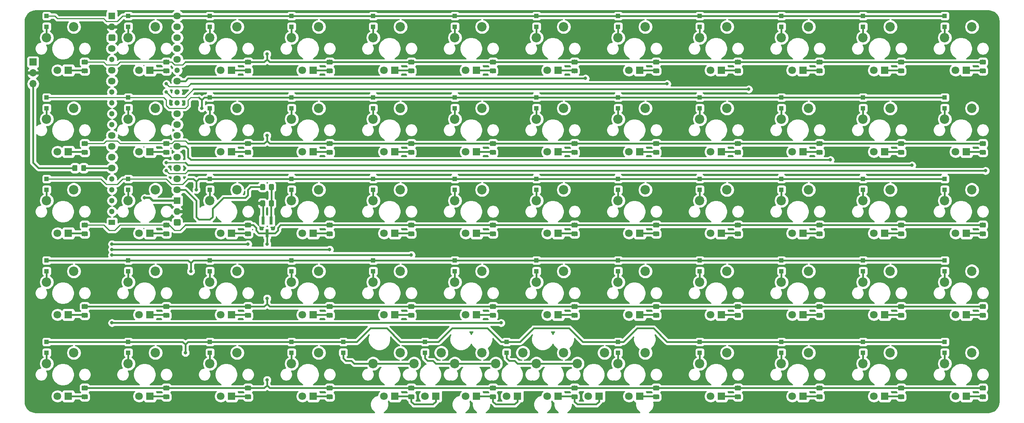
<source format=gbl>
G04 #@! TF.GenerationSoftware,KiCad,Pcbnew,(5.1.4)-1*
G04 #@! TF.CreationDate,2020-10-21T19:16:38-05:00*
G04 #@! TF.ProjectId,Alpha,416c7068-612e-46b6-9963-61645f706362,rev?*
G04 #@! TF.SameCoordinates,Original*
G04 #@! TF.FileFunction,Copper,L2,Bot*
G04 #@! TF.FilePolarity,Positive*
%FSLAX46Y46*%
G04 Gerber Fmt 4.6, Leading zero omitted, Abs format (unit mm)*
G04 Created by KiCad (PCBNEW (5.1.4)-1) date 2020-10-21 19:16:38*
%MOMM*%
%LPD*%
G04 APERTURE LIST*
%ADD10R,1.600000X1.600000*%
%ADD11C,0.100000*%
%ADD12C,1.600000*%
%ADD13O,1.600000X1.600000*%
%ADD14O,1.800000X1.500000*%
%ADD15C,1.300000*%
%ADD16R,1.500000X1.300000*%
%ADD17C,1.150000*%
%ADD18C,2.200000*%
%ADD19R,1.700000X1.700000*%
%ADD20O,1.700000X1.700000*%
%ADD21R,0.800000X1.900000*%
%ADD22R,1.800000X1.800000*%
%ADD23C,1.800000*%
%ADD24R,1.000000X1.000000*%
%ADD25C,0.800000*%
%ADD26C,0.381000*%
%ADD27C,0.250000*%
%ADD28C,0.500000*%
%ADD29C,0.750000*%
%ADD30C,0.254000*%
G04 APERTURE END LIST*
D10*
X55245000Y-48260000D03*
D11*
G36*
X70924207Y-95721926D02*
G01*
X70963036Y-95727686D01*
X71001114Y-95737224D01*
X71038073Y-95750448D01*
X71073559Y-95767231D01*
X71107228Y-95787412D01*
X71138757Y-95810796D01*
X71167843Y-95837157D01*
X71194204Y-95866243D01*
X71217588Y-95897772D01*
X71237769Y-95931441D01*
X71254552Y-95966927D01*
X71267776Y-96003886D01*
X71277314Y-96041964D01*
X71283074Y-96080793D01*
X71285000Y-96120000D01*
X71285000Y-96920000D01*
X71283074Y-96959207D01*
X71277314Y-96998036D01*
X71267776Y-97036114D01*
X71254552Y-97073073D01*
X71237769Y-97108559D01*
X71217588Y-97142228D01*
X71194204Y-97173757D01*
X71167843Y-97202843D01*
X71138757Y-97229204D01*
X71107228Y-97252588D01*
X71073559Y-97272769D01*
X71038073Y-97289552D01*
X71001114Y-97302776D01*
X70963036Y-97312314D01*
X70924207Y-97318074D01*
X70885000Y-97320000D01*
X70085000Y-97320000D01*
X70045793Y-97318074D01*
X70006964Y-97312314D01*
X69968886Y-97302776D01*
X69931927Y-97289552D01*
X69896441Y-97272769D01*
X69862772Y-97252588D01*
X69831243Y-97229204D01*
X69802157Y-97202843D01*
X69775796Y-97173757D01*
X69752412Y-97142228D01*
X69732231Y-97108559D01*
X69715448Y-97073073D01*
X69702224Y-97036114D01*
X69692686Y-96998036D01*
X69686926Y-96959207D01*
X69685000Y-96920000D01*
X69685000Y-96120000D01*
X69686926Y-96080793D01*
X69692686Y-96041964D01*
X69702224Y-96003886D01*
X69715448Y-95966927D01*
X69732231Y-95931441D01*
X69752412Y-95897772D01*
X69775796Y-95866243D01*
X69802157Y-95837157D01*
X69831243Y-95810796D01*
X69862772Y-95787412D01*
X69896441Y-95767231D01*
X69931927Y-95750448D01*
X69968886Y-95737224D01*
X70006964Y-95727686D01*
X70045793Y-95721926D01*
X70085000Y-95720000D01*
X70885000Y-95720000D01*
X70924207Y-95721926D01*
X70924207Y-95721926D01*
G37*
D12*
X70485000Y-96520000D03*
D13*
X55245000Y-50800000D03*
X70485000Y-93980000D03*
D11*
G36*
X55684207Y-52541926D02*
G01*
X55723036Y-52547686D01*
X55761114Y-52557224D01*
X55798073Y-52570448D01*
X55833559Y-52587231D01*
X55867228Y-52607412D01*
X55898757Y-52630796D01*
X55927843Y-52657157D01*
X55954204Y-52686243D01*
X55977588Y-52717772D01*
X55997769Y-52751441D01*
X56014552Y-52786927D01*
X56027776Y-52823886D01*
X56037314Y-52861964D01*
X56043074Y-52900793D01*
X56045000Y-52940000D01*
X56045000Y-53740000D01*
X56043074Y-53779207D01*
X56037314Y-53818036D01*
X56027776Y-53856114D01*
X56014552Y-53893073D01*
X55997769Y-53928559D01*
X55977588Y-53962228D01*
X55954204Y-53993757D01*
X55927843Y-54022843D01*
X55898757Y-54049204D01*
X55867228Y-54072588D01*
X55833559Y-54092769D01*
X55798073Y-54109552D01*
X55761114Y-54122776D01*
X55723036Y-54132314D01*
X55684207Y-54138074D01*
X55645000Y-54140000D01*
X54845000Y-54140000D01*
X54805793Y-54138074D01*
X54766964Y-54132314D01*
X54728886Y-54122776D01*
X54691927Y-54109552D01*
X54656441Y-54092769D01*
X54622772Y-54072588D01*
X54591243Y-54049204D01*
X54562157Y-54022843D01*
X54535796Y-53993757D01*
X54512412Y-53962228D01*
X54492231Y-53928559D01*
X54475448Y-53893073D01*
X54462224Y-53856114D01*
X54452686Y-53818036D01*
X54446926Y-53779207D01*
X54445000Y-53740000D01*
X54445000Y-52940000D01*
X54446926Y-52900793D01*
X54452686Y-52861964D01*
X54462224Y-52823886D01*
X54475448Y-52786927D01*
X54492231Y-52751441D01*
X54512412Y-52717772D01*
X54535796Y-52686243D01*
X54562157Y-52657157D01*
X54591243Y-52630796D01*
X54622772Y-52607412D01*
X54656441Y-52587231D01*
X54691927Y-52570448D01*
X54728886Y-52557224D01*
X54766964Y-52547686D01*
X54805793Y-52541926D01*
X54845000Y-52540000D01*
X55645000Y-52540000D01*
X55684207Y-52541926D01*
X55684207Y-52541926D01*
G37*
D12*
X55245000Y-53340000D03*
D10*
X70485000Y-91440000D03*
D14*
X55245000Y-55880000D03*
X70485000Y-88900000D03*
D15*
X55245000Y-58420000D03*
D14*
X70485000Y-86360000D03*
X55245000Y-60960000D03*
X70485000Y-83820000D03*
X55245000Y-63500000D03*
X70485000Y-81280000D03*
D15*
X55245000Y-66040000D03*
D14*
X70485000Y-78740000D03*
D15*
X55245000Y-68580000D03*
D14*
X70485000Y-76200000D03*
D15*
X55245000Y-71120000D03*
D14*
X70485000Y-73660000D03*
D15*
X55245000Y-73660000D03*
D14*
X70485000Y-71120000D03*
X55245000Y-76200000D03*
D15*
X70485000Y-68580000D03*
D14*
X55245000Y-78740000D03*
D15*
X70485000Y-66040000D03*
D14*
X55245000Y-81280000D03*
X70485000Y-63500000D03*
X55245000Y-83820000D03*
D15*
X70485000Y-60960000D03*
X55245000Y-86360000D03*
D14*
X70485000Y-58420000D03*
D15*
X55245000Y-88900000D03*
D14*
X70485000Y-55880000D03*
D15*
X55245000Y-91440000D03*
D14*
X70485000Y-53340000D03*
D15*
X55245000Y-93980000D03*
D14*
X70485000Y-50800000D03*
D16*
X55245000Y-96520000D03*
D14*
X70485000Y-48260000D03*
D11*
G36*
X48999505Y-83121204D02*
G01*
X49023773Y-83124804D01*
X49047572Y-83130765D01*
X49070671Y-83139030D01*
X49092850Y-83149520D01*
X49113893Y-83162132D01*
X49133599Y-83176747D01*
X49151777Y-83193223D01*
X49168253Y-83211401D01*
X49182868Y-83231107D01*
X49195480Y-83252150D01*
X49205970Y-83274329D01*
X49214235Y-83297428D01*
X49220196Y-83321227D01*
X49223796Y-83345495D01*
X49225000Y-83369999D01*
X49225000Y-84270001D01*
X49223796Y-84294505D01*
X49220196Y-84318773D01*
X49214235Y-84342572D01*
X49205970Y-84365671D01*
X49195480Y-84387850D01*
X49182868Y-84408893D01*
X49168253Y-84428599D01*
X49151777Y-84446777D01*
X49133599Y-84463253D01*
X49113893Y-84477868D01*
X49092850Y-84490480D01*
X49070671Y-84500970D01*
X49047572Y-84509235D01*
X49023773Y-84515196D01*
X48999505Y-84518796D01*
X48975001Y-84520000D01*
X48324999Y-84520000D01*
X48300495Y-84518796D01*
X48276227Y-84515196D01*
X48252428Y-84509235D01*
X48229329Y-84500970D01*
X48207150Y-84490480D01*
X48186107Y-84477868D01*
X48166401Y-84463253D01*
X48148223Y-84446777D01*
X48131747Y-84428599D01*
X48117132Y-84408893D01*
X48104520Y-84387850D01*
X48094030Y-84365671D01*
X48085765Y-84342572D01*
X48079804Y-84318773D01*
X48076204Y-84294505D01*
X48075000Y-84270001D01*
X48075000Y-83369999D01*
X48076204Y-83345495D01*
X48079804Y-83321227D01*
X48085765Y-83297428D01*
X48094030Y-83274329D01*
X48104520Y-83252150D01*
X48117132Y-83231107D01*
X48131747Y-83211401D01*
X48148223Y-83193223D01*
X48166401Y-83176747D01*
X48186107Y-83162132D01*
X48207150Y-83149520D01*
X48229329Y-83139030D01*
X48252428Y-83130765D01*
X48276227Y-83124804D01*
X48300495Y-83121204D01*
X48324999Y-83120000D01*
X48975001Y-83120000D01*
X48999505Y-83121204D01*
X48999505Y-83121204D01*
G37*
D17*
X48650000Y-83820000D03*
D11*
G36*
X46949505Y-83121204D02*
G01*
X46973773Y-83124804D01*
X46997572Y-83130765D01*
X47020671Y-83139030D01*
X47042850Y-83149520D01*
X47063893Y-83162132D01*
X47083599Y-83176747D01*
X47101777Y-83193223D01*
X47118253Y-83211401D01*
X47132868Y-83231107D01*
X47145480Y-83252150D01*
X47155970Y-83274329D01*
X47164235Y-83297428D01*
X47170196Y-83321227D01*
X47173796Y-83345495D01*
X47175000Y-83369999D01*
X47175000Y-84270001D01*
X47173796Y-84294505D01*
X47170196Y-84318773D01*
X47164235Y-84342572D01*
X47155970Y-84365671D01*
X47145480Y-84387850D01*
X47132868Y-84408893D01*
X47118253Y-84428599D01*
X47101777Y-84446777D01*
X47083599Y-84463253D01*
X47063893Y-84477868D01*
X47042850Y-84490480D01*
X47020671Y-84500970D01*
X46997572Y-84509235D01*
X46973773Y-84515196D01*
X46949505Y-84518796D01*
X46925001Y-84520000D01*
X46274999Y-84520000D01*
X46250495Y-84518796D01*
X46226227Y-84515196D01*
X46202428Y-84509235D01*
X46179329Y-84500970D01*
X46157150Y-84490480D01*
X46136107Y-84477868D01*
X46116401Y-84463253D01*
X46098223Y-84446777D01*
X46081747Y-84428599D01*
X46067132Y-84408893D01*
X46054520Y-84387850D01*
X46044030Y-84365671D01*
X46035765Y-84342572D01*
X46029804Y-84318773D01*
X46026204Y-84294505D01*
X46025000Y-84270001D01*
X46025000Y-83369999D01*
X46026204Y-83345495D01*
X46029804Y-83321227D01*
X46035765Y-83297428D01*
X46044030Y-83274329D01*
X46054520Y-83252150D01*
X46067132Y-83231107D01*
X46081747Y-83211401D01*
X46098223Y-83193223D01*
X46116401Y-83176747D01*
X46136107Y-83162132D01*
X46157150Y-83149520D01*
X46179329Y-83139030D01*
X46202428Y-83130765D01*
X46226227Y-83124804D01*
X46250495Y-83121204D01*
X46274999Y-83120000D01*
X46925001Y-83120000D01*
X46949505Y-83121204D01*
X46949505Y-83121204D01*
G37*
D17*
X46600000Y-83820000D03*
D18*
X78105000Y-91440000D03*
X84455000Y-88900000D03*
X97155000Y-91440000D03*
X103505000Y-88900000D03*
X135255000Y-110490000D03*
X141605000Y-107950000D03*
X59055000Y-72390000D03*
X65405000Y-69850000D03*
D19*
X36830000Y-59055000D03*
D20*
X36830000Y-61595000D03*
X36830000Y-64135000D03*
D21*
X90490000Y-96060000D03*
X92390000Y-96060000D03*
X91440000Y-99060000D03*
D11*
G36*
X90764505Y-91376204D02*
G01*
X90788773Y-91379804D01*
X90812572Y-91385765D01*
X90835671Y-91394030D01*
X90857850Y-91404520D01*
X90878893Y-91417132D01*
X90898599Y-91431747D01*
X90916777Y-91448223D01*
X90933253Y-91466401D01*
X90947868Y-91486107D01*
X90960480Y-91507150D01*
X90970970Y-91529329D01*
X90979235Y-91552428D01*
X90985196Y-91576227D01*
X90988796Y-91600495D01*
X90990000Y-91624999D01*
X90990000Y-92525001D01*
X90988796Y-92549505D01*
X90985196Y-92573773D01*
X90979235Y-92597572D01*
X90970970Y-92620671D01*
X90960480Y-92642850D01*
X90947868Y-92663893D01*
X90933253Y-92683599D01*
X90916777Y-92701777D01*
X90898599Y-92718253D01*
X90878893Y-92732868D01*
X90857850Y-92745480D01*
X90835671Y-92755970D01*
X90812572Y-92764235D01*
X90788773Y-92770196D01*
X90764505Y-92773796D01*
X90740001Y-92775000D01*
X90089999Y-92775000D01*
X90065495Y-92773796D01*
X90041227Y-92770196D01*
X90017428Y-92764235D01*
X89994329Y-92755970D01*
X89972150Y-92745480D01*
X89951107Y-92732868D01*
X89931401Y-92718253D01*
X89913223Y-92701777D01*
X89896747Y-92683599D01*
X89882132Y-92663893D01*
X89869520Y-92642850D01*
X89859030Y-92620671D01*
X89850765Y-92597572D01*
X89844804Y-92573773D01*
X89841204Y-92549505D01*
X89840000Y-92525001D01*
X89840000Y-91624999D01*
X89841204Y-91600495D01*
X89844804Y-91576227D01*
X89850765Y-91552428D01*
X89859030Y-91529329D01*
X89869520Y-91507150D01*
X89882132Y-91486107D01*
X89896747Y-91466401D01*
X89913223Y-91448223D01*
X89931401Y-91431747D01*
X89951107Y-91417132D01*
X89972150Y-91404520D01*
X89994329Y-91394030D01*
X90017428Y-91385765D01*
X90041227Y-91379804D01*
X90065495Y-91376204D01*
X90089999Y-91375000D01*
X90740001Y-91375000D01*
X90764505Y-91376204D01*
X90764505Y-91376204D01*
G37*
D17*
X90415000Y-92075000D03*
D11*
G36*
X92814505Y-91376204D02*
G01*
X92838773Y-91379804D01*
X92862572Y-91385765D01*
X92885671Y-91394030D01*
X92907850Y-91404520D01*
X92928893Y-91417132D01*
X92948599Y-91431747D01*
X92966777Y-91448223D01*
X92983253Y-91466401D01*
X92997868Y-91486107D01*
X93010480Y-91507150D01*
X93020970Y-91529329D01*
X93029235Y-91552428D01*
X93035196Y-91576227D01*
X93038796Y-91600495D01*
X93040000Y-91624999D01*
X93040000Y-92525001D01*
X93038796Y-92549505D01*
X93035196Y-92573773D01*
X93029235Y-92597572D01*
X93020970Y-92620671D01*
X93010480Y-92642850D01*
X92997868Y-92663893D01*
X92983253Y-92683599D01*
X92966777Y-92701777D01*
X92948599Y-92718253D01*
X92928893Y-92732868D01*
X92907850Y-92745480D01*
X92885671Y-92755970D01*
X92862572Y-92764235D01*
X92838773Y-92770196D01*
X92814505Y-92773796D01*
X92790001Y-92775000D01*
X92139999Y-92775000D01*
X92115495Y-92773796D01*
X92091227Y-92770196D01*
X92067428Y-92764235D01*
X92044329Y-92755970D01*
X92022150Y-92745480D01*
X92001107Y-92732868D01*
X91981401Y-92718253D01*
X91963223Y-92701777D01*
X91946747Y-92683599D01*
X91932132Y-92663893D01*
X91919520Y-92642850D01*
X91909030Y-92620671D01*
X91900765Y-92597572D01*
X91894804Y-92573773D01*
X91891204Y-92549505D01*
X91890000Y-92525001D01*
X91890000Y-91624999D01*
X91891204Y-91600495D01*
X91894804Y-91576227D01*
X91900765Y-91552428D01*
X91909030Y-91529329D01*
X91919520Y-91507150D01*
X91932132Y-91486107D01*
X91946747Y-91466401D01*
X91963223Y-91448223D01*
X91981401Y-91431747D01*
X92001107Y-91417132D01*
X92022150Y-91404520D01*
X92044329Y-91394030D01*
X92067428Y-91385765D01*
X92091227Y-91379804D01*
X92115495Y-91376204D01*
X92139999Y-91375000D01*
X92790001Y-91375000D01*
X92814505Y-91376204D01*
X92814505Y-91376204D01*
G37*
D17*
X92465000Y-92075000D03*
D11*
G36*
X92814505Y-87566204D02*
G01*
X92838773Y-87569804D01*
X92862572Y-87575765D01*
X92885671Y-87584030D01*
X92907850Y-87594520D01*
X92928893Y-87607132D01*
X92948599Y-87621747D01*
X92966777Y-87638223D01*
X92983253Y-87656401D01*
X92997868Y-87676107D01*
X93010480Y-87697150D01*
X93020970Y-87719329D01*
X93029235Y-87742428D01*
X93035196Y-87766227D01*
X93038796Y-87790495D01*
X93040000Y-87814999D01*
X93040000Y-88715001D01*
X93038796Y-88739505D01*
X93035196Y-88763773D01*
X93029235Y-88787572D01*
X93020970Y-88810671D01*
X93010480Y-88832850D01*
X92997868Y-88853893D01*
X92983253Y-88873599D01*
X92966777Y-88891777D01*
X92948599Y-88908253D01*
X92928893Y-88922868D01*
X92907850Y-88935480D01*
X92885671Y-88945970D01*
X92862572Y-88954235D01*
X92838773Y-88960196D01*
X92814505Y-88963796D01*
X92790001Y-88965000D01*
X92139999Y-88965000D01*
X92115495Y-88963796D01*
X92091227Y-88960196D01*
X92067428Y-88954235D01*
X92044329Y-88945970D01*
X92022150Y-88935480D01*
X92001107Y-88922868D01*
X91981401Y-88908253D01*
X91963223Y-88891777D01*
X91946747Y-88873599D01*
X91932132Y-88853893D01*
X91919520Y-88832850D01*
X91909030Y-88810671D01*
X91900765Y-88787572D01*
X91894804Y-88763773D01*
X91891204Y-88739505D01*
X91890000Y-88715001D01*
X91890000Y-87814999D01*
X91891204Y-87790495D01*
X91894804Y-87766227D01*
X91900765Y-87742428D01*
X91909030Y-87719329D01*
X91919520Y-87697150D01*
X91932132Y-87676107D01*
X91946747Y-87656401D01*
X91963223Y-87638223D01*
X91981401Y-87621747D01*
X92001107Y-87607132D01*
X92022150Y-87594520D01*
X92044329Y-87584030D01*
X92067428Y-87575765D01*
X92091227Y-87569804D01*
X92115495Y-87566204D01*
X92139999Y-87565000D01*
X92790001Y-87565000D01*
X92814505Y-87566204D01*
X92814505Y-87566204D01*
G37*
D17*
X92465000Y-88265000D03*
D11*
G36*
X90764505Y-87566204D02*
G01*
X90788773Y-87569804D01*
X90812572Y-87575765D01*
X90835671Y-87584030D01*
X90857850Y-87594520D01*
X90878893Y-87607132D01*
X90898599Y-87621747D01*
X90916777Y-87638223D01*
X90933253Y-87656401D01*
X90947868Y-87676107D01*
X90960480Y-87697150D01*
X90970970Y-87719329D01*
X90979235Y-87742428D01*
X90985196Y-87766227D01*
X90988796Y-87790495D01*
X90990000Y-87814999D01*
X90990000Y-88715001D01*
X90988796Y-88739505D01*
X90985196Y-88763773D01*
X90979235Y-88787572D01*
X90970970Y-88810671D01*
X90960480Y-88832850D01*
X90947868Y-88853893D01*
X90933253Y-88873599D01*
X90916777Y-88891777D01*
X90898599Y-88908253D01*
X90878893Y-88922868D01*
X90857850Y-88935480D01*
X90835671Y-88945970D01*
X90812572Y-88954235D01*
X90788773Y-88960196D01*
X90764505Y-88963796D01*
X90740001Y-88965000D01*
X90089999Y-88965000D01*
X90065495Y-88963796D01*
X90041227Y-88960196D01*
X90017428Y-88954235D01*
X89994329Y-88945970D01*
X89972150Y-88935480D01*
X89951107Y-88922868D01*
X89931401Y-88908253D01*
X89913223Y-88891777D01*
X89896747Y-88873599D01*
X89882132Y-88853893D01*
X89869520Y-88832850D01*
X89859030Y-88810671D01*
X89850765Y-88787572D01*
X89844804Y-88763773D01*
X89841204Y-88739505D01*
X89840000Y-88715001D01*
X89840000Y-87814999D01*
X89841204Y-87790495D01*
X89844804Y-87766227D01*
X89850765Y-87742428D01*
X89859030Y-87719329D01*
X89869520Y-87697150D01*
X89882132Y-87676107D01*
X89896747Y-87656401D01*
X89913223Y-87638223D01*
X89931401Y-87621747D01*
X89951107Y-87607132D01*
X89972150Y-87594520D01*
X89994329Y-87584030D01*
X90017428Y-87575765D01*
X90041227Y-87569804D01*
X90065495Y-87566204D01*
X90089999Y-87565000D01*
X90740001Y-87565000D01*
X90764505Y-87566204D01*
X90764505Y-87566204D01*
G37*
D17*
X90415000Y-88265000D03*
D22*
X168910000Y-137160000D03*
D23*
X166370000Y-137160000D03*
D22*
X149860000Y-137160000D03*
D23*
X147320000Y-137160000D03*
X128270000Y-137160000D03*
D22*
X130810000Y-137160000D03*
D18*
X170180000Y-127000000D03*
X163830000Y-129540000D03*
X151130000Y-127000000D03*
X144780000Y-129540000D03*
X132080000Y-127000000D03*
X125730000Y-129540000D03*
D11*
G36*
X258919505Y-134681204D02*
G01*
X258943773Y-134684804D01*
X258967572Y-134690765D01*
X258990671Y-134699030D01*
X259012850Y-134709520D01*
X259033893Y-134722132D01*
X259053599Y-134736747D01*
X259071777Y-134753223D01*
X259088253Y-134771401D01*
X259102868Y-134791107D01*
X259115480Y-134812150D01*
X259125970Y-134834329D01*
X259134235Y-134857428D01*
X259140196Y-134881227D01*
X259143796Y-134905495D01*
X259145000Y-134929999D01*
X259145000Y-135580001D01*
X259143796Y-135604505D01*
X259140196Y-135628773D01*
X259134235Y-135652572D01*
X259125970Y-135675671D01*
X259115480Y-135697850D01*
X259102868Y-135718893D01*
X259088253Y-135738599D01*
X259071777Y-135756777D01*
X259053599Y-135773253D01*
X259033893Y-135787868D01*
X259012850Y-135800480D01*
X258990671Y-135810970D01*
X258967572Y-135819235D01*
X258943773Y-135825196D01*
X258919505Y-135828796D01*
X258895001Y-135830000D01*
X257994999Y-135830000D01*
X257970495Y-135828796D01*
X257946227Y-135825196D01*
X257922428Y-135819235D01*
X257899329Y-135810970D01*
X257877150Y-135800480D01*
X257856107Y-135787868D01*
X257836401Y-135773253D01*
X257818223Y-135756777D01*
X257801747Y-135738599D01*
X257787132Y-135718893D01*
X257774520Y-135697850D01*
X257764030Y-135675671D01*
X257755765Y-135652572D01*
X257749804Y-135628773D01*
X257746204Y-135604505D01*
X257745000Y-135580001D01*
X257745000Y-134929999D01*
X257746204Y-134905495D01*
X257749804Y-134881227D01*
X257755765Y-134857428D01*
X257764030Y-134834329D01*
X257774520Y-134812150D01*
X257787132Y-134791107D01*
X257801747Y-134771401D01*
X257818223Y-134753223D01*
X257836401Y-134736747D01*
X257856107Y-134722132D01*
X257877150Y-134709520D01*
X257899329Y-134699030D01*
X257922428Y-134690765D01*
X257946227Y-134684804D01*
X257970495Y-134681204D01*
X257994999Y-134680000D01*
X258895001Y-134680000D01*
X258919505Y-134681204D01*
X258919505Y-134681204D01*
G37*
D17*
X258445000Y-135255000D03*
D11*
G36*
X258919505Y-136731204D02*
G01*
X258943773Y-136734804D01*
X258967572Y-136740765D01*
X258990671Y-136749030D01*
X259012850Y-136759520D01*
X259033893Y-136772132D01*
X259053599Y-136786747D01*
X259071777Y-136803223D01*
X259088253Y-136821401D01*
X259102868Y-136841107D01*
X259115480Y-136862150D01*
X259125970Y-136884329D01*
X259134235Y-136907428D01*
X259140196Y-136931227D01*
X259143796Y-136955495D01*
X259145000Y-136979999D01*
X259145000Y-137630001D01*
X259143796Y-137654505D01*
X259140196Y-137678773D01*
X259134235Y-137702572D01*
X259125970Y-137725671D01*
X259115480Y-137747850D01*
X259102868Y-137768893D01*
X259088253Y-137788599D01*
X259071777Y-137806777D01*
X259053599Y-137823253D01*
X259033893Y-137837868D01*
X259012850Y-137850480D01*
X258990671Y-137860970D01*
X258967572Y-137869235D01*
X258943773Y-137875196D01*
X258919505Y-137878796D01*
X258895001Y-137880000D01*
X257994999Y-137880000D01*
X257970495Y-137878796D01*
X257946227Y-137875196D01*
X257922428Y-137869235D01*
X257899329Y-137860970D01*
X257877150Y-137850480D01*
X257856107Y-137837868D01*
X257836401Y-137823253D01*
X257818223Y-137806777D01*
X257801747Y-137788599D01*
X257787132Y-137768893D01*
X257774520Y-137747850D01*
X257764030Y-137725671D01*
X257755765Y-137702572D01*
X257749804Y-137678773D01*
X257746204Y-137654505D01*
X257745000Y-137630001D01*
X257745000Y-136979999D01*
X257746204Y-136955495D01*
X257749804Y-136931227D01*
X257755765Y-136907428D01*
X257764030Y-136884329D01*
X257774520Y-136862150D01*
X257787132Y-136841107D01*
X257801747Y-136821401D01*
X257818223Y-136803223D01*
X257836401Y-136786747D01*
X257856107Y-136772132D01*
X257877150Y-136759520D01*
X257899329Y-136749030D01*
X257922428Y-136740765D01*
X257946227Y-136734804D01*
X257970495Y-136731204D01*
X257994999Y-136730000D01*
X258895001Y-136730000D01*
X258919505Y-136731204D01*
X258919505Y-136731204D01*
G37*
D17*
X258445000Y-137305000D03*
D11*
G36*
X239869505Y-134681204D02*
G01*
X239893773Y-134684804D01*
X239917572Y-134690765D01*
X239940671Y-134699030D01*
X239962850Y-134709520D01*
X239983893Y-134722132D01*
X240003599Y-134736747D01*
X240021777Y-134753223D01*
X240038253Y-134771401D01*
X240052868Y-134791107D01*
X240065480Y-134812150D01*
X240075970Y-134834329D01*
X240084235Y-134857428D01*
X240090196Y-134881227D01*
X240093796Y-134905495D01*
X240095000Y-134929999D01*
X240095000Y-135580001D01*
X240093796Y-135604505D01*
X240090196Y-135628773D01*
X240084235Y-135652572D01*
X240075970Y-135675671D01*
X240065480Y-135697850D01*
X240052868Y-135718893D01*
X240038253Y-135738599D01*
X240021777Y-135756777D01*
X240003599Y-135773253D01*
X239983893Y-135787868D01*
X239962850Y-135800480D01*
X239940671Y-135810970D01*
X239917572Y-135819235D01*
X239893773Y-135825196D01*
X239869505Y-135828796D01*
X239845001Y-135830000D01*
X238944999Y-135830000D01*
X238920495Y-135828796D01*
X238896227Y-135825196D01*
X238872428Y-135819235D01*
X238849329Y-135810970D01*
X238827150Y-135800480D01*
X238806107Y-135787868D01*
X238786401Y-135773253D01*
X238768223Y-135756777D01*
X238751747Y-135738599D01*
X238737132Y-135718893D01*
X238724520Y-135697850D01*
X238714030Y-135675671D01*
X238705765Y-135652572D01*
X238699804Y-135628773D01*
X238696204Y-135604505D01*
X238695000Y-135580001D01*
X238695000Y-134929999D01*
X238696204Y-134905495D01*
X238699804Y-134881227D01*
X238705765Y-134857428D01*
X238714030Y-134834329D01*
X238724520Y-134812150D01*
X238737132Y-134791107D01*
X238751747Y-134771401D01*
X238768223Y-134753223D01*
X238786401Y-134736747D01*
X238806107Y-134722132D01*
X238827150Y-134709520D01*
X238849329Y-134699030D01*
X238872428Y-134690765D01*
X238896227Y-134684804D01*
X238920495Y-134681204D01*
X238944999Y-134680000D01*
X239845001Y-134680000D01*
X239869505Y-134681204D01*
X239869505Y-134681204D01*
G37*
D17*
X239395000Y-135255000D03*
D11*
G36*
X239869505Y-136731204D02*
G01*
X239893773Y-136734804D01*
X239917572Y-136740765D01*
X239940671Y-136749030D01*
X239962850Y-136759520D01*
X239983893Y-136772132D01*
X240003599Y-136786747D01*
X240021777Y-136803223D01*
X240038253Y-136821401D01*
X240052868Y-136841107D01*
X240065480Y-136862150D01*
X240075970Y-136884329D01*
X240084235Y-136907428D01*
X240090196Y-136931227D01*
X240093796Y-136955495D01*
X240095000Y-136979999D01*
X240095000Y-137630001D01*
X240093796Y-137654505D01*
X240090196Y-137678773D01*
X240084235Y-137702572D01*
X240075970Y-137725671D01*
X240065480Y-137747850D01*
X240052868Y-137768893D01*
X240038253Y-137788599D01*
X240021777Y-137806777D01*
X240003599Y-137823253D01*
X239983893Y-137837868D01*
X239962850Y-137850480D01*
X239940671Y-137860970D01*
X239917572Y-137869235D01*
X239893773Y-137875196D01*
X239869505Y-137878796D01*
X239845001Y-137880000D01*
X238944999Y-137880000D01*
X238920495Y-137878796D01*
X238896227Y-137875196D01*
X238872428Y-137869235D01*
X238849329Y-137860970D01*
X238827150Y-137850480D01*
X238806107Y-137837868D01*
X238786401Y-137823253D01*
X238768223Y-137806777D01*
X238751747Y-137788599D01*
X238737132Y-137768893D01*
X238724520Y-137747850D01*
X238714030Y-137725671D01*
X238705765Y-137702572D01*
X238699804Y-137678773D01*
X238696204Y-137654505D01*
X238695000Y-137630001D01*
X238695000Y-136979999D01*
X238696204Y-136955495D01*
X238699804Y-136931227D01*
X238705765Y-136907428D01*
X238714030Y-136884329D01*
X238724520Y-136862150D01*
X238737132Y-136841107D01*
X238751747Y-136821401D01*
X238768223Y-136803223D01*
X238786401Y-136786747D01*
X238806107Y-136772132D01*
X238827150Y-136759520D01*
X238849329Y-136749030D01*
X238872428Y-136740765D01*
X238896227Y-136734804D01*
X238920495Y-136731204D01*
X238944999Y-136730000D01*
X239845001Y-136730000D01*
X239869505Y-136731204D01*
X239869505Y-136731204D01*
G37*
D17*
X239395000Y-137305000D03*
D11*
G36*
X220819505Y-134681204D02*
G01*
X220843773Y-134684804D01*
X220867572Y-134690765D01*
X220890671Y-134699030D01*
X220912850Y-134709520D01*
X220933893Y-134722132D01*
X220953599Y-134736747D01*
X220971777Y-134753223D01*
X220988253Y-134771401D01*
X221002868Y-134791107D01*
X221015480Y-134812150D01*
X221025970Y-134834329D01*
X221034235Y-134857428D01*
X221040196Y-134881227D01*
X221043796Y-134905495D01*
X221045000Y-134929999D01*
X221045000Y-135580001D01*
X221043796Y-135604505D01*
X221040196Y-135628773D01*
X221034235Y-135652572D01*
X221025970Y-135675671D01*
X221015480Y-135697850D01*
X221002868Y-135718893D01*
X220988253Y-135738599D01*
X220971777Y-135756777D01*
X220953599Y-135773253D01*
X220933893Y-135787868D01*
X220912850Y-135800480D01*
X220890671Y-135810970D01*
X220867572Y-135819235D01*
X220843773Y-135825196D01*
X220819505Y-135828796D01*
X220795001Y-135830000D01*
X219894999Y-135830000D01*
X219870495Y-135828796D01*
X219846227Y-135825196D01*
X219822428Y-135819235D01*
X219799329Y-135810970D01*
X219777150Y-135800480D01*
X219756107Y-135787868D01*
X219736401Y-135773253D01*
X219718223Y-135756777D01*
X219701747Y-135738599D01*
X219687132Y-135718893D01*
X219674520Y-135697850D01*
X219664030Y-135675671D01*
X219655765Y-135652572D01*
X219649804Y-135628773D01*
X219646204Y-135604505D01*
X219645000Y-135580001D01*
X219645000Y-134929999D01*
X219646204Y-134905495D01*
X219649804Y-134881227D01*
X219655765Y-134857428D01*
X219664030Y-134834329D01*
X219674520Y-134812150D01*
X219687132Y-134791107D01*
X219701747Y-134771401D01*
X219718223Y-134753223D01*
X219736401Y-134736747D01*
X219756107Y-134722132D01*
X219777150Y-134709520D01*
X219799329Y-134699030D01*
X219822428Y-134690765D01*
X219846227Y-134684804D01*
X219870495Y-134681204D01*
X219894999Y-134680000D01*
X220795001Y-134680000D01*
X220819505Y-134681204D01*
X220819505Y-134681204D01*
G37*
D17*
X220345000Y-135255000D03*
D11*
G36*
X220819505Y-136731204D02*
G01*
X220843773Y-136734804D01*
X220867572Y-136740765D01*
X220890671Y-136749030D01*
X220912850Y-136759520D01*
X220933893Y-136772132D01*
X220953599Y-136786747D01*
X220971777Y-136803223D01*
X220988253Y-136821401D01*
X221002868Y-136841107D01*
X221015480Y-136862150D01*
X221025970Y-136884329D01*
X221034235Y-136907428D01*
X221040196Y-136931227D01*
X221043796Y-136955495D01*
X221045000Y-136979999D01*
X221045000Y-137630001D01*
X221043796Y-137654505D01*
X221040196Y-137678773D01*
X221034235Y-137702572D01*
X221025970Y-137725671D01*
X221015480Y-137747850D01*
X221002868Y-137768893D01*
X220988253Y-137788599D01*
X220971777Y-137806777D01*
X220953599Y-137823253D01*
X220933893Y-137837868D01*
X220912850Y-137850480D01*
X220890671Y-137860970D01*
X220867572Y-137869235D01*
X220843773Y-137875196D01*
X220819505Y-137878796D01*
X220795001Y-137880000D01*
X219894999Y-137880000D01*
X219870495Y-137878796D01*
X219846227Y-137875196D01*
X219822428Y-137869235D01*
X219799329Y-137860970D01*
X219777150Y-137850480D01*
X219756107Y-137837868D01*
X219736401Y-137823253D01*
X219718223Y-137806777D01*
X219701747Y-137788599D01*
X219687132Y-137768893D01*
X219674520Y-137747850D01*
X219664030Y-137725671D01*
X219655765Y-137702572D01*
X219649804Y-137678773D01*
X219646204Y-137654505D01*
X219645000Y-137630001D01*
X219645000Y-136979999D01*
X219646204Y-136955495D01*
X219649804Y-136931227D01*
X219655765Y-136907428D01*
X219664030Y-136884329D01*
X219674520Y-136862150D01*
X219687132Y-136841107D01*
X219701747Y-136821401D01*
X219718223Y-136803223D01*
X219736401Y-136786747D01*
X219756107Y-136772132D01*
X219777150Y-136759520D01*
X219799329Y-136749030D01*
X219822428Y-136740765D01*
X219846227Y-136734804D01*
X219870495Y-136731204D01*
X219894999Y-136730000D01*
X220795001Y-136730000D01*
X220819505Y-136731204D01*
X220819505Y-136731204D01*
G37*
D17*
X220345000Y-137305000D03*
D11*
G36*
X201769505Y-134681204D02*
G01*
X201793773Y-134684804D01*
X201817572Y-134690765D01*
X201840671Y-134699030D01*
X201862850Y-134709520D01*
X201883893Y-134722132D01*
X201903599Y-134736747D01*
X201921777Y-134753223D01*
X201938253Y-134771401D01*
X201952868Y-134791107D01*
X201965480Y-134812150D01*
X201975970Y-134834329D01*
X201984235Y-134857428D01*
X201990196Y-134881227D01*
X201993796Y-134905495D01*
X201995000Y-134929999D01*
X201995000Y-135580001D01*
X201993796Y-135604505D01*
X201990196Y-135628773D01*
X201984235Y-135652572D01*
X201975970Y-135675671D01*
X201965480Y-135697850D01*
X201952868Y-135718893D01*
X201938253Y-135738599D01*
X201921777Y-135756777D01*
X201903599Y-135773253D01*
X201883893Y-135787868D01*
X201862850Y-135800480D01*
X201840671Y-135810970D01*
X201817572Y-135819235D01*
X201793773Y-135825196D01*
X201769505Y-135828796D01*
X201745001Y-135830000D01*
X200844999Y-135830000D01*
X200820495Y-135828796D01*
X200796227Y-135825196D01*
X200772428Y-135819235D01*
X200749329Y-135810970D01*
X200727150Y-135800480D01*
X200706107Y-135787868D01*
X200686401Y-135773253D01*
X200668223Y-135756777D01*
X200651747Y-135738599D01*
X200637132Y-135718893D01*
X200624520Y-135697850D01*
X200614030Y-135675671D01*
X200605765Y-135652572D01*
X200599804Y-135628773D01*
X200596204Y-135604505D01*
X200595000Y-135580001D01*
X200595000Y-134929999D01*
X200596204Y-134905495D01*
X200599804Y-134881227D01*
X200605765Y-134857428D01*
X200614030Y-134834329D01*
X200624520Y-134812150D01*
X200637132Y-134791107D01*
X200651747Y-134771401D01*
X200668223Y-134753223D01*
X200686401Y-134736747D01*
X200706107Y-134722132D01*
X200727150Y-134709520D01*
X200749329Y-134699030D01*
X200772428Y-134690765D01*
X200796227Y-134684804D01*
X200820495Y-134681204D01*
X200844999Y-134680000D01*
X201745001Y-134680000D01*
X201769505Y-134681204D01*
X201769505Y-134681204D01*
G37*
D17*
X201295000Y-135255000D03*
D11*
G36*
X201769505Y-136731204D02*
G01*
X201793773Y-136734804D01*
X201817572Y-136740765D01*
X201840671Y-136749030D01*
X201862850Y-136759520D01*
X201883893Y-136772132D01*
X201903599Y-136786747D01*
X201921777Y-136803223D01*
X201938253Y-136821401D01*
X201952868Y-136841107D01*
X201965480Y-136862150D01*
X201975970Y-136884329D01*
X201984235Y-136907428D01*
X201990196Y-136931227D01*
X201993796Y-136955495D01*
X201995000Y-136979999D01*
X201995000Y-137630001D01*
X201993796Y-137654505D01*
X201990196Y-137678773D01*
X201984235Y-137702572D01*
X201975970Y-137725671D01*
X201965480Y-137747850D01*
X201952868Y-137768893D01*
X201938253Y-137788599D01*
X201921777Y-137806777D01*
X201903599Y-137823253D01*
X201883893Y-137837868D01*
X201862850Y-137850480D01*
X201840671Y-137860970D01*
X201817572Y-137869235D01*
X201793773Y-137875196D01*
X201769505Y-137878796D01*
X201745001Y-137880000D01*
X200844999Y-137880000D01*
X200820495Y-137878796D01*
X200796227Y-137875196D01*
X200772428Y-137869235D01*
X200749329Y-137860970D01*
X200727150Y-137850480D01*
X200706107Y-137837868D01*
X200686401Y-137823253D01*
X200668223Y-137806777D01*
X200651747Y-137788599D01*
X200637132Y-137768893D01*
X200624520Y-137747850D01*
X200614030Y-137725671D01*
X200605765Y-137702572D01*
X200599804Y-137678773D01*
X200596204Y-137654505D01*
X200595000Y-137630001D01*
X200595000Y-136979999D01*
X200596204Y-136955495D01*
X200599804Y-136931227D01*
X200605765Y-136907428D01*
X200614030Y-136884329D01*
X200624520Y-136862150D01*
X200637132Y-136841107D01*
X200651747Y-136821401D01*
X200668223Y-136803223D01*
X200686401Y-136786747D01*
X200706107Y-136772132D01*
X200727150Y-136759520D01*
X200749329Y-136749030D01*
X200772428Y-136740765D01*
X200796227Y-136734804D01*
X200820495Y-136731204D01*
X200844999Y-136730000D01*
X201745001Y-136730000D01*
X201769505Y-136731204D01*
X201769505Y-136731204D01*
G37*
D17*
X201295000Y-137305000D03*
D11*
G36*
X182719505Y-134681204D02*
G01*
X182743773Y-134684804D01*
X182767572Y-134690765D01*
X182790671Y-134699030D01*
X182812850Y-134709520D01*
X182833893Y-134722132D01*
X182853599Y-134736747D01*
X182871777Y-134753223D01*
X182888253Y-134771401D01*
X182902868Y-134791107D01*
X182915480Y-134812150D01*
X182925970Y-134834329D01*
X182934235Y-134857428D01*
X182940196Y-134881227D01*
X182943796Y-134905495D01*
X182945000Y-134929999D01*
X182945000Y-135580001D01*
X182943796Y-135604505D01*
X182940196Y-135628773D01*
X182934235Y-135652572D01*
X182925970Y-135675671D01*
X182915480Y-135697850D01*
X182902868Y-135718893D01*
X182888253Y-135738599D01*
X182871777Y-135756777D01*
X182853599Y-135773253D01*
X182833893Y-135787868D01*
X182812850Y-135800480D01*
X182790671Y-135810970D01*
X182767572Y-135819235D01*
X182743773Y-135825196D01*
X182719505Y-135828796D01*
X182695001Y-135830000D01*
X181794999Y-135830000D01*
X181770495Y-135828796D01*
X181746227Y-135825196D01*
X181722428Y-135819235D01*
X181699329Y-135810970D01*
X181677150Y-135800480D01*
X181656107Y-135787868D01*
X181636401Y-135773253D01*
X181618223Y-135756777D01*
X181601747Y-135738599D01*
X181587132Y-135718893D01*
X181574520Y-135697850D01*
X181564030Y-135675671D01*
X181555765Y-135652572D01*
X181549804Y-135628773D01*
X181546204Y-135604505D01*
X181545000Y-135580001D01*
X181545000Y-134929999D01*
X181546204Y-134905495D01*
X181549804Y-134881227D01*
X181555765Y-134857428D01*
X181564030Y-134834329D01*
X181574520Y-134812150D01*
X181587132Y-134791107D01*
X181601747Y-134771401D01*
X181618223Y-134753223D01*
X181636401Y-134736747D01*
X181656107Y-134722132D01*
X181677150Y-134709520D01*
X181699329Y-134699030D01*
X181722428Y-134690765D01*
X181746227Y-134684804D01*
X181770495Y-134681204D01*
X181794999Y-134680000D01*
X182695001Y-134680000D01*
X182719505Y-134681204D01*
X182719505Y-134681204D01*
G37*
D17*
X182245000Y-135255000D03*
D11*
G36*
X182719505Y-136731204D02*
G01*
X182743773Y-136734804D01*
X182767572Y-136740765D01*
X182790671Y-136749030D01*
X182812850Y-136759520D01*
X182833893Y-136772132D01*
X182853599Y-136786747D01*
X182871777Y-136803223D01*
X182888253Y-136821401D01*
X182902868Y-136841107D01*
X182915480Y-136862150D01*
X182925970Y-136884329D01*
X182934235Y-136907428D01*
X182940196Y-136931227D01*
X182943796Y-136955495D01*
X182945000Y-136979999D01*
X182945000Y-137630001D01*
X182943796Y-137654505D01*
X182940196Y-137678773D01*
X182934235Y-137702572D01*
X182925970Y-137725671D01*
X182915480Y-137747850D01*
X182902868Y-137768893D01*
X182888253Y-137788599D01*
X182871777Y-137806777D01*
X182853599Y-137823253D01*
X182833893Y-137837868D01*
X182812850Y-137850480D01*
X182790671Y-137860970D01*
X182767572Y-137869235D01*
X182743773Y-137875196D01*
X182719505Y-137878796D01*
X182695001Y-137880000D01*
X181794999Y-137880000D01*
X181770495Y-137878796D01*
X181746227Y-137875196D01*
X181722428Y-137869235D01*
X181699329Y-137860970D01*
X181677150Y-137850480D01*
X181656107Y-137837868D01*
X181636401Y-137823253D01*
X181618223Y-137806777D01*
X181601747Y-137788599D01*
X181587132Y-137768893D01*
X181574520Y-137747850D01*
X181564030Y-137725671D01*
X181555765Y-137702572D01*
X181549804Y-137678773D01*
X181546204Y-137654505D01*
X181545000Y-137630001D01*
X181545000Y-136979999D01*
X181546204Y-136955495D01*
X181549804Y-136931227D01*
X181555765Y-136907428D01*
X181564030Y-136884329D01*
X181574520Y-136862150D01*
X181587132Y-136841107D01*
X181601747Y-136821401D01*
X181618223Y-136803223D01*
X181636401Y-136786747D01*
X181656107Y-136772132D01*
X181677150Y-136759520D01*
X181699329Y-136749030D01*
X181722428Y-136740765D01*
X181746227Y-136734804D01*
X181770495Y-136731204D01*
X181794999Y-136730000D01*
X182695001Y-136730000D01*
X182719505Y-136731204D01*
X182719505Y-136731204D01*
G37*
D17*
X182245000Y-137305000D03*
D11*
G36*
X163669505Y-134681204D02*
G01*
X163693773Y-134684804D01*
X163717572Y-134690765D01*
X163740671Y-134699030D01*
X163762850Y-134709520D01*
X163783893Y-134722132D01*
X163803599Y-134736747D01*
X163821777Y-134753223D01*
X163838253Y-134771401D01*
X163852868Y-134791107D01*
X163865480Y-134812150D01*
X163875970Y-134834329D01*
X163884235Y-134857428D01*
X163890196Y-134881227D01*
X163893796Y-134905495D01*
X163895000Y-134929999D01*
X163895000Y-135580001D01*
X163893796Y-135604505D01*
X163890196Y-135628773D01*
X163884235Y-135652572D01*
X163875970Y-135675671D01*
X163865480Y-135697850D01*
X163852868Y-135718893D01*
X163838253Y-135738599D01*
X163821777Y-135756777D01*
X163803599Y-135773253D01*
X163783893Y-135787868D01*
X163762850Y-135800480D01*
X163740671Y-135810970D01*
X163717572Y-135819235D01*
X163693773Y-135825196D01*
X163669505Y-135828796D01*
X163645001Y-135830000D01*
X162744999Y-135830000D01*
X162720495Y-135828796D01*
X162696227Y-135825196D01*
X162672428Y-135819235D01*
X162649329Y-135810970D01*
X162627150Y-135800480D01*
X162606107Y-135787868D01*
X162586401Y-135773253D01*
X162568223Y-135756777D01*
X162551747Y-135738599D01*
X162537132Y-135718893D01*
X162524520Y-135697850D01*
X162514030Y-135675671D01*
X162505765Y-135652572D01*
X162499804Y-135628773D01*
X162496204Y-135604505D01*
X162495000Y-135580001D01*
X162495000Y-134929999D01*
X162496204Y-134905495D01*
X162499804Y-134881227D01*
X162505765Y-134857428D01*
X162514030Y-134834329D01*
X162524520Y-134812150D01*
X162537132Y-134791107D01*
X162551747Y-134771401D01*
X162568223Y-134753223D01*
X162586401Y-134736747D01*
X162606107Y-134722132D01*
X162627150Y-134709520D01*
X162649329Y-134699030D01*
X162672428Y-134690765D01*
X162696227Y-134684804D01*
X162720495Y-134681204D01*
X162744999Y-134680000D01*
X163645001Y-134680000D01*
X163669505Y-134681204D01*
X163669505Y-134681204D01*
G37*
D17*
X163195000Y-135255000D03*
D11*
G36*
X163669505Y-136731204D02*
G01*
X163693773Y-136734804D01*
X163717572Y-136740765D01*
X163740671Y-136749030D01*
X163762850Y-136759520D01*
X163783893Y-136772132D01*
X163803599Y-136786747D01*
X163821777Y-136803223D01*
X163838253Y-136821401D01*
X163852868Y-136841107D01*
X163865480Y-136862150D01*
X163875970Y-136884329D01*
X163884235Y-136907428D01*
X163890196Y-136931227D01*
X163893796Y-136955495D01*
X163895000Y-136979999D01*
X163895000Y-137630001D01*
X163893796Y-137654505D01*
X163890196Y-137678773D01*
X163884235Y-137702572D01*
X163875970Y-137725671D01*
X163865480Y-137747850D01*
X163852868Y-137768893D01*
X163838253Y-137788599D01*
X163821777Y-137806777D01*
X163803599Y-137823253D01*
X163783893Y-137837868D01*
X163762850Y-137850480D01*
X163740671Y-137860970D01*
X163717572Y-137869235D01*
X163693773Y-137875196D01*
X163669505Y-137878796D01*
X163645001Y-137880000D01*
X162744999Y-137880000D01*
X162720495Y-137878796D01*
X162696227Y-137875196D01*
X162672428Y-137869235D01*
X162649329Y-137860970D01*
X162627150Y-137850480D01*
X162606107Y-137837868D01*
X162586401Y-137823253D01*
X162568223Y-137806777D01*
X162551747Y-137788599D01*
X162537132Y-137768893D01*
X162524520Y-137747850D01*
X162514030Y-137725671D01*
X162505765Y-137702572D01*
X162499804Y-137678773D01*
X162496204Y-137654505D01*
X162495000Y-137630001D01*
X162495000Y-136979999D01*
X162496204Y-136955495D01*
X162499804Y-136931227D01*
X162505765Y-136907428D01*
X162514030Y-136884329D01*
X162524520Y-136862150D01*
X162537132Y-136841107D01*
X162551747Y-136821401D01*
X162568223Y-136803223D01*
X162586401Y-136786747D01*
X162606107Y-136772132D01*
X162627150Y-136759520D01*
X162649329Y-136749030D01*
X162672428Y-136740765D01*
X162696227Y-136734804D01*
X162720495Y-136731204D01*
X162744999Y-136730000D01*
X163645001Y-136730000D01*
X163669505Y-136731204D01*
X163669505Y-136731204D01*
G37*
D17*
X163195000Y-137305000D03*
D11*
G36*
X144619505Y-134681204D02*
G01*
X144643773Y-134684804D01*
X144667572Y-134690765D01*
X144690671Y-134699030D01*
X144712850Y-134709520D01*
X144733893Y-134722132D01*
X144753599Y-134736747D01*
X144771777Y-134753223D01*
X144788253Y-134771401D01*
X144802868Y-134791107D01*
X144815480Y-134812150D01*
X144825970Y-134834329D01*
X144834235Y-134857428D01*
X144840196Y-134881227D01*
X144843796Y-134905495D01*
X144845000Y-134929999D01*
X144845000Y-135580001D01*
X144843796Y-135604505D01*
X144840196Y-135628773D01*
X144834235Y-135652572D01*
X144825970Y-135675671D01*
X144815480Y-135697850D01*
X144802868Y-135718893D01*
X144788253Y-135738599D01*
X144771777Y-135756777D01*
X144753599Y-135773253D01*
X144733893Y-135787868D01*
X144712850Y-135800480D01*
X144690671Y-135810970D01*
X144667572Y-135819235D01*
X144643773Y-135825196D01*
X144619505Y-135828796D01*
X144595001Y-135830000D01*
X143694999Y-135830000D01*
X143670495Y-135828796D01*
X143646227Y-135825196D01*
X143622428Y-135819235D01*
X143599329Y-135810970D01*
X143577150Y-135800480D01*
X143556107Y-135787868D01*
X143536401Y-135773253D01*
X143518223Y-135756777D01*
X143501747Y-135738599D01*
X143487132Y-135718893D01*
X143474520Y-135697850D01*
X143464030Y-135675671D01*
X143455765Y-135652572D01*
X143449804Y-135628773D01*
X143446204Y-135604505D01*
X143445000Y-135580001D01*
X143445000Y-134929999D01*
X143446204Y-134905495D01*
X143449804Y-134881227D01*
X143455765Y-134857428D01*
X143464030Y-134834329D01*
X143474520Y-134812150D01*
X143487132Y-134791107D01*
X143501747Y-134771401D01*
X143518223Y-134753223D01*
X143536401Y-134736747D01*
X143556107Y-134722132D01*
X143577150Y-134709520D01*
X143599329Y-134699030D01*
X143622428Y-134690765D01*
X143646227Y-134684804D01*
X143670495Y-134681204D01*
X143694999Y-134680000D01*
X144595001Y-134680000D01*
X144619505Y-134681204D01*
X144619505Y-134681204D01*
G37*
D17*
X144145000Y-135255000D03*
D11*
G36*
X144619505Y-136731204D02*
G01*
X144643773Y-136734804D01*
X144667572Y-136740765D01*
X144690671Y-136749030D01*
X144712850Y-136759520D01*
X144733893Y-136772132D01*
X144753599Y-136786747D01*
X144771777Y-136803223D01*
X144788253Y-136821401D01*
X144802868Y-136841107D01*
X144815480Y-136862150D01*
X144825970Y-136884329D01*
X144834235Y-136907428D01*
X144840196Y-136931227D01*
X144843796Y-136955495D01*
X144845000Y-136979999D01*
X144845000Y-137630001D01*
X144843796Y-137654505D01*
X144840196Y-137678773D01*
X144834235Y-137702572D01*
X144825970Y-137725671D01*
X144815480Y-137747850D01*
X144802868Y-137768893D01*
X144788253Y-137788599D01*
X144771777Y-137806777D01*
X144753599Y-137823253D01*
X144733893Y-137837868D01*
X144712850Y-137850480D01*
X144690671Y-137860970D01*
X144667572Y-137869235D01*
X144643773Y-137875196D01*
X144619505Y-137878796D01*
X144595001Y-137880000D01*
X143694999Y-137880000D01*
X143670495Y-137878796D01*
X143646227Y-137875196D01*
X143622428Y-137869235D01*
X143599329Y-137860970D01*
X143577150Y-137850480D01*
X143556107Y-137837868D01*
X143536401Y-137823253D01*
X143518223Y-137806777D01*
X143501747Y-137788599D01*
X143487132Y-137768893D01*
X143474520Y-137747850D01*
X143464030Y-137725671D01*
X143455765Y-137702572D01*
X143449804Y-137678773D01*
X143446204Y-137654505D01*
X143445000Y-137630001D01*
X143445000Y-136979999D01*
X143446204Y-136955495D01*
X143449804Y-136931227D01*
X143455765Y-136907428D01*
X143464030Y-136884329D01*
X143474520Y-136862150D01*
X143487132Y-136841107D01*
X143501747Y-136821401D01*
X143518223Y-136803223D01*
X143536401Y-136786747D01*
X143556107Y-136772132D01*
X143577150Y-136759520D01*
X143599329Y-136749030D01*
X143622428Y-136740765D01*
X143646227Y-136734804D01*
X143670495Y-136731204D01*
X143694999Y-136730000D01*
X144595001Y-136730000D01*
X144619505Y-136731204D01*
X144619505Y-136731204D01*
G37*
D17*
X144145000Y-137305000D03*
D11*
G36*
X125569505Y-134681204D02*
G01*
X125593773Y-134684804D01*
X125617572Y-134690765D01*
X125640671Y-134699030D01*
X125662850Y-134709520D01*
X125683893Y-134722132D01*
X125703599Y-134736747D01*
X125721777Y-134753223D01*
X125738253Y-134771401D01*
X125752868Y-134791107D01*
X125765480Y-134812150D01*
X125775970Y-134834329D01*
X125784235Y-134857428D01*
X125790196Y-134881227D01*
X125793796Y-134905495D01*
X125795000Y-134929999D01*
X125795000Y-135580001D01*
X125793796Y-135604505D01*
X125790196Y-135628773D01*
X125784235Y-135652572D01*
X125775970Y-135675671D01*
X125765480Y-135697850D01*
X125752868Y-135718893D01*
X125738253Y-135738599D01*
X125721777Y-135756777D01*
X125703599Y-135773253D01*
X125683893Y-135787868D01*
X125662850Y-135800480D01*
X125640671Y-135810970D01*
X125617572Y-135819235D01*
X125593773Y-135825196D01*
X125569505Y-135828796D01*
X125545001Y-135830000D01*
X124644999Y-135830000D01*
X124620495Y-135828796D01*
X124596227Y-135825196D01*
X124572428Y-135819235D01*
X124549329Y-135810970D01*
X124527150Y-135800480D01*
X124506107Y-135787868D01*
X124486401Y-135773253D01*
X124468223Y-135756777D01*
X124451747Y-135738599D01*
X124437132Y-135718893D01*
X124424520Y-135697850D01*
X124414030Y-135675671D01*
X124405765Y-135652572D01*
X124399804Y-135628773D01*
X124396204Y-135604505D01*
X124395000Y-135580001D01*
X124395000Y-134929999D01*
X124396204Y-134905495D01*
X124399804Y-134881227D01*
X124405765Y-134857428D01*
X124414030Y-134834329D01*
X124424520Y-134812150D01*
X124437132Y-134791107D01*
X124451747Y-134771401D01*
X124468223Y-134753223D01*
X124486401Y-134736747D01*
X124506107Y-134722132D01*
X124527150Y-134709520D01*
X124549329Y-134699030D01*
X124572428Y-134690765D01*
X124596227Y-134684804D01*
X124620495Y-134681204D01*
X124644999Y-134680000D01*
X125545001Y-134680000D01*
X125569505Y-134681204D01*
X125569505Y-134681204D01*
G37*
D17*
X125095000Y-135255000D03*
D11*
G36*
X125569505Y-136731204D02*
G01*
X125593773Y-136734804D01*
X125617572Y-136740765D01*
X125640671Y-136749030D01*
X125662850Y-136759520D01*
X125683893Y-136772132D01*
X125703599Y-136786747D01*
X125721777Y-136803223D01*
X125738253Y-136821401D01*
X125752868Y-136841107D01*
X125765480Y-136862150D01*
X125775970Y-136884329D01*
X125784235Y-136907428D01*
X125790196Y-136931227D01*
X125793796Y-136955495D01*
X125795000Y-136979999D01*
X125795000Y-137630001D01*
X125793796Y-137654505D01*
X125790196Y-137678773D01*
X125784235Y-137702572D01*
X125775970Y-137725671D01*
X125765480Y-137747850D01*
X125752868Y-137768893D01*
X125738253Y-137788599D01*
X125721777Y-137806777D01*
X125703599Y-137823253D01*
X125683893Y-137837868D01*
X125662850Y-137850480D01*
X125640671Y-137860970D01*
X125617572Y-137869235D01*
X125593773Y-137875196D01*
X125569505Y-137878796D01*
X125545001Y-137880000D01*
X124644999Y-137880000D01*
X124620495Y-137878796D01*
X124596227Y-137875196D01*
X124572428Y-137869235D01*
X124549329Y-137860970D01*
X124527150Y-137850480D01*
X124506107Y-137837868D01*
X124486401Y-137823253D01*
X124468223Y-137806777D01*
X124451747Y-137788599D01*
X124437132Y-137768893D01*
X124424520Y-137747850D01*
X124414030Y-137725671D01*
X124405765Y-137702572D01*
X124399804Y-137678773D01*
X124396204Y-137654505D01*
X124395000Y-137630001D01*
X124395000Y-136979999D01*
X124396204Y-136955495D01*
X124399804Y-136931227D01*
X124405765Y-136907428D01*
X124414030Y-136884329D01*
X124424520Y-136862150D01*
X124437132Y-136841107D01*
X124451747Y-136821401D01*
X124468223Y-136803223D01*
X124486401Y-136786747D01*
X124506107Y-136772132D01*
X124527150Y-136759520D01*
X124549329Y-136749030D01*
X124572428Y-136740765D01*
X124596227Y-136734804D01*
X124620495Y-136731204D01*
X124644999Y-136730000D01*
X125545001Y-136730000D01*
X125569505Y-136731204D01*
X125569505Y-136731204D01*
G37*
D17*
X125095000Y-137305000D03*
D11*
G36*
X106519505Y-134681204D02*
G01*
X106543773Y-134684804D01*
X106567572Y-134690765D01*
X106590671Y-134699030D01*
X106612850Y-134709520D01*
X106633893Y-134722132D01*
X106653599Y-134736747D01*
X106671777Y-134753223D01*
X106688253Y-134771401D01*
X106702868Y-134791107D01*
X106715480Y-134812150D01*
X106725970Y-134834329D01*
X106734235Y-134857428D01*
X106740196Y-134881227D01*
X106743796Y-134905495D01*
X106745000Y-134929999D01*
X106745000Y-135580001D01*
X106743796Y-135604505D01*
X106740196Y-135628773D01*
X106734235Y-135652572D01*
X106725970Y-135675671D01*
X106715480Y-135697850D01*
X106702868Y-135718893D01*
X106688253Y-135738599D01*
X106671777Y-135756777D01*
X106653599Y-135773253D01*
X106633893Y-135787868D01*
X106612850Y-135800480D01*
X106590671Y-135810970D01*
X106567572Y-135819235D01*
X106543773Y-135825196D01*
X106519505Y-135828796D01*
X106495001Y-135830000D01*
X105594999Y-135830000D01*
X105570495Y-135828796D01*
X105546227Y-135825196D01*
X105522428Y-135819235D01*
X105499329Y-135810970D01*
X105477150Y-135800480D01*
X105456107Y-135787868D01*
X105436401Y-135773253D01*
X105418223Y-135756777D01*
X105401747Y-135738599D01*
X105387132Y-135718893D01*
X105374520Y-135697850D01*
X105364030Y-135675671D01*
X105355765Y-135652572D01*
X105349804Y-135628773D01*
X105346204Y-135604505D01*
X105345000Y-135580001D01*
X105345000Y-134929999D01*
X105346204Y-134905495D01*
X105349804Y-134881227D01*
X105355765Y-134857428D01*
X105364030Y-134834329D01*
X105374520Y-134812150D01*
X105387132Y-134791107D01*
X105401747Y-134771401D01*
X105418223Y-134753223D01*
X105436401Y-134736747D01*
X105456107Y-134722132D01*
X105477150Y-134709520D01*
X105499329Y-134699030D01*
X105522428Y-134690765D01*
X105546227Y-134684804D01*
X105570495Y-134681204D01*
X105594999Y-134680000D01*
X106495001Y-134680000D01*
X106519505Y-134681204D01*
X106519505Y-134681204D01*
G37*
D17*
X106045000Y-135255000D03*
D11*
G36*
X106519505Y-136731204D02*
G01*
X106543773Y-136734804D01*
X106567572Y-136740765D01*
X106590671Y-136749030D01*
X106612850Y-136759520D01*
X106633893Y-136772132D01*
X106653599Y-136786747D01*
X106671777Y-136803223D01*
X106688253Y-136821401D01*
X106702868Y-136841107D01*
X106715480Y-136862150D01*
X106725970Y-136884329D01*
X106734235Y-136907428D01*
X106740196Y-136931227D01*
X106743796Y-136955495D01*
X106745000Y-136979999D01*
X106745000Y-137630001D01*
X106743796Y-137654505D01*
X106740196Y-137678773D01*
X106734235Y-137702572D01*
X106725970Y-137725671D01*
X106715480Y-137747850D01*
X106702868Y-137768893D01*
X106688253Y-137788599D01*
X106671777Y-137806777D01*
X106653599Y-137823253D01*
X106633893Y-137837868D01*
X106612850Y-137850480D01*
X106590671Y-137860970D01*
X106567572Y-137869235D01*
X106543773Y-137875196D01*
X106519505Y-137878796D01*
X106495001Y-137880000D01*
X105594999Y-137880000D01*
X105570495Y-137878796D01*
X105546227Y-137875196D01*
X105522428Y-137869235D01*
X105499329Y-137860970D01*
X105477150Y-137850480D01*
X105456107Y-137837868D01*
X105436401Y-137823253D01*
X105418223Y-137806777D01*
X105401747Y-137788599D01*
X105387132Y-137768893D01*
X105374520Y-137747850D01*
X105364030Y-137725671D01*
X105355765Y-137702572D01*
X105349804Y-137678773D01*
X105346204Y-137654505D01*
X105345000Y-137630001D01*
X105345000Y-136979999D01*
X105346204Y-136955495D01*
X105349804Y-136931227D01*
X105355765Y-136907428D01*
X105364030Y-136884329D01*
X105374520Y-136862150D01*
X105387132Y-136841107D01*
X105401747Y-136821401D01*
X105418223Y-136803223D01*
X105436401Y-136786747D01*
X105456107Y-136772132D01*
X105477150Y-136759520D01*
X105499329Y-136749030D01*
X105522428Y-136740765D01*
X105546227Y-136734804D01*
X105570495Y-136731204D01*
X105594999Y-136730000D01*
X106495001Y-136730000D01*
X106519505Y-136731204D01*
X106519505Y-136731204D01*
G37*
D17*
X106045000Y-137305000D03*
D11*
G36*
X87469505Y-134681204D02*
G01*
X87493773Y-134684804D01*
X87517572Y-134690765D01*
X87540671Y-134699030D01*
X87562850Y-134709520D01*
X87583893Y-134722132D01*
X87603599Y-134736747D01*
X87621777Y-134753223D01*
X87638253Y-134771401D01*
X87652868Y-134791107D01*
X87665480Y-134812150D01*
X87675970Y-134834329D01*
X87684235Y-134857428D01*
X87690196Y-134881227D01*
X87693796Y-134905495D01*
X87695000Y-134929999D01*
X87695000Y-135580001D01*
X87693796Y-135604505D01*
X87690196Y-135628773D01*
X87684235Y-135652572D01*
X87675970Y-135675671D01*
X87665480Y-135697850D01*
X87652868Y-135718893D01*
X87638253Y-135738599D01*
X87621777Y-135756777D01*
X87603599Y-135773253D01*
X87583893Y-135787868D01*
X87562850Y-135800480D01*
X87540671Y-135810970D01*
X87517572Y-135819235D01*
X87493773Y-135825196D01*
X87469505Y-135828796D01*
X87445001Y-135830000D01*
X86544999Y-135830000D01*
X86520495Y-135828796D01*
X86496227Y-135825196D01*
X86472428Y-135819235D01*
X86449329Y-135810970D01*
X86427150Y-135800480D01*
X86406107Y-135787868D01*
X86386401Y-135773253D01*
X86368223Y-135756777D01*
X86351747Y-135738599D01*
X86337132Y-135718893D01*
X86324520Y-135697850D01*
X86314030Y-135675671D01*
X86305765Y-135652572D01*
X86299804Y-135628773D01*
X86296204Y-135604505D01*
X86295000Y-135580001D01*
X86295000Y-134929999D01*
X86296204Y-134905495D01*
X86299804Y-134881227D01*
X86305765Y-134857428D01*
X86314030Y-134834329D01*
X86324520Y-134812150D01*
X86337132Y-134791107D01*
X86351747Y-134771401D01*
X86368223Y-134753223D01*
X86386401Y-134736747D01*
X86406107Y-134722132D01*
X86427150Y-134709520D01*
X86449329Y-134699030D01*
X86472428Y-134690765D01*
X86496227Y-134684804D01*
X86520495Y-134681204D01*
X86544999Y-134680000D01*
X87445001Y-134680000D01*
X87469505Y-134681204D01*
X87469505Y-134681204D01*
G37*
D17*
X86995000Y-135255000D03*
D11*
G36*
X87469505Y-136731204D02*
G01*
X87493773Y-136734804D01*
X87517572Y-136740765D01*
X87540671Y-136749030D01*
X87562850Y-136759520D01*
X87583893Y-136772132D01*
X87603599Y-136786747D01*
X87621777Y-136803223D01*
X87638253Y-136821401D01*
X87652868Y-136841107D01*
X87665480Y-136862150D01*
X87675970Y-136884329D01*
X87684235Y-136907428D01*
X87690196Y-136931227D01*
X87693796Y-136955495D01*
X87695000Y-136979999D01*
X87695000Y-137630001D01*
X87693796Y-137654505D01*
X87690196Y-137678773D01*
X87684235Y-137702572D01*
X87675970Y-137725671D01*
X87665480Y-137747850D01*
X87652868Y-137768893D01*
X87638253Y-137788599D01*
X87621777Y-137806777D01*
X87603599Y-137823253D01*
X87583893Y-137837868D01*
X87562850Y-137850480D01*
X87540671Y-137860970D01*
X87517572Y-137869235D01*
X87493773Y-137875196D01*
X87469505Y-137878796D01*
X87445001Y-137880000D01*
X86544999Y-137880000D01*
X86520495Y-137878796D01*
X86496227Y-137875196D01*
X86472428Y-137869235D01*
X86449329Y-137860970D01*
X86427150Y-137850480D01*
X86406107Y-137837868D01*
X86386401Y-137823253D01*
X86368223Y-137806777D01*
X86351747Y-137788599D01*
X86337132Y-137768893D01*
X86324520Y-137747850D01*
X86314030Y-137725671D01*
X86305765Y-137702572D01*
X86299804Y-137678773D01*
X86296204Y-137654505D01*
X86295000Y-137630001D01*
X86295000Y-136979999D01*
X86296204Y-136955495D01*
X86299804Y-136931227D01*
X86305765Y-136907428D01*
X86314030Y-136884329D01*
X86324520Y-136862150D01*
X86337132Y-136841107D01*
X86351747Y-136821401D01*
X86368223Y-136803223D01*
X86386401Y-136786747D01*
X86406107Y-136772132D01*
X86427150Y-136759520D01*
X86449329Y-136749030D01*
X86472428Y-136740765D01*
X86496227Y-136734804D01*
X86520495Y-136731204D01*
X86544999Y-136730000D01*
X87445001Y-136730000D01*
X87469505Y-136731204D01*
X87469505Y-136731204D01*
G37*
D17*
X86995000Y-137305000D03*
D11*
G36*
X68419505Y-134681204D02*
G01*
X68443773Y-134684804D01*
X68467572Y-134690765D01*
X68490671Y-134699030D01*
X68512850Y-134709520D01*
X68533893Y-134722132D01*
X68553599Y-134736747D01*
X68571777Y-134753223D01*
X68588253Y-134771401D01*
X68602868Y-134791107D01*
X68615480Y-134812150D01*
X68625970Y-134834329D01*
X68634235Y-134857428D01*
X68640196Y-134881227D01*
X68643796Y-134905495D01*
X68645000Y-134929999D01*
X68645000Y-135580001D01*
X68643796Y-135604505D01*
X68640196Y-135628773D01*
X68634235Y-135652572D01*
X68625970Y-135675671D01*
X68615480Y-135697850D01*
X68602868Y-135718893D01*
X68588253Y-135738599D01*
X68571777Y-135756777D01*
X68553599Y-135773253D01*
X68533893Y-135787868D01*
X68512850Y-135800480D01*
X68490671Y-135810970D01*
X68467572Y-135819235D01*
X68443773Y-135825196D01*
X68419505Y-135828796D01*
X68395001Y-135830000D01*
X67494999Y-135830000D01*
X67470495Y-135828796D01*
X67446227Y-135825196D01*
X67422428Y-135819235D01*
X67399329Y-135810970D01*
X67377150Y-135800480D01*
X67356107Y-135787868D01*
X67336401Y-135773253D01*
X67318223Y-135756777D01*
X67301747Y-135738599D01*
X67287132Y-135718893D01*
X67274520Y-135697850D01*
X67264030Y-135675671D01*
X67255765Y-135652572D01*
X67249804Y-135628773D01*
X67246204Y-135604505D01*
X67245000Y-135580001D01*
X67245000Y-134929999D01*
X67246204Y-134905495D01*
X67249804Y-134881227D01*
X67255765Y-134857428D01*
X67264030Y-134834329D01*
X67274520Y-134812150D01*
X67287132Y-134791107D01*
X67301747Y-134771401D01*
X67318223Y-134753223D01*
X67336401Y-134736747D01*
X67356107Y-134722132D01*
X67377150Y-134709520D01*
X67399329Y-134699030D01*
X67422428Y-134690765D01*
X67446227Y-134684804D01*
X67470495Y-134681204D01*
X67494999Y-134680000D01*
X68395001Y-134680000D01*
X68419505Y-134681204D01*
X68419505Y-134681204D01*
G37*
D17*
X67945000Y-135255000D03*
D11*
G36*
X68419505Y-136731204D02*
G01*
X68443773Y-136734804D01*
X68467572Y-136740765D01*
X68490671Y-136749030D01*
X68512850Y-136759520D01*
X68533893Y-136772132D01*
X68553599Y-136786747D01*
X68571777Y-136803223D01*
X68588253Y-136821401D01*
X68602868Y-136841107D01*
X68615480Y-136862150D01*
X68625970Y-136884329D01*
X68634235Y-136907428D01*
X68640196Y-136931227D01*
X68643796Y-136955495D01*
X68645000Y-136979999D01*
X68645000Y-137630001D01*
X68643796Y-137654505D01*
X68640196Y-137678773D01*
X68634235Y-137702572D01*
X68625970Y-137725671D01*
X68615480Y-137747850D01*
X68602868Y-137768893D01*
X68588253Y-137788599D01*
X68571777Y-137806777D01*
X68553599Y-137823253D01*
X68533893Y-137837868D01*
X68512850Y-137850480D01*
X68490671Y-137860970D01*
X68467572Y-137869235D01*
X68443773Y-137875196D01*
X68419505Y-137878796D01*
X68395001Y-137880000D01*
X67494999Y-137880000D01*
X67470495Y-137878796D01*
X67446227Y-137875196D01*
X67422428Y-137869235D01*
X67399329Y-137860970D01*
X67377150Y-137850480D01*
X67356107Y-137837868D01*
X67336401Y-137823253D01*
X67318223Y-137806777D01*
X67301747Y-137788599D01*
X67287132Y-137768893D01*
X67274520Y-137747850D01*
X67264030Y-137725671D01*
X67255765Y-137702572D01*
X67249804Y-137678773D01*
X67246204Y-137654505D01*
X67245000Y-137630001D01*
X67245000Y-136979999D01*
X67246204Y-136955495D01*
X67249804Y-136931227D01*
X67255765Y-136907428D01*
X67264030Y-136884329D01*
X67274520Y-136862150D01*
X67287132Y-136841107D01*
X67301747Y-136821401D01*
X67318223Y-136803223D01*
X67336401Y-136786747D01*
X67356107Y-136772132D01*
X67377150Y-136759520D01*
X67399329Y-136749030D01*
X67422428Y-136740765D01*
X67446227Y-136734804D01*
X67470495Y-136731204D01*
X67494999Y-136730000D01*
X68395001Y-136730000D01*
X68419505Y-136731204D01*
X68419505Y-136731204D01*
G37*
D17*
X67945000Y-137305000D03*
D11*
G36*
X49369505Y-134681204D02*
G01*
X49393773Y-134684804D01*
X49417572Y-134690765D01*
X49440671Y-134699030D01*
X49462850Y-134709520D01*
X49483893Y-134722132D01*
X49503599Y-134736747D01*
X49521777Y-134753223D01*
X49538253Y-134771401D01*
X49552868Y-134791107D01*
X49565480Y-134812150D01*
X49575970Y-134834329D01*
X49584235Y-134857428D01*
X49590196Y-134881227D01*
X49593796Y-134905495D01*
X49595000Y-134929999D01*
X49595000Y-135580001D01*
X49593796Y-135604505D01*
X49590196Y-135628773D01*
X49584235Y-135652572D01*
X49575970Y-135675671D01*
X49565480Y-135697850D01*
X49552868Y-135718893D01*
X49538253Y-135738599D01*
X49521777Y-135756777D01*
X49503599Y-135773253D01*
X49483893Y-135787868D01*
X49462850Y-135800480D01*
X49440671Y-135810970D01*
X49417572Y-135819235D01*
X49393773Y-135825196D01*
X49369505Y-135828796D01*
X49345001Y-135830000D01*
X48444999Y-135830000D01*
X48420495Y-135828796D01*
X48396227Y-135825196D01*
X48372428Y-135819235D01*
X48349329Y-135810970D01*
X48327150Y-135800480D01*
X48306107Y-135787868D01*
X48286401Y-135773253D01*
X48268223Y-135756777D01*
X48251747Y-135738599D01*
X48237132Y-135718893D01*
X48224520Y-135697850D01*
X48214030Y-135675671D01*
X48205765Y-135652572D01*
X48199804Y-135628773D01*
X48196204Y-135604505D01*
X48195000Y-135580001D01*
X48195000Y-134929999D01*
X48196204Y-134905495D01*
X48199804Y-134881227D01*
X48205765Y-134857428D01*
X48214030Y-134834329D01*
X48224520Y-134812150D01*
X48237132Y-134791107D01*
X48251747Y-134771401D01*
X48268223Y-134753223D01*
X48286401Y-134736747D01*
X48306107Y-134722132D01*
X48327150Y-134709520D01*
X48349329Y-134699030D01*
X48372428Y-134690765D01*
X48396227Y-134684804D01*
X48420495Y-134681204D01*
X48444999Y-134680000D01*
X49345001Y-134680000D01*
X49369505Y-134681204D01*
X49369505Y-134681204D01*
G37*
D17*
X48895000Y-135255000D03*
D11*
G36*
X49369505Y-136731204D02*
G01*
X49393773Y-136734804D01*
X49417572Y-136740765D01*
X49440671Y-136749030D01*
X49462850Y-136759520D01*
X49483893Y-136772132D01*
X49503599Y-136786747D01*
X49521777Y-136803223D01*
X49538253Y-136821401D01*
X49552868Y-136841107D01*
X49565480Y-136862150D01*
X49575970Y-136884329D01*
X49584235Y-136907428D01*
X49590196Y-136931227D01*
X49593796Y-136955495D01*
X49595000Y-136979999D01*
X49595000Y-137630001D01*
X49593796Y-137654505D01*
X49590196Y-137678773D01*
X49584235Y-137702572D01*
X49575970Y-137725671D01*
X49565480Y-137747850D01*
X49552868Y-137768893D01*
X49538253Y-137788599D01*
X49521777Y-137806777D01*
X49503599Y-137823253D01*
X49483893Y-137837868D01*
X49462850Y-137850480D01*
X49440671Y-137860970D01*
X49417572Y-137869235D01*
X49393773Y-137875196D01*
X49369505Y-137878796D01*
X49345001Y-137880000D01*
X48444999Y-137880000D01*
X48420495Y-137878796D01*
X48396227Y-137875196D01*
X48372428Y-137869235D01*
X48349329Y-137860970D01*
X48327150Y-137850480D01*
X48306107Y-137837868D01*
X48286401Y-137823253D01*
X48268223Y-137806777D01*
X48251747Y-137788599D01*
X48237132Y-137768893D01*
X48224520Y-137747850D01*
X48214030Y-137725671D01*
X48205765Y-137702572D01*
X48199804Y-137678773D01*
X48196204Y-137654505D01*
X48195000Y-137630001D01*
X48195000Y-136979999D01*
X48196204Y-136955495D01*
X48199804Y-136931227D01*
X48205765Y-136907428D01*
X48214030Y-136884329D01*
X48224520Y-136862150D01*
X48237132Y-136841107D01*
X48251747Y-136821401D01*
X48268223Y-136803223D01*
X48286401Y-136786747D01*
X48306107Y-136772132D01*
X48327150Y-136759520D01*
X48349329Y-136749030D01*
X48372428Y-136740765D01*
X48396227Y-136734804D01*
X48420495Y-136731204D01*
X48444999Y-136730000D01*
X49345001Y-136730000D01*
X49369505Y-136731204D01*
X49369505Y-136731204D01*
G37*
D17*
X48895000Y-137305000D03*
D11*
G36*
X258919505Y-115631204D02*
G01*
X258943773Y-115634804D01*
X258967572Y-115640765D01*
X258990671Y-115649030D01*
X259012850Y-115659520D01*
X259033893Y-115672132D01*
X259053599Y-115686747D01*
X259071777Y-115703223D01*
X259088253Y-115721401D01*
X259102868Y-115741107D01*
X259115480Y-115762150D01*
X259125970Y-115784329D01*
X259134235Y-115807428D01*
X259140196Y-115831227D01*
X259143796Y-115855495D01*
X259145000Y-115879999D01*
X259145000Y-116530001D01*
X259143796Y-116554505D01*
X259140196Y-116578773D01*
X259134235Y-116602572D01*
X259125970Y-116625671D01*
X259115480Y-116647850D01*
X259102868Y-116668893D01*
X259088253Y-116688599D01*
X259071777Y-116706777D01*
X259053599Y-116723253D01*
X259033893Y-116737868D01*
X259012850Y-116750480D01*
X258990671Y-116760970D01*
X258967572Y-116769235D01*
X258943773Y-116775196D01*
X258919505Y-116778796D01*
X258895001Y-116780000D01*
X257994999Y-116780000D01*
X257970495Y-116778796D01*
X257946227Y-116775196D01*
X257922428Y-116769235D01*
X257899329Y-116760970D01*
X257877150Y-116750480D01*
X257856107Y-116737868D01*
X257836401Y-116723253D01*
X257818223Y-116706777D01*
X257801747Y-116688599D01*
X257787132Y-116668893D01*
X257774520Y-116647850D01*
X257764030Y-116625671D01*
X257755765Y-116602572D01*
X257749804Y-116578773D01*
X257746204Y-116554505D01*
X257745000Y-116530001D01*
X257745000Y-115879999D01*
X257746204Y-115855495D01*
X257749804Y-115831227D01*
X257755765Y-115807428D01*
X257764030Y-115784329D01*
X257774520Y-115762150D01*
X257787132Y-115741107D01*
X257801747Y-115721401D01*
X257818223Y-115703223D01*
X257836401Y-115686747D01*
X257856107Y-115672132D01*
X257877150Y-115659520D01*
X257899329Y-115649030D01*
X257922428Y-115640765D01*
X257946227Y-115634804D01*
X257970495Y-115631204D01*
X257994999Y-115630000D01*
X258895001Y-115630000D01*
X258919505Y-115631204D01*
X258919505Y-115631204D01*
G37*
D17*
X258445000Y-116205000D03*
D11*
G36*
X258919505Y-117681204D02*
G01*
X258943773Y-117684804D01*
X258967572Y-117690765D01*
X258990671Y-117699030D01*
X259012850Y-117709520D01*
X259033893Y-117722132D01*
X259053599Y-117736747D01*
X259071777Y-117753223D01*
X259088253Y-117771401D01*
X259102868Y-117791107D01*
X259115480Y-117812150D01*
X259125970Y-117834329D01*
X259134235Y-117857428D01*
X259140196Y-117881227D01*
X259143796Y-117905495D01*
X259145000Y-117929999D01*
X259145000Y-118580001D01*
X259143796Y-118604505D01*
X259140196Y-118628773D01*
X259134235Y-118652572D01*
X259125970Y-118675671D01*
X259115480Y-118697850D01*
X259102868Y-118718893D01*
X259088253Y-118738599D01*
X259071777Y-118756777D01*
X259053599Y-118773253D01*
X259033893Y-118787868D01*
X259012850Y-118800480D01*
X258990671Y-118810970D01*
X258967572Y-118819235D01*
X258943773Y-118825196D01*
X258919505Y-118828796D01*
X258895001Y-118830000D01*
X257994999Y-118830000D01*
X257970495Y-118828796D01*
X257946227Y-118825196D01*
X257922428Y-118819235D01*
X257899329Y-118810970D01*
X257877150Y-118800480D01*
X257856107Y-118787868D01*
X257836401Y-118773253D01*
X257818223Y-118756777D01*
X257801747Y-118738599D01*
X257787132Y-118718893D01*
X257774520Y-118697850D01*
X257764030Y-118675671D01*
X257755765Y-118652572D01*
X257749804Y-118628773D01*
X257746204Y-118604505D01*
X257745000Y-118580001D01*
X257745000Y-117929999D01*
X257746204Y-117905495D01*
X257749804Y-117881227D01*
X257755765Y-117857428D01*
X257764030Y-117834329D01*
X257774520Y-117812150D01*
X257787132Y-117791107D01*
X257801747Y-117771401D01*
X257818223Y-117753223D01*
X257836401Y-117736747D01*
X257856107Y-117722132D01*
X257877150Y-117709520D01*
X257899329Y-117699030D01*
X257922428Y-117690765D01*
X257946227Y-117684804D01*
X257970495Y-117681204D01*
X257994999Y-117680000D01*
X258895001Y-117680000D01*
X258919505Y-117681204D01*
X258919505Y-117681204D01*
G37*
D17*
X258445000Y-118255000D03*
D11*
G36*
X239869505Y-115631204D02*
G01*
X239893773Y-115634804D01*
X239917572Y-115640765D01*
X239940671Y-115649030D01*
X239962850Y-115659520D01*
X239983893Y-115672132D01*
X240003599Y-115686747D01*
X240021777Y-115703223D01*
X240038253Y-115721401D01*
X240052868Y-115741107D01*
X240065480Y-115762150D01*
X240075970Y-115784329D01*
X240084235Y-115807428D01*
X240090196Y-115831227D01*
X240093796Y-115855495D01*
X240095000Y-115879999D01*
X240095000Y-116530001D01*
X240093796Y-116554505D01*
X240090196Y-116578773D01*
X240084235Y-116602572D01*
X240075970Y-116625671D01*
X240065480Y-116647850D01*
X240052868Y-116668893D01*
X240038253Y-116688599D01*
X240021777Y-116706777D01*
X240003599Y-116723253D01*
X239983893Y-116737868D01*
X239962850Y-116750480D01*
X239940671Y-116760970D01*
X239917572Y-116769235D01*
X239893773Y-116775196D01*
X239869505Y-116778796D01*
X239845001Y-116780000D01*
X238944999Y-116780000D01*
X238920495Y-116778796D01*
X238896227Y-116775196D01*
X238872428Y-116769235D01*
X238849329Y-116760970D01*
X238827150Y-116750480D01*
X238806107Y-116737868D01*
X238786401Y-116723253D01*
X238768223Y-116706777D01*
X238751747Y-116688599D01*
X238737132Y-116668893D01*
X238724520Y-116647850D01*
X238714030Y-116625671D01*
X238705765Y-116602572D01*
X238699804Y-116578773D01*
X238696204Y-116554505D01*
X238695000Y-116530001D01*
X238695000Y-115879999D01*
X238696204Y-115855495D01*
X238699804Y-115831227D01*
X238705765Y-115807428D01*
X238714030Y-115784329D01*
X238724520Y-115762150D01*
X238737132Y-115741107D01*
X238751747Y-115721401D01*
X238768223Y-115703223D01*
X238786401Y-115686747D01*
X238806107Y-115672132D01*
X238827150Y-115659520D01*
X238849329Y-115649030D01*
X238872428Y-115640765D01*
X238896227Y-115634804D01*
X238920495Y-115631204D01*
X238944999Y-115630000D01*
X239845001Y-115630000D01*
X239869505Y-115631204D01*
X239869505Y-115631204D01*
G37*
D17*
X239395000Y-116205000D03*
D11*
G36*
X239869505Y-117681204D02*
G01*
X239893773Y-117684804D01*
X239917572Y-117690765D01*
X239940671Y-117699030D01*
X239962850Y-117709520D01*
X239983893Y-117722132D01*
X240003599Y-117736747D01*
X240021777Y-117753223D01*
X240038253Y-117771401D01*
X240052868Y-117791107D01*
X240065480Y-117812150D01*
X240075970Y-117834329D01*
X240084235Y-117857428D01*
X240090196Y-117881227D01*
X240093796Y-117905495D01*
X240095000Y-117929999D01*
X240095000Y-118580001D01*
X240093796Y-118604505D01*
X240090196Y-118628773D01*
X240084235Y-118652572D01*
X240075970Y-118675671D01*
X240065480Y-118697850D01*
X240052868Y-118718893D01*
X240038253Y-118738599D01*
X240021777Y-118756777D01*
X240003599Y-118773253D01*
X239983893Y-118787868D01*
X239962850Y-118800480D01*
X239940671Y-118810970D01*
X239917572Y-118819235D01*
X239893773Y-118825196D01*
X239869505Y-118828796D01*
X239845001Y-118830000D01*
X238944999Y-118830000D01*
X238920495Y-118828796D01*
X238896227Y-118825196D01*
X238872428Y-118819235D01*
X238849329Y-118810970D01*
X238827150Y-118800480D01*
X238806107Y-118787868D01*
X238786401Y-118773253D01*
X238768223Y-118756777D01*
X238751747Y-118738599D01*
X238737132Y-118718893D01*
X238724520Y-118697850D01*
X238714030Y-118675671D01*
X238705765Y-118652572D01*
X238699804Y-118628773D01*
X238696204Y-118604505D01*
X238695000Y-118580001D01*
X238695000Y-117929999D01*
X238696204Y-117905495D01*
X238699804Y-117881227D01*
X238705765Y-117857428D01*
X238714030Y-117834329D01*
X238724520Y-117812150D01*
X238737132Y-117791107D01*
X238751747Y-117771401D01*
X238768223Y-117753223D01*
X238786401Y-117736747D01*
X238806107Y-117722132D01*
X238827150Y-117709520D01*
X238849329Y-117699030D01*
X238872428Y-117690765D01*
X238896227Y-117684804D01*
X238920495Y-117681204D01*
X238944999Y-117680000D01*
X239845001Y-117680000D01*
X239869505Y-117681204D01*
X239869505Y-117681204D01*
G37*
D17*
X239395000Y-118255000D03*
D11*
G36*
X220819505Y-115631204D02*
G01*
X220843773Y-115634804D01*
X220867572Y-115640765D01*
X220890671Y-115649030D01*
X220912850Y-115659520D01*
X220933893Y-115672132D01*
X220953599Y-115686747D01*
X220971777Y-115703223D01*
X220988253Y-115721401D01*
X221002868Y-115741107D01*
X221015480Y-115762150D01*
X221025970Y-115784329D01*
X221034235Y-115807428D01*
X221040196Y-115831227D01*
X221043796Y-115855495D01*
X221045000Y-115879999D01*
X221045000Y-116530001D01*
X221043796Y-116554505D01*
X221040196Y-116578773D01*
X221034235Y-116602572D01*
X221025970Y-116625671D01*
X221015480Y-116647850D01*
X221002868Y-116668893D01*
X220988253Y-116688599D01*
X220971777Y-116706777D01*
X220953599Y-116723253D01*
X220933893Y-116737868D01*
X220912850Y-116750480D01*
X220890671Y-116760970D01*
X220867572Y-116769235D01*
X220843773Y-116775196D01*
X220819505Y-116778796D01*
X220795001Y-116780000D01*
X219894999Y-116780000D01*
X219870495Y-116778796D01*
X219846227Y-116775196D01*
X219822428Y-116769235D01*
X219799329Y-116760970D01*
X219777150Y-116750480D01*
X219756107Y-116737868D01*
X219736401Y-116723253D01*
X219718223Y-116706777D01*
X219701747Y-116688599D01*
X219687132Y-116668893D01*
X219674520Y-116647850D01*
X219664030Y-116625671D01*
X219655765Y-116602572D01*
X219649804Y-116578773D01*
X219646204Y-116554505D01*
X219645000Y-116530001D01*
X219645000Y-115879999D01*
X219646204Y-115855495D01*
X219649804Y-115831227D01*
X219655765Y-115807428D01*
X219664030Y-115784329D01*
X219674520Y-115762150D01*
X219687132Y-115741107D01*
X219701747Y-115721401D01*
X219718223Y-115703223D01*
X219736401Y-115686747D01*
X219756107Y-115672132D01*
X219777150Y-115659520D01*
X219799329Y-115649030D01*
X219822428Y-115640765D01*
X219846227Y-115634804D01*
X219870495Y-115631204D01*
X219894999Y-115630000D01*
X220795001Y-115630000D01*
X220819505Y-115631204D01*
X220819505Y-115631204D01*
G37*
D17*
X220345000Y-116205000D03*
D11*
G36*
X220819505Y-117681204D02*
G01*
X220843773Y-117684804D01*
X220867572Y-117690765D01*
X220890671Y-117699030D01*
X220912850Y-117709520D01*
X220933893Y-117722132D01*
X220953599Y-117736747D01*
X220971777Y-117753223D01*
X220988253Y-117771401D01*
X221002868Y-117791107D01*
X221015480Y-117812150D01*
X221025970Y-117834329D01*
X221034235Y-117857428D01*
X221040196Y-117881227D01*
X221043796Y-117905495D01*
X221045000Y-117929999D01*
X221045000Y-118580001D01*
X221043796Y-118604505D01*
X221040196Y-118628773D01*
X221034235Y-118652572D01*
X221025970Y-118675671D01*
X221015480Y-118697850D01*
X221002868Y-118718893D01*
X220988253Y-118738599D01*
X220971777Y-118756777D01*
X220953599Y-118773253D01*
X220933893Y-118787868D01*
X220912850Y-118800480D01*
X220890671Y-118810970D01*
X220867572Y-118819235D01*
X220843773Y-118825196D01*
X220819505Y-118828796D01*
X220795001Y-118830000D01*
X219894999Y-118830000D01*
X219870495Y-118828796D01*
X219846227Y-118825196D01*
X219822428Y-118819235D01*
X219799329Y-118810970D01*
X219777150Y-118800480D01*
X219756107Y-118787868D01*
X219736401Y-118773253D01*
X219718223Y-118756777D01*
X219701747Y-118738599D01*
X219687132Y-118718893D01*
X219674520Y-118697850D01*
X219664030Y-118675671D01*
X219655765Y-118652572D01*
X219649804Y-118628773D01*
X219646204Y-118604505D01*
X219645000Y-118580001D01*
X219645000Y-117929999D01*
X219646204Y-117905495D01*
X219649804Y-117881227D01*
X219655765Y-117857428D01*
X219664030Y-117834329D01*
X219674520Y-117812150D01*
X219687132Y-117791107D01*
X219701747Y-117771401D01*
X219718223Y-117753223D01*
X219736401Y-117736747D01*
X219756107Y-117722132D01*
X219777150Y-117709520D01*
X219799329Y-117699030D01*
X219822428Y-117690765D01*
X219846227Y-117684804D01*
X219870495Y-117681204D01*
X219894999Y-117680000D01*
X220795001Y-117680000D01*
X220819505Y-117681204D01*
X220819505Y-117681204D01*
G37*
D17*
X220345000Y-118255000D03*
D11*
G36*
X201769505Y-115631204D02*
G01*
X201793773Y-115634804D01*
X201817572Y-115640765D01*
X201840671Y-115649030D01*
X201862850Y-115659520D01*
X201883893Y-115672132D01*
X201903599Y-115686747D01*
X201921777Y-115703223D01*
X201938253Y-115721401D01*
X201952868Y-115741107D01*
X201965480Y-115762150D01*
X201975970Y-115784329D01*
X201984235Y-115807428D01*
X201990196Y-115831227D01*
X201993796Y-115855495D01*
X201995000Y-115879999D01*
X201995000Y-116530001D01*
X201993796Y-116554505D01*
X201990196Y-116578773D01*
X201984235Y-116602572D01*
X201975970Y-116625671D01*
X201965480Y-116647850D01*
X201952868Y-116668893D01*
X201938253Y-116688599D01*
X201921777Y-116706777D01*
X201903599Y-116723253D01*
X201883893Y-116737868D01*
X201862850Y-116750480D01*
X201840671Y-116760970D01*
X201817572Y-116769235D01*
X201793773Y-116775196D01*
X201769505Y-116778796D01*
X201745001Y-116780000D01*
X200844999Y-116780000D01*
X200820495Y-116778796D01*
X200796227Y-116775196D01*
X200772428Y-116769235D01*
X200749329Y-116760970D01*
X200727150Y-116750480D01*
X200706107Y-116737868D01*
X200686401Y-116723253D01*
X200668223Y-116706777D01*
X200651747Y-116688599D01*
X200637132Y-116668893D01*
X200624520Y-116647850D01*
X200614030Y-116625671D01*
X200605765Y-116602572D01*
X200599804Y-116578773D01*
X200596204Y-116554505D01*
X200595000Y-116530001D01*
X200595000Y-115879999D01*
X200596204Y-115855495D01*
X200599804Y-115831227D01*
X200605765Y-115807428D01*
X200614030Y-115784329D01*
X200624520Y-115762150D01*
X200637132Y-115741107D01*
X200651747Y-115721401D01*
X200668223Y-115703223D01*
X200686401Y-115686747D01*
X200706107Y-115672132D01*
X200727150Y-115659520D01*
X200749329Y-115649030D01*
X200772428Y-115640765D01*
X200796227Y-115634804D01*
X200820495Y-115631204D01*
X200844999Y-115630000D01*
X201745001Y-115630000D01*
X201769505Y-115631204D01*
X201769505Y-115631204D01*
G37*
D17*
X201295000Y-116205000D03*
D11*
G36*
X201769505Y-117681204D02*
G01*
X201793773Y-117684804D01*
X201817572Y-117690765D01*
X201840671Y-117699030D01*
X201862850Y-117709520D01*
X201883893Y-117722132D01*
X201903599Y-117736747D01*
X201921777Y-117753223D01*
X201938253Y-117771401D01*
X201952868Y-117791107D01*
X201965480Y-117812150D01*
X201975970Y-117834329D01*
X201984235Y-117857428D01*
X201990196Y-117881227D01*
X201993796Y-117905495D01*
X201995000Y-117929999D01*
X201995000Y-118580001D01*
X201993796Y-118604505D01*
X201990196Y-118628773D01*
X201984235Y-118652572D01*
X201975970Y-118675671D01*
X201965480Y-118697850D01*
X201952868Y-118718893D01*
X201938253Y-118738599D01*
X201921777Y-118756777D01*
X201903599Y-118773253D01*
X201883893Y-118787868D01*
X201862850Y-118800480D01*
X201840671Y-118810970D01*
X201817572Y-118819235D01*
X201793773Y-118825196D01*
X201769505Y-118828796D01*
X201745001Y-118830000D01*
X200844999Y-118830000D01*
X200820495Y-118828796D01*
X200796227Y-118825196D01*
X200772428Y-118819235D01*
X200749329Y-118810970D01*
X200727150Y-118800480D01*
X200706107Y-118787868D01*
X200686401Y-118773253D01*
X200668223Y-118756777D01*
X200651747Y-118738599D01*
X200637132Y-118718893D01*
X200624520Y-118697850D01*
X200614030Y-118675671D01*
X200605765Y-118652572D01*
X200599804Y-118628773D01*
X200596204Y-118604505D01*
X200595000Y-118580001D01*
X200595000Y-117929999D01*
X200596204Y-117905495D01*
X200599804Y-117881227D01*
X200605765Y-117857428D01*
X200614030Y-117834329D01*
X200624520Y-117812150D01*
X200637132Y-117791107D01*
X200651747Y-117771401D01*
X200668223Y-117753223D01*
X200686401Y-117736747D01*
X200706107Y-117722132D01*
X200727150Y-117709520D01*
X200749329Y-117699030D01*
X200772428Y-117690765D01*
X200796227Y-117684804D01*
X200820495Y-117681204D01*
X200844999Y-117680000D01*
X201745001Y-117680000D01*
X201769505Y-117681204D01*
X201769505Y-117681204D01*
G37*
D17*
X201295000Y-118255000D03*
D11*
G36*
X182719505Y-115631204D02*
G01*
X182743773Y-115634804D01*
X182767572Y-115640765D01*
X182790671Y-115649030D01*
X182812850Y-115659520D01*
X182833893Y-115672132D01*
X182853599Y-115686747D01*
X182871777Y-115703223D01*
X182888253Y-115721401D01*
X182902868Y-115741107D01*
X182915480Y-115762150D01*
X182925970Y-115784329D01*
X182934235Y-115807428D01*
X182940196Y-115831227D01*
X182943796Y-115855495D01*
X182945000Y-115879999D01*
X182945000Y-116530001D01*
X182943796Y-116554505D01*
X182940196Y-116578773D01*
X182934235Y-116602572D01*
X182925970Y-116625671D01*
X182915480Y-116647850D01*
X182902868Y-116668893D01*
X182888253Y-116688599D01*
X182871777Y-116706777D01*
X182853599Y-116723253D01*
X182833893Y-116737868D01*
X182812850Y-116750480D01*
X182790671Y-116760970D01*
X182767572Y-116769235D01*
X182743773Y-116775196D01*
X182719505Y-116778796D01*
X182695001Y-116780000D01*
X181794999Y-116780000D01*
X181770495Y-116778796D01*
X181746227Y-116775196D01*
X181722428Y-116769235D01*
X181699329Y-116760970D01*
X181677150Y-116750480D01*
X181656107Y-116737868D01*
X181636401Y-116723253D01*
X181618223Y-116706777D01*
X181601747Y-116688599D01*
X181587132Y-116668893D01*
X181574520Y-116647850D01*
X181564030Y-116625671D01*
X181555765Y-116602572D01*
X181549804Y-116578773D01*
X181546204Y-116554505D01*
X181545000Y-116530001D01*
X181545000Y-115879999D01*
X181546204Y-115855495D01*
X181549804Y-115831227D01*
X181555765Y-115807428D01*
X181564030Y-115784329D01*
X181574520Y-115762150D01*
X181587132Y-115741107D01*
X181601747Y-115721401D01*
X181618223Y-115703223D01*
X181636401Y-115686747D01*
X181656107Y-115672132D01*
X181677150Y-115659520D01*
X181699329Y-115649030D01*
X181722428Y-115640765D01*
X181746227Y-115634804D01*
X181770495Y-115631204D01*
X181794999Y-115630000D01*
X182695001Y-115630000D01*
X182719505Y-115631204D01*
X182719505Y-115631204D01*
G37*
D17*
X182245000Y-116205000D03*
D11*
G36*
X182719505Y-117681204D02*
G01*
X182743773Y-117684804D01*
X182767572Y-117690765D01*
X182790671Y-117699030D01*
X182812850Y-117709520D01*
X182833893Y-117722132D01*
X182853599Y-117736747D01*
X182871777Y-117753223D01*
X182888253Y-117771401D01*
X182902868Y-117791107D01*
X182915480Y-117812150D01*
X182925970Y-117834329D01*
X182934235Y-117857428D01*
X182940196Y-117881227D01*
X182943796Y-117905495D01*
X182945000Y-117929999D01*
X182945000Y-118580001D01*
X182943796Y-118604505D01*
X182940196Y-118628773D01*
X182934235Y-118652572D01*
X182925970Y-118675671D01*
X182915480Y-118697850D01*
X182902868Y-118718893D01*
X182888253Y-118738599D01*
X182871777Y-118756777D01*
X182853599Y-118773253D01*
X182833893Y-118787868D01*
X182812850Y-118800480D01*
X182790671Y-118810970D01*
X182767572Y-118819235D01*
X182743773Y-118825196D01*
X182719505Y-118828796D01*
X182695001Y-118830000D01*
X181794999Y-118830000D01*
X181770495Y-118828796D01*
X181746227Y-118825196D01*
X181722428Y-118819235D01*
X181699329Y-118810970D01*
X181677150Y-118800480D01*
X181656107Y-118787868D01*
X181636401Y-118773253D01*
X181618223Y-118756777D01*
X181601747Y-118738599D01*
X181587132Y-118718893D01*
X181574520Y-118697850D01*
X181564030Y-118675671D01*
X181555765Y-118652572D01*
X181549804Y-118628773D01*
X181546204Y-118604505D01*
X181545000Y-118580001D01*
X181545000Y-117929999D01*
X181546204Y-117905495D01*
X181549804Y-117881227D01*
X181555765Y-117857428D01*
X181564030Y-117834329D01*
X181574520Y-117812150D01*
X181587132Y-117791107D01*
X181601747Y-117771401D01*
X181618223Y-117753223D01*
X181636401Y-117736747D01*
X181656107Y-117722132D01*
X181677150Y-117709520D01*
X181699329Y-117699030D01*
X181722428Y-117690765D01*
X181746227Y-117684804D01*
X181770495Y-117681204D01*
X181794999Y-117680000D01*
X182695001Y-117680000D01*
X182719505Y-117681204D01*
X182719505Y-117681204D01*
G37*
D17*
X182245000Y-118255000D03*
D11*
G36*
X163669505Y-115631204D02*
G01*
X163693773Y-115634804D01*
X163717572Y-115640765D01*
X163740671Y-115649030D01*
X163762850Y-115659520D01*
X163783893Y-115672132D01*
X163803599Y-115686747D01*
X163821777Y-115703223D01*
X163838253Y-115721401D01*
X163852868Y-115741107D01*
X163865480Y-115762150D01*
X163875970Y-115784329D01*
X163884235Y-115807428D01*
X163890196Y-115831227D01*
X163893796Y-115855495D01*
X163895000Y-115879999D01*
X163895000Y-116530001D01*
X163893796Y-116554505D01*
X163890196Y-116578773D01*
X163884235Y-116602572D01*
X163875970Y-116625671D01*
X163865480Y-116647850D01*
X163852868Y-116668893D01*
X163838253Y-116688599D01*
X163821777Y-116706777D01*
X163803599Y-116723253D01*
X163783893Y-116737868D01*
X163762850Y-116750480D01*
X163740671Y-116760970D01*
X163717572Y-116769235D01*
X163693773Y-116775196D01*
X163669505Y-116778796D01*
X163645001Y-116780000D01*
X162744999Y-116780000D01*
X162720495Y-116778796D01*
X162696227Y-116775196D01*
X162672428Y-116769235D01*
X162649329Y-116760970D01*
X162627150Y-116750480D01*
X162606107Y-116737868D01*
X162586401Y-116723253D01*
X162568223Y-116706777D01*
X162551747Y-116688599D01*
X162537132Y-116668893D01*
X162524520Y-116647850D01*
X162514030Y-116625671D01*
X162505765Y-116602572D01*
X162499804Y-116578773D01*
X162496204Y-116554505D01*
X162495000Y-116530001D01*
X162495000Y-115879999D01*
X162496204Y-115855495D01*
X162499804Y-115831227D01*
X162505765Y-115807428D01*
X162514030Y-115784329D01*
X162524520Y-115762150D01*
X162537132Y-115741107D01*
X162551747Y-115721401D01*
X162568223Y-115703223D01*
X162586401Y-115686747D01*
X162606107Y-115672132D01*
X162627150Y-115659520D01*
X162649329Y-115649030D01*
X162672428Y-115640765D01*
X162696227Y-115634804D01*
X162720495Y-115631204D01*
X162744999Y-115630000D01*
X163645001Y-115630000D01*
X163669505Y-115631204D01*
X163669505Y-115631204D01*
G37*
D17*
X163195000Y-116205000D03*
D11*
G36*
X163669505Y-117681204D02*
G01*
X163693773Y-117684804D01*
X163717572Y-117690765D01*
X163740671Y-117699030D01*
X163762850Y-117709520D01*
X163783893Y-117722132D01*
X163803599Y-117736747D01*
X163821777Y-117753223D01*
X163838253Y-117771401D01*
X163852868Y-117791107D01*
X163865480Y-117812150D01*
X163875970Y-117834329D01*
X163884235Y-117857428D01*
X163890196Y-117881227D01*
X163893796Y-117905495D01*
X163895000Y-117929999D01*
X163895000Y-118580001D01*
X163893796Y-118604505D01*
X163890196Y-118628773D01*
X163884235Y-118652572D01*
X163875970Y-118675671D01*
X163865480Y-118697850D01*
X163852868Y-118718893D01*
X163838253Y-118738599D01*
X163821777Y-118756777D01*
X163803599Y-118773253D01*
X163783893Y-118787868D01*
X163762850Y-118800480D01*
X163740671Y-118810970D01*
X163717572Y-118819235D01*
X163693773Y-118825196D01*
X163669505Y-118828796D01*
X163645001Y-118830000D01*
X162744999Y-118830000D01*
X162720495Y-118828796D01*
X162696227Y-118825196D01*
X162672428Y-118819235D01*
X162649329Y-118810970D01*
X162627150Y-118800480D01*
X162606107Y-118787868D01*
X162586401Y-118773253D01*
X162568223Y-118756777D01*
X162551747Y-118738599D01*
X162537132Y-118718893D01*
X162524520Y-118697850D01*
X162514030Y-118675671D01*
X162505765Y-118652572D01*
X162499804Y-118628773D01*
X162496204Y-118604505D01*
X162495000Y-118580001D01*
X162495000Y-117929999D01*
X162496204Y-117905495D01*
X162499804Y-117881227D01*
X162505765Y-117857428D01*
X162514030Y-117834329D01*
X162524520Y-117812150D01*
X162537132Y-117791107D01*
X162551747Y-117771401D01*
X162568223Y-117753223D01*
X162586401Y-117736747D01*
X162606107Y-117722132D01*
X162627150Y-117709520D01*
X162649329Y-117699030D01*
X162672428Y-117690765D01*
X162696227Y-117684804D01*
X162720495Y-117681204D01*
X162744999Y-117680000D01*
X163645001Y-117680000D01*
X163669505Y-117681204D01*
X163669505Y-117681204D01*
G37*
D17*
X163195000Y-118255000D03*
D11*
G36*
X144619505Y-115631204D02*
G01*
X144643773Y-115634804D01*
X144667572Y-115640765D01*
X144690671Y-115649030D01*
X144712850Y-115659520D01*
X144733893Y-115672132D01*
X144753599Y-115686747D01*
X144771777Y-115703223D01*
X144788253Y-115721401D01*
X144802868Y-115741107D01*
X144815480Y-115762150D01*
X144825970Y-115784329D01*
X144834235Y-115807428D01*
X144840196Y-115831227D01*
X144843796Y-115855495D01*
X144845000Y-115879999D01*
X144845000Y-116530001D01*
X144843796Y-116554505D01*
X144840196Y-116578773D01*
X144834235Y-116602572D01*
X144825970Y-116625671D01*
X144815480Y-116647850D01*
X144802868Y-116668893D01*
X144788253Y-116688599D01*
X144771777Y-116706777D01*
X144753599Y-116723253D01*
X144733893Y-116737868D01*
X144712850Y-116750480D01*
X144690671Y-116760970D01*
X144667572Y-116769235D01*
X144643773Y-116775196D01*
X144619505Y-116778796D01*
X144595001Y-116780000D01*
X143694999Y-116780000D01*
X143670495Y-116778796D01*
X143646227Y-116775196D01*
X143622428Y-116769235D01*
X143599329Y-116760970D01*
X143577150Y-116750480D01*
X143556107Y-116737868D01*
X143536401Y-116723253D01*
X143518223Y-116706777D01*
X143501747Y-116688599D01*
X143487132Y-116668893D01*
X143474520Y-116647850D01*
X143464030Y-116625671D01*
X143455765Y-116602572D01*
X143449804Y-116578773D01*
X143446204Y-116554505D01*
X143445000Y-116530001D01*
X143445000Y-115879999D01*
X143446204Y-115855495D01*
X143449804Y-115831227D01*
X143455765Y-115807428D01*
X143464030Y-115784329D01*
X143474520Y-115762150D01*
X143487132Y-115741107D01*
X143501747Y-115721401D01*
X143518223Y-115703223D01*
X143536401Y-115686747D01*
X143556107Y-115672132D01*
X143577150Y-115659520D01*
X143599329Y-115649030D01*
X143622428Y-115640765D01*
X143646227Y-115634804D01*
X143670495Y-115631204D01*
X143694999Y-115630000D01*
X144595001Y-115630000D01*
X144619505Y-115631204D01*
X144619505Y-115631204D01*
G37*
D17*
X144145000Y-116205000D03*
D11*
G36*
X144619505Y-117681204D02*
G01*
X144643773Y-117684804D01*
X144667572Y-117690765D01*
X144690671Y-117699030D01*
X144712850Y-117709520D01*
X144733893Y-117722132D01*
X144753599Y-117736747D01*
X144771777Y-117753223D01*
X144788253Y-117771401D01*
X144802868Y-117791107D01*
X144815480Y-117812150D01*
X144825970Y-117834329D01*
X144834235Y-117857428D01*
X144840196Y-117881227D01*
X144843796Y-117905495D01*
X144845000Y-117929999D01*
X144845000Y-118580001D01*
X144843796Y-118604505D01*
X144840196Y-118628773D01*
X144834235Y-118652572D01*
X144825970Y-118675671D01*
X144815480Y-118697850D01*
X144802868Y-118718893D01*
X144788253Y-118738599D01*
X144771777Y-118756777D01*
X144753599Y-118773253D01*
X144733893Y-118787868D01*
X144712850Y-118800480D01*
X144690671Y-118810970D01*
X144667572Y-118819235D01*
X144643773Y-118825196D01*
X144619505Y-118828796D01*
X144595001Y-118830000D01*
X143694999Y-118830000D01*
X143670495Y-118828796D01*
X143646227Y-118825196D01*
X143622428Y-118819235D01*
X143599329Y-118810970D01*
X143577150Y-118800480D01*
X143556107Y-118787868D01*
X143536401Y-118773253D01*
X143518223Y-118756777D01*
X143501747Y-118738599D01*
X143487132Y-118718893D01*
X143474520Y-118697850D01*
X143464030Y-118675671D01*
X143455765Y-118652572D01*
X143449804Y-118628773D01*
X143446204Y-118604505D01*
X143445000Y-118580001D01*
X143445000Y-117929999D01*
X143446204Y-117905495D01*
X143449804Y-117881227D01*
X143455765Y-117857428D01*
X143464030Y-117834329D01*
X143474520Y-117812150D01*
X143487132Y-117791107D01*
X143501747Y-117771401D01*
X143518223Y-117753223D01*
X143536401Y-117736747D01*
X143556107Y-117722132D01*
X143577150Y-117709520D01*
X143599329Y-117699030D01*
X143622428Y-117690765D01*
X143646227Y-117684804D01*
X143670495Y-117681204D01*
X143694999Y-117680000D01*
X144595001Y-117680000D01*
X144619505Y-117681204D01*
X144619505Y-117681204D01*
G37*
D17*
X144145000Y-118255000D03*
D11*
G36*
X125569505Y-115631204D02*
G01*
X125593773Y-115634804D01*
X125617572Y-115640765D01*
X125640671Y-115649030D01*
X125662850Y-115659520D01*
X125683893Y-115672132D01*
X125703599Y-115686747D01*
X125721777Y-115703223D01*
X125738253Y-115721401D01*
X125752868Y-115741107D01*
X125765480Y-115762150D01*
X125775970Y-115784329D01*
X125784235Y-115807428D01*
X125790196Y-115831227D01*
X125793796Y-115855495D01*
X125795000Y-115879999D01*
X125795000Y-116530001D01*
X125793796Y-116554505D01*
X125790196Y-116578773D01*
X125784235Y-116602572D01*
X125775970Y-116625671D01*
X125765480Y-116647850D01*
X125752868Y-116668893D01*
X125738253Y-116688599D01*
X125721777Y-116706777D01*
X125703599Y-116723253D01*
X125683893Y-116737868D01*
X125662850Y-116750480D01*
X125640671Y-116760970D01*
X125617572Y-116769235D01*
X125593773Y-116775196D01*
X125569505Y-116778796D01*
X125545001Y-116780000D01*
X124644999Y-116780000D01*
X124620495Y-116778796D01*
X124596227Y-116775196D01*
X124572428Y-116769235D01*
X124549329Y-116760970D01*
X124527150Y-116750480D01*
X124506107Y-116737868D01*
X124486401Y-116723253D01*
X124468223Y-116706777D01*
X124451747Y-116688599D01*
X124437132Y-116668893D01*
X124424520Y-116647850D01*
X124414030Y-116625671D01*
X124405765Y-116602572D01*
X124399804Y-116578773D01*
X124396204Y-116554505D01*
X124395000Y-116530001D01*
X124395000Y-115879999D01*
X124396204Y-115855495D01*
X124399804Y-115831227D01*
X124405765Y-115807428D01*
X124414030Y-115784329D01*
X124424520Y-115762150D01*
X124437132Y-115741107D01*
X124451747Y-115721401D01*
X124468223Y-115703223D01*
X124486401Y-115686747D01*
X124506107Y-115672132D01*
X124527150Y-115659520D01*
X124549329Y-115649030D01*
X124572428Y-115640765D01*
X124596227Y-115634804D01*
X124620495Y-115631204D01*
X124644999Y-115630000D01*
X125545001Y-115630000D01*
X125569505Y-115631204D01*
X125569505Y-115631204D01*
G37*
D17*
X125095000Y-116205000D03*
D11*
G36*
X125569505Y-117681204D02*
G01*
X125593773Y-117684804D01*
X125617572Y-117690765D01*
X125640671Y-117699030D01*
X125662850Y-117709520D01*
X125683893Y-117722132D01*
X125703599Y-117736747D01*
X125721777Y-117753223D01*
X125738253Y-117771401D01*
X125752868Y-117791107D01*
X125765480Y-117812150D01*
X125775970Y-117834329D01*
X125784235Y-117857428D01*
X125790196Y-117881227D01*
X125793796Y-117905495D01*
X125795000Y-117929999D01*
X125795000Y-118580001D01*
X125793796Y-118604505D01*
X125790196Y-118628773D01*
X125784235Y-118652572D01*
X125775970Y-118675671D01*
X125765480Y-118697850D01*
X125752868Y-118718893D01*
X125738253Y-118738599D01*
X125721777Y-118756777D01*
X125703599Y-118773253D01*
X125683893Y-118787868D01*
X125662850Y-118800480D01*
X125640671Y-118810970D01*
X125617572Y-118819235D01*
X125593773Y-118825196D01*
X125569505Y-118828796D01*
X125545001Y-118830000D01*
X124644999Y-118830000D01*
X124620495Y-118828796D01*
X124596227Y-118825196D01*
X124572428Y-118819235D01*
X124549329Y-118810970D01*
X124527150Y-118800480D01*
X124506107Y-118787868D01*
X124486401Y-118773253D01*
X124468223Y-118756777D01*
X124451747Y-118738599D01*
X124437132Y-118718893D01*
X124424520Y-118697850D01*
X124414030Y-118675671D01*
X124405765Y-118652572D01*
X124399804Y-118628773D01*
X124396204Y-118604505D01*
X124395000Y-118580001D01*
X124395000Y-117929999D01*
X124396204Y-117905495D01*
X124399804Y-117881227D01*
X124405765Y-117857428D01*
X124414030Y-117834329D01*
X124424520Y-117812150D01*
X124437132Y-117791107D01*
X124451747Y-117771401D01*
X124468223Y-117753223D01*
X124486401Y-117736747D01*
X124506107Y-117722132D01*
X124527150Y-117709520D01*
X124549329Y-117699030D01*
X124572428Y-117690765D01*
X124596227Y-117684804D01*
X124620495Y-117681204D01*
X124644999Y-117680000D01*
X125545001Y-117680000D01*
X125569505Y-117681204D01*
X125569505Y-117681204D01*
G37*
D17*
X125095000Y-118255000D03*
D11*
G36*
X106519505Y-115631204D02*
G01*
X106543773Y-115634804D01*
X106567572Y-115640765D01*
X106590671Y-115649030D01*
X106612850Y-115659520D01*
X106633893Y-115672132D01*
X106653599Y-115686747D01*
X106671777Y-115703223D01*
X106688253Y-115721401D01*
X106702868Y-115741107D01*
X106715480Y-115762150D01*
X106725970Y-115784329D01*
X106734235Y-115807428D01*
X106740196Y-115831227D01*
X106743796Y-115855495D01*
X106745000Y-115879999D01*
X106745000Y-116530001D01*
X106743796Y-116554505D01*
X106740196Y-116578773D01*
X106734235Y-116602572D01*
X106725970Y-116625671D01*
X106715480Y-116647850D01*
X106702868Y-116668893D01*
X106688253Y-116688599D01*
X106671777Y-116706777D01*
X106653599Y-116723253D01*
X106633893Y-116737868D01*
X106612850Y-116750480D01*
X106590671Y-116760970D01*
X106567572Y-116769235D01*
X106543773Y-116775196D01*
X106519505Y-116778796D01*
X106495001Y-116780000D01*
X105594999Y-116780000D01*
X105570495Y-116778796D01*
X105546227Y-116775196D01*
X105522428Y-116769235D01*
X105499329Y-116760970D01*
X105477150Y-116750480D01*
X105456107Y-116737868D01*
X105436401Y-116723253D01*
X105418223Y-116706777D01*
X105401747Y-116688599D01*
X105387132Y-116668893D01*
X105374520Y-116647850D01*
X105364030Y-116625671D01*
X105355765Y-116602572D01*
X105349804Y-116578773D01*
X105346204Y-116554505D01*
X105345000Y-116530001D01*
X105345000Y-115879999D01*
X105346204Y-115855495D01*
X105349804Y-115831227D01*
X105355765Y-115807428D01*
X105364030Y-115784329D01*
X105374520Y-115762150D01*
X105387132Y-115741107D01*
X105401747Y-115721401D01*
X105418223Y-115703223D01*
X105436401Y-115686747D01*
X105456107Y-115672132D01*
X105477150Y-115659520D01*
X105499329Y-115649030D01*
X105522428Y-115640765D01*
X105546227Y-115634804D01*
X105570495Y-115631204D01*
X105594999Y-115630000D01*
X106495001Y-115630000D01*
X106519505Y-115631204D01*
X106519505Y-115631204D01*
G37*
D17*
X106045000Y-116205000D03*
D11*
G36*
X106519505Y-117681204D02*
G01*
X106543773Y-117684804D01*
X106567572Y-117690765D01*
X106590671Y-117699030D01*
X106612850Y-117709520D01*
X106633893Y-117722132D01*
X106653599Y-117736747D01*
X106671777Y-117753223D01*
X106688253Y-117771401D01*
X106702868Y-117791107D01*
X106715480Y-117812150D01*
X106725970Y-117834329D01*
X106734235Y-117857428D01*
X106740196Y-117881227D01*
X106743796Y-117905495D01*
X106745000Y-117929999D01*
X106745000Y-118580001D01*
X106743796Y-118604505D01*
X106740196Y-118628773D01*
X106734235Y-118652572D01*
X106725970Y-118675671D01*
X106715480Y-118697850D01*
X106702868Y-118718893D01*
X106688253Y-118738599D01*
X106671777Y-118756777D01*
X106653599Y-118773253D01*
X106633893Y-118787868D01*
X106612850Y-118800480D01*
X106590671Y-118810970D01*
X106567572Y-118819235D01*
X106543773Y-118825196D01*
X106519505Y-118828796D01*
X106495001Y-118830000D01*
X105594999Y-118830000D01*
X105570495Y-118828796D01*
X105546227Y-118825196D01*
X105522428Y-118819235D01*
X105499329Y-118810970D01*
X105477150Y-118800480D01*
X105456107Y-118787868D01*
X105436401Y-118773253D01*
X105418223Y-118756777D01*
X105401747Y-118738599D01*
X105387132Y-118718893D01*
X105374520Y-118697850D01*
X105364030Y-118675671D01*
X105355765Y-118652572D01*
X105349804Y-118628773D01*
X105346204Y-118604505D01*
X105345000Y-118580001D01*
X105345000Y-117929999D01*
X105346204Y-117905495D01*
X105349804Y-117881227D01*
X105355765Y-117857428D01*
X105364030Y-117834329D01*
X105374520Y-117812150D01*
X105387132Y-117791107D01*
X105401747Y-117771401D01*
X105418223Y-117753223D01*
X105436401Y-117736747D01*
X105456107Y-117722132D01*
X105477150Y-117709520D01*
X105499329Y-117699030D01*
X105522428Y-117690765D01*
X105546227Y-117684804D01*
X105570495Y-117681204D01*
X105594999Y-117680000D01*
X106495001Y-117680000D01*
X106519505Y-117681204D01*
X106519505Y-117681204D01*
G37*
D17*
X106045000Y-118255000D03*
D11*
G36*
X87469505Y-115631204D02*
G01*
X87493773Y-115634804D01*
X87517572Y-115640765D01*
X87540671Y-115649030D01*
X87562850Y-115659520D01*
X87583893Y-115672132D01*
X87603599Y-115686747D01*
X87621777Y-115703223D01*
X87638253Y-115721401D01*
X87652868Y-115741107D01*
X87665480Y-115762150D01*
X87675970Y-115784329D01*
X87684235Y-115807428D01*
X87690196Y-115831227D01*
X87693796Y-115855495D01*
X87695000Y-115879999D01*
X87695000Y-116530001D01*
X87693796Y-116554505D01*
X87690196Y-116578773D01*
X87684235Y-116602572D01*
X87675970Y-116625671D01*
X87665480Y-116647850D01*
X87652868Y-116668893D01*
X87638253Y-116688599D01*
X87621777Y-116706777D01*
X87603599Y-116723253D01*
X87583893Y-116737868D01*
X87562850Y-116750480D01*
X87540671Y-116760970D01*
X87517572Y-116769235D01*
X87493773Y-116775196D01*
X87469505Y-116778796D01*
X87445001Y-116780000D01*
X86544999Y-116780000D01*
X86520495Y-116778796D01*
X86496227Y-116775196D01*
X86472428Y-116769235D01*
X86449329Y-116760970D01*
X86427150Y-116750480D01*
X86406107Y-116737868D01*
X86386401Y-116723253D01*
X86368223Y-116706777D01*
X86351747Y-116688599D01*
X86337132Y-116668893D01*
X86324520Y-116647850D01*
X86314030Y-116625671D01*
X86305765Y-116602572D01*
X86299804Y-116578773D01*
X86296204Y-116554505D01*
X86295000Y-116530001D01*
X86295000Y-115879999D01*
X86296204Y-115855495D01*
X86299804Y-115831227D01*
X86305765Y-115807428D01*
X86314030Y-115784329D01*
X86324520Y-115762150D01*
X86337132Y-115741107D01*
X86351747Y-115721401D01*
X86368223Y-115703223D01*
X86386401Y-115686747D01*
X86406107Y-115672132D01*
X86427150Y-115659520D01*
X86449329Y-115649030D01*
X86472428Y-115640765D01*
X86496227Y-115634804D01*
X86520495Y-115631204D01*
X86544999Y-115630000D01*
X87445001Y-115630000D01*
X87469505Y-115631204D01*
X87469505Y-115631204D01*
G37*
D17*
X86995000Y-116205000D03*
D11*
G36*
X87469505Y-117681204D02*
G01*
X87493773Y-117684804D01*
X87517572Y-117690765D01*
X87540671Y-117699030D01*
X87562850Y-117709520D01*
X87583893Y-117722132D01*
X87603599Y-117736747D01*
X87621777Y-117753223D01*
X87638253Y-117771401D01*
X87652868Y-117791107D01*
X87665480Y-117812150D01*
X87675970Y-117834329D01*
X87684235Y-117857428D01*
X87690196Y-117881227D01*
X87693796Y-117905495D01*
X87695000Y-117929999D01*
X87695000Y-118580001D01*
X87693796Y-118604505D01*
X87690196Y-118628773D01*
X87684235Y-118652572D01*
X87675970Y-118675671D01*
X87665480Y-118697850D01*
X87652868Y-118718893D01*
X87638253Y-118738599D01*
X87621777Y-118756777D01*
X87603599Y-118773253D01*
X87583893Y-118787868D01*
X87562850Y-118800480D01*
X87540671Y-118810970D01*
X87517572Y-118819235D01*
X87493773Y-118825196D01*
X87469505Y-118828796D01*
X87445001Y-118830000D01*
X86544999Y-118830000D01*
X86520495Y-118828796D01*
X86496227Y-118825196D01*
X86472428Y-118819235D01*
X86449329Y-118810970D01*
X86427150Y-118800480D01*
X86406107Y-118787868D01*
X86386401Y-118773253D01*
X86368223Y-118756777D01*
X86351747Y-118738599D01*
X86337132Y-118718893D01*
X86324520Y-118697850D01*
X86314030Y-118675671D01*
X86305765Y-118652572D01*
X86299804Y-118628773D01*
X86296204Y-118604505D01*
X86295000Y-118580001D01*
X86295000Y-117929999D01*
X86296204Y-117905495D01*
X86299804Y-117881227D01*
X86305765Y-117857428D01*
X86314030Y-117834329D01*
X86324520Y-117812150D01*
X86337132Y-117791107D01*
X86351747Y-117771401D01*
X86368223Y-117753223D01*
X86386401Y-117736747D01*
X86406107Y-117722132D01*
X86427150Y-117709520D01*
X86449329Y-117699030D01*
X86472428Y-117690765D01*
X86496227Y-117684804D01*
X86520495Y-117681204D01*
X86544999Y-117680000D01*
X87445001Y-117680000D01*
X87469505Y-117681204D01*
X87469505Y-117681204D01*
G37*
D17*
X86995000Y-118255000D03*
D11*
G36*
X68419505Y-115631204D02*
G01*
X68443773Y-115634804D01*
X68467572Y-115640765D01*
X68490671Y-115649030D01*
X68512850Y-115659520D01*
X68533893Y-115672132D01*
X68553599Y-115686747D01*
X68571777Y-115703223D01*
X68588253Y-115721401D01*
X68602868Y-115741107D01*
X68615480Y-115762150D01*
X68625970Y-115784329D01*
X68634235Y-115807428D01*
X68640196Y-115831227D01*
X68643796Y-115855495D01*
X68645000Y-115879999D01*
X68645000Y-116530001D01*
X68643796Y-116554505D01*
X68640196Y-116578773D01*
X68634235Y-116602572D01*
X68625970Y-116625671D01*
X68615480Y-116647850D01*
X68602868Y-116668893D01*
X68588253Y-116688599D01*
X68571777Y-116706777D01*
X68553599Y-116723253D01*
X68533893Y-116737868D01*
X68512850Y-116750480D01*
X68490671Y-116760970D01*
X68467572Y-116769235D01*
X68443773Y-116775196D01*
X68419505Y-116778796D01*
X68395001Y-116780000D01*
X67494999Y-116780000D01*
X67470495Y-116778796D01*
X67446227Y-116775196D01*
X67422428Y-116769235D01*
X67399329Y-116760970D01*
X67377150Y-116750480D01*
X67356107Y-116737868D01*
X67336401Y-116723253D01*
X67318223Y-116706777D01*
X67301747Y-116688599D01*
X67287132Y-116668893D01*
X67274520Y-116647850D01*
X67264030Y-116625671D01*
X67255765Y-116602572D01*
X67249804Y-116578773D01*
X67246204Y-116554505D01*
X67245000Y-116530001D01*
X67245000Y-115879999D01*
X67246204Y-115855495D01*
X67249804Y-115831227D01*
X67255765Y-115807428D01*
X67264030Y-115784329D01*
X67274520Y-115762150D01*
X67287132Y-115741107D01*
X67301747Y-115721401D01*
X67318223Y-115703223D01*
X67336401Y-115686747D01*
X67356107Y-115672132D01*
X67377150Y-115659520D01*
X67399329Y-115649030D01*
X67422428Y-115640765D01*
X67446227Y-115634804D01*
X67470495Y-115631204D01*
X67494999Y-115630000D01*
X68395001Y-115630000D01*
X68419505Y-115631204D01*
X68419505Y-115631204D01*
G37*
D17*
X67945000Y-116205000D03*
D11*
G36*
X68419505Y-117681204D02*
G01*
X68443773Y-117684804D01*
X68467572Y-117690765D01*
X68490671Y-117699030D01*
X68512850Y-117709520D01*
X68533893Y-117722132D01*
X68553599Y-117736747D01*
X68571777Y-117753223D01*
X68588253Y-117771401D01*
X68602868Y-117791107D01*
X68615480Y-117812150D01*
X68625970Y-117834329D01*
X68634235Y-117857428D01*
X68640196Y-117881227D01*
X68643796Y-117905495D01*
X68645000Y-117929999D01*
X68645000Y-118580001D01*
X68643796Y-118604505D01*
X68640196Y-118628773D01*
X68634235Y-118652572D01*
X68625970Y-118675671D01*
X68615480Y-118697850D01*
X68602868Y-118718893D01*
X68588253Y-118738599D01*
X68571777Y-118756777D01*
X68553599Y-118773253D01*
X68533893Y-118787868D01*
X68512850Y-118800480D01*
X68490671Y-118810970D01*
X68467572Y-118819235D01*
X68443773Y-118825196D01*
X68419505Y-118828796D01*
X68395001Y-118830000D01*
X67494999Y-118830000D01*
X67470495Y-118828796D01*
X67446227Y-118825196D01*
X67422428Y-118819235D01*
X67399329Y-118810970D01*
X67377150Y-118800480D01*
X67356107Y-118787868D01*
X67336401Y-118773253D01*
X67318223Y-118756777D01*
X67301747Y-118738599D01*
X67287132Y-118718893D01*
X67274520Y-118697850D01*
X67264030Y-118675671D01*
X67255765Y-118652572D01*
X67249804Y-118628773D01*
X67246204Y-118604505D01*
X67245000Y-118580001D01*
X67245000Y-117929999D01*
X67246204Y-117905495D01*
X67249804Y-117881227D01*
X67255765Y-117857428D01*
X67264030Y-117834329D01*
X67274520Y-117812150D01*
X67287132Y-117791107D01*
X67301747Y-117771401D01*
X67318223Y-117753223D01*
X67336401Y-117736747D01*
X67356107Y-117722132D01*
X67377150Y-117709520D01*
X67399329Y-117699030D01*
X67422428Y-117690765D01*
X67446227Y-117684804D01*
X67470495Y-117681204D01*
X67494999Y-117680000D01*
X68395001Y-117680000D01*
X68419505Y-117681204D01*
X68419505Y-117681204D01*
G37*
D17*
X67945000Y-118255000D03*
D11*
G36*
X49369505Y-115631204D02*
G01*
X49393773Y-115634804D01*
X49417572Y-115640765D01*
X49440671Y-115649030D01*
X49462850Y-115659520D01*
X49483893Y-115672132D01*
X49503599Y-115686747D01*
X49521777Y-115703223D01*
X49538253Y-115721401D01*
X49552868Y-115741107D01*
X49565480Y-115762150D01*
X49575970Y-115784329D01*
X49584235Y-115807428D01*
X49590196Y-115831227D01*
X49593796Y-115855495D01*
X49595000Y-115879999D01*
X49595000Y-116530001D01*
X49593796Y-116554505D01*
X49590196Y-116578773D01*
X49584235Y-116602572D01*
X49575970Y-116625671D01*
X49565480Y-116647850D01*
X49552868Y-116668893D01*
X49538253Y-116688599D01*
X49521777Y-116706777D01*
X49503599Y-116723253D01*
X49483893Y-116737868D01*
X49462850Y-116750480D01*
X49440671Y-116760970D01*
X49417572Y-116769235D01*
X49393773Y-116775196D01*
X49369505Y-116778796D01*
X49345001Y-116780000D01*
X48444999Y-116780000D01*
X48420495Y-116778796D01*
X48396227Y-116775196D01*
X48372428Y-116769235D01*
X48349329Y-116760970D01*
X48327150Y-116750480D01*
X48306107Y-116737868D01*
X48286401Y-116723253D01*
X48268223Y-116706777D01*
X48251747Y-116688599D01*
X48237132Y-116668893D01*
X48224520Y-116647850D01*
X48214030Y-116625671D01*
X48205765Y-116602572D01*
X48199804Y-116578773D01*
X48196204Y-116554505D01*
X48195000Y-116530001D01*
X48195000Y-115879999D01*
X48196204Y-115855495D01*
X48199804Y-115831227D01*
X48205765Y-115807428D01*
X48214030Y-115784329D01*
X48224520Y-115762150D01*
X48237132Y-115741107D01*
X48251747Y-115721401D01*
X48268223Y-115703223D01*
X48286401Y-115686747D01*
X48306107Y-115672132D01*
X48327150Y-115659520D01*
X48349329Y-115649030D01*
X48372428Y-115640765D01*
X48396227Y-115634804D01*
X48420495Y-115631204D01*
X48444999Y-115630000D01*
X49345001Y-115630000D01*
X49369505Y-115631204D01*
X49369505Y-115631204D01*
G37*
D17*
X48895000Y-116205000D03*
D11*
G36*
X49369505Y-117681204D02*
G01*
X49393773Y-117684804D01*
X49417572Y-117690765D01*
X49440671Y-117699030D01*
X49462850Y-117709520D01*
X49483893Y-117722132D01*
X49503599Y-117736747D01*
X49521777Y-117753223D01*
X49538253Y-117771401D01*
X49552868Y-117791107D01*
X49565480Y-117812150D01*
X49575970Y-117834329D01*
X49584235Y-117857428D01*
X49590196Y-117881227D01*
X49593796Y-117905495D01*
X49595000Y-117929999D01*
X49595000Y-118580001D01*
X49593796Y-118604505D01*
X49590196Y-118628773D01*
X49584235Y-118652572D01*
X49575970Y-118675671D01*
X49565480Y-118697850D01*
X49552868Y-118718893D01*
X49538253Y-118738599D01*
X49521777Y-118756777D01*
X49503599Y-118773253D01*
X49483893Y-118787868D01*
X49462850Y-118800480D01*
X49440671Y-118810970D01*
X49417572Y-118819235D01*
X49393773Y-118825196D01*
X49369505Y-118828796D01*
X49345001Y-118830000D01*
X48444999Y-118830000D01*
X48420495Y-118828796D01*
X48396227Y-118825196D01*
X48372428Y-118819235D01*
X48349329Y-118810970D01*
X48327150Y-118800480D01*
X48306107Y-118787868D01*
X48286401Y-118773253D01*
X48268223Y-118756777D01*
X48251747Y-118738599D01*
X48237132Y-118718893D01*
X48224520Y-118697850D01*
X48214030Y-118675671D01*
X48205765Y-118652572D01*
X48199804Y-118628773D01*
X48196204Y-118604505D01*
X48195000Y-118580001D01*
X48195000Y-117929999D01*
X48196204Y-117905495D01*
X48199804Y-117881227D01*
X48205765Y-117857428D01*
X48214030Y-117834329D01*
X48224520Y-117812150D01*
X48237132Y-117791107D01*
X48251747Y-117771401D01*
X48268223Y-117753223D01*
X48286401Y-117736747D01*
X48306107Y-117722132D01*
X48327150Y-117709520D01*
X48349329Y-117699030D01*
X48372428Y-117690765D01*
X48396227Y-117684804D01*
X48420495Y-117681204D01*
X48444999Y-117680000D01*
X49345001Y-117680000D01*
X49369505Y-117681204D01*
X49369505Y-117681204D01*
G37*
D17*
X48895000Y-118255000D03*
D11*
G36*
X258919505Y-96581204D02*
G01*
X258943773Y-96584804D01*
X258967572Y-96590765D01*
X258990671Y-96599030D01*
X259012850Y-96609520D01*
X259033893Y-96622132D01*
X259053599Y-96636747D01*
X259071777Y-96653223D01*
X259088253Y-96671401D01*
X259102868Y-96691107D01*
X259115480Y-96712150D01*
X259125970Y-96734329D01*
X259134235Y-96757428D01*
X259140196Y-96781227D01*
X259143796Y-96805495D01*
X259145000Y-96829999D01*
X259145000Y-97480001D01*
X259143796Y-97504505D01*
X259140196Y-97528773D01*
X259134235Y-97552572D01*
X259125970Y-97575671D01*
X259115480Y-97597850D01*
X259102868Y-97618893D01*
X259088253Y-97638599D01*
X259071777Y-97656777D01*
X259053599Y-97673253D01*
X259033893Y-97687868D01*
X259012850Y-97700480D01*
X258990671Y-97710970D01*
X258967572Y-97719235D01*
X258943773Y-97725196D01*
X258919505Y-97728796D01*
X258895001Y-97730000D01*
X257994999Y-97730000D01*
X257970495Y-97728796D01*
X257946227Y-97725196D01*
X257922428Y-97719235D01*
X257899329Y-97710970D01*
X257877150Y-97700480D01*
X257856107Y-97687868D01*
X257836401Y-97673253D01*
X257818223Y-97656777D01*
X257801747Y-97638599D01*
X257787132Y-97618893D01*
X257774520Y-97597850D01*
X257764030Y-97575671D01*
X257755765Y-97552572D01*
X257749804Y-97528773D01*
X257746204Y-97504505D01*
X257745000Y-97480001D01*
X257745000Y-96829999D01*
X257746204Y-96805495D01*
X257749804Y-96781227D01*
X257755765Y-96757428D01*
X257764030Y-96734329D01*
X257774520Y-96712150D01*
X257787132Y-96691107D01*
X257801747Y-96671401D01*
X257818223Y-96653223D01*
X257836401Y-96636747D01*
X257856107Y-96622132D01*
X257877150Y-96609520D01*
X257899329Y-96599030D01*
X257922428Y-96590765D01*
X257946227Y-96584804D01*
X257970495Y-96581204D01*
X257994999Y-96580000D01*
X258895001Y-96580000D01*
X258919505Y-96581204D01*
X258919505Y-96581204D01*
G37*
D17*
X258445000Y-97155000D03*
D11*
G36*
X258919505Y-98631204D02*
G01*
X258943773Y-98634804D01*
X258967572Y-98640765D01*
X258990671Y-98649030D01*
X259012850Y-98659520D01*
X259033893Y-98672132D01*
X259053599Y-98686747D01*
X259071777Y-98703223D01*
X259088253Y-98721401D01*
X259102868Y-98741107D01*
X259115480Y-98762150D01*
X259125970Y-98784329D01*
X259134235Y-98807428D01*
X259140196Y-98831227D01*
X259143796Y-98855495D01*
X259145000Y-98879999D01*
X259145000Y-99530001D01*
X259143796Y-99554505D01*
X259140196Y-99578773D01*
X259134235Y-99602572D01*
X259125970Y-99625671D01*
X259115480Y-99647850D01*
X259102868Y-99668893D01*
X259088253Y-99688599D01*
X259071777Y-99706777D01*
X259053599Y-99723253D01*
X259033893Y-99737868D01*
X259012850Y-99750480D01*
X258990671Y-99760970D01*
X258967572Y-99769235D01*
X258943773Y-99775196D01*
X258919505Y-99778796D01*
X258895001Y-99780000D01*
X257994999Y-99780000D01*
X257970495Y-99778796D01*
X257946227Y-99775196D01*
X257922428Y-99769235D01*
X257899329Y-99760970D01*
X257877150Y-99750480D01*
X257856107Y-99737868D01*
X257836401Y-99723253D01*
X257818223Y-99706777D01*
X257801747Y-99688599D01*
X257787132Y-99668893D01*
X257774520Y-99647850D01*
X257764030Y-99625671D01*
X257755765Y-99602572D01*
X257749804Y-99578773D01*
X257746204Y-99554505D01*
X257745000Y-99530001D01*
X257745000Y-98879999D01*
X257746204Y-98855495D01*
X257749804Y-98831227D01*
X257755765Y-98807428D01*
X257764030Y-98784329D01*
X257774520Y-98762150D01*
X257787132Y-98741107D01*
X257801747Y-98721401D01*
X257818223Y-98703223D01*
X257836401Y-98686747D01*
X257856107Y-98672132D01*
X257877150Y-98659520D01*
X257899329Y-98649030D01*
X257922428Y-98640765D01*
X257946227Y-98634804D01*
X257970495Y-98631204D01*
X257994999Y-98630000D01*
X258895001Y-98630000D01*
X258919505Y-98631204D01*
X258919505Y-98631204D01*
G37*
D17*
X258445000Y-99205000D03*
D11*
G36*
X239869505Y-96581204D02*
G01*
X239893773Y-96584804D01*
X239917572Y-96590765D01*
X239940671Y-96599030D01*
X239962850Y-96609520D01*
X239983893Y-96622132D01*
X240003599Y-96636747D01*
X240021777Y-96653223D01*
X240038253Y-96671401D01*
X240052868Y-96691107D01*
X240065480Y-96712150D01*
X240075970Y-96734329D01*
X240084235Y-96757428D01*
X240090196Y-96781227D01*
X240093796Y-96805495D01*
X240095000Y-96829999D01*
X240095000Y-97480001D01*
X240093796Y-97504505D01*
X240090196Y-97528773D01*
X240084235Y-97552572D01*
X240075970Y-97575671D01*
X240065480Y-97597850D01*
X240052868Y-97618893D01*
X240038253Y-97638599D01*
X240021777Y-97656777D01*
X240003599Y-97673253D01*
X239983893Y-97687868D01*
X239962850Y-97700480D01*
X239940671Y-97710970D01*
X239917572Y-97719235D01*
X239893773Y-97725196D01*
X239869505Y-97728796D01*
X239845001Y-97730000D01*
X238944999Y-97730000D01*
X238920495Y-97728796D01*
X238896227Y-97725196D01*
X238872428Y-97719235D01*
X238849329Y-97710970D01*
X238827150Y-97700480D01*
X238806107Y-97687868D01*
X238786401Y-97673253D01*
X238768223Y-97656777D01*
X238751747Y-97638599D01*
X238737132Y-97618893D01*
X238724520Y-97597850D01*
X238714030Y-97575671D01*
X238705765Y-97552572D01*
X238699804Y-97528773D01*
X238696204Y-97504505D01*
X238695000Y-97480001D01*
X238695000Y-96829999D01*
X238696204Y-96805495D01*
X238699804Y-96781227D01*
X238705765Y-96757428D01*
X238714030Y-96734329D01*
X238724520Y-96712150D01*
X238737132Y-96691107D01*
X238751747Y-96671401D01*
X238768223Y-96653223D01*
X238786401Y-96636747D01*
X238806107Y-96622132D01*
X238827150Y-96609520D01*
X238849329Y-96599030D01*
X238872428Y-96590765D01*
X238896227Y-96584804D01*
X238920495Y-96581204D01*
X238944999Y-96580000D01*
X239845001Y-96580000D01*
X239869505Y-96581204D01*
X239869505Y-96581204D01*
G37*
D17*
X239395000Y-97155000D03*
D11*
G36*
X239869505Y-98631204D02*
G01*
X239893773Y-98634804D01*
X239917572Y-98640765D01*
X239940671Y-98649030D01*
X239962850Y-98659520D01*
X239983893Y-98672132D01*
X240003599Y-98686747D01*
X240021777Y-98703223D01*
X240038253Y-98721401D01*
X240052868Y-98741107D01*
X240065480Y-98762150D01*
X240075970Y-98784329D01*
X240084235Y-98807428D01*
X240090196Y-98831227D01*
X240093796Y-98855495D01*
X240095000Y-98879999D01*
X240095000Y-99530001D01*
X240093796Y-99554505D01*
X240090196Y-99578773D01*
X240084235Y-99602572D01*
X240075970Y-99625671D01*
X240065480Y-99647850D01*
X240052868Y-99668893D01*
X240038253Y-99688599D01*
X240021777Y-99706777D01*
X240003599Y-99723253D01*
X239983893Y-99737868D01*
X239962850Y-99750480D01*
X239940671Y-99760970D01*
X239917572Y-99769235D01*
X239893773Y-99775196D01*
X239869505Y-99778796D01*
X239845001Y-99780000D01*
X238944999Y-99780000D01*
X238920495Y-99778796D01*
X238896227Y-99775196D01*
X238872428Y-99769235D01*
X238849329Y-99760970D01*
X238827150Y-99750480D01*
X238806107Y-99737868D01*
X238786401Y-99723253D01*
X238768223Y-99706777D01*
X238751747Y-99688599D01*
X238737132Y-99668893D01*
X238724520Y-99647850D01*
X238714030Y-99625671D01*
X238705765Y-99602572D01*
X238699804Y-99578773D01*
X238696204Y-99554505D01*
X238695000Y-99530001D01*
X238695000Y-98879999D01*
X238696204Y-98855495D01*
X238699804Y-98831227D01*
X238705765Y-98807428D01*
X238714030Y-98784329D01*
X238724520Y-98762150D01*
X238737132Y-98741107D01*
X238751747Y-98721401D01*
X238768223Y-98703223D01*
X238786401Y-98686747D01*
X238806107Y-98672132D01*
X238827150Y-98659520D01*
X238849329Y-98649030D01*
X238872428Y-98640765D01*
X238896227Y-98634804D01*
X238920495Y-98631204D01*
X238944999Y-98630000D01*
X239845001Y-98630000D01*
X239869505Y-98631204D01*
X239869505Y-98631204D01*
G37*
D17*
X239395000Y-99205000D03*
D11*
G36*
X220819505Y-96581204D02*
G01*
X220843773Y-96584804D01*
X220867572Y-96590765D01*
X220890671Y-96599030D01*
X220912850Y-96609520D01*
X220933893Y-96622132D01*
X220953599Y-96636747D01*
X220971777Y-96653223D01*
X220988253Y-96671401D01*
X221002868Y-96691107D01*
X221015480Y-96712150D01*
X221025970Y-96734329D01*
X221034235Y-96757428D01*
X221040196Y-96781227D01*
X221043796Y-96805495D01*
X221045000Y-96829999D01*
X221045000Y-97480001D01*
X221043796Y-97504505D01*
X221040196Y-97528773D01*
X221034235Y-97552572D01*
X221025970Y-97575671D01*
X221015480Y-97597850D01*
X221002868Y-97618893D01*
X220988253Y-97638599D01*
X220971777Y-97656777D01*
X220953599Y-97673253D01*
X220933893Y-97687868D01*
X220912850Y-97700480D01*
X220890671Y-97710970D01*
X220867572Y-97719235D01*
X220843773Y-97725196D01*
X220819505Y-97728796D01*
X220795001Y-97730000D01*
X219894999Y-97730000D01*
X219870495Y-97728796D01*
X219846227Y-97725196D01*
X219822428Y-97719235D01*
X219799329Y-97710970D01*
X219777150Y-97700480D01*
X219756107Y-97687868D01*
X219736401Y-97673253D01*
X219718223Y-97656777D01*
X219701747Y-97638599D01*
X219687132Y-97618893D01*
X219674520Y-97597850D01*
X219664030Y-97575671D01*
X219655765Y-97552572D01*
X219649804Y-97528773D01*
X219646204Y-97504505D01*
X219645000Y-97480001D01*
X219645000Y-96829999D01*
X219646204Y-96805495D01*
X219649804Y-96781227D01*
X219655765Y-96757428D01*
X219664030Y-96734329D01*
X219674520Y-96712150D01*
X219687132Y-96691107D01*
X219701747Y-96671401D01*
X219718223Y-96653223D01*
X219736401Y-96636747D01*
X219756107Y-96622132D01*
X219777150Y-96609520D01*
X219799329Y-96599030D01*
X219822428Y-96590765D01*
X219846227Y-96584804D01*
X219870495Y-96581204D01*
X219894999Y-96580000D01*
X220795001Y-96580000D01*
X220819505Y-96581204D01*
X220819505Y-96581204D01*
G37*
D17*
X220345000Y-97155000D03*
D11*
G36*
X220819505Y-98631204D02*
G01*
X220843773Y-98634804D01*
X220867572Y-98640765D01*
X220890671Y-98649030D01*
X220912850Y-98659520D01*
X220933893Y-98672132D01*
X220953599Y-98686747D01*
X220971777Y-98703223D01*
X220988253Y-98721401D01*
X221002868Y-98741107D01*
X221015480Y-98762150D01*
X221025970Y-98784329D01*
X221034235Y-98807428D01*
X221040196Y-98831227D01*
X221043796Y-98855495D01*
X221045000Y-98879999D01*
X221045000Y-99530001D01*
X221043796Y-99554505D01*
X221040196Y-99578773D01*
X221034235Y-99602572D01*
X221025970Y-99625671D01*
X221015480Y-99647850D01*
X221002868Y-99668893D01*
X220988253Y-99688599D01*
X220971777Y-99706777D01*
X220953599Y-99723253D01*
X220933893Y-99737868D01*
X220912850Y-99750480D01*
X220890671Y-99760970D01*
X220867572Y-99769235D01*
X220843773Y-99775196D01*
X220819505Y-99778796D01*
X220795001Y-99780000D01*
X219894999Y-99780000D01*
X219870495Y-99778796D01*
X219846227Y-99775196D01*
X219822428Y-99769235D01*
X219799329Y-99760970D01*
X219777150Y-99750480D01*
X219756107Y-99737868D01*
X219736401Y-99723253D01*
X219718223Y-99706777D01*
X219701747Y-99688599D01*
X219687132Y-99668893D01*
X219674520Y-99647850D01*
X219664030Y-99625671D01*
X219655765Y-99602572D01*
X219649804Y-99578773D01*
X219646204Y-99554505D01*
X219645000Y-99530001D01*
X219645000Y-98879999D01*
X219646204Y-98855495D01*
X219649804Y-98831227D01*
X219655765Y-98807428D01*
X219664030Y-98784329D01*
X219674520Y-98762150D01*
X219687132Y-98741107D01*
X219701747Y-98721401D01*
X219718223Y-98703223D01*
X219736401Y-98686747D01*
X219756107Y-98672132D01*
X219777150Y-98659520D01*
X219799329Y-98649030D01*
X219822428Y-98640765D01*
X219846227Y-98634804D01*
X219870495Y-98631204D01*
X219894999Y-98630000D01*
X220795001Y-98630000D01*
X220819505Y-98631204D01*
X220819505Y-98631204D01*
G37*
D17*
X220345000Y-99205000D03*
D11*
G36*
X201769505Y-96581204D02*
G01*
X201793773Y-96584804D01*
X201817572Y-96590765D01*
X201840671Y-96599030D01*
X201862850Y-96609520D01*
X201883893Y-96622132D01*
X201903599Y-96636747D01*
X201921777Y-96653223D01*
X201938253Y-96671401D01*
X201952868Y-96691107D01*
X201965480Y-96712150D01*
X201975970Y-96734329D01*
X201984235Y-96757428D01*
X201990196Y-96781227D01*
X201993796Y-96805495D01*
X201995000Y-96829999D01*
X201995000Y-97480001D01*
X201993796Y-97504505D01*
X201990196Y-97528773D01*
X201984235Y-97552572D01*
X201975970Y-97575671D01*
X201965480Y-97597850D01*
X201952868Y-97618893D01*
X201938253Y-97638599D01*
X201921777Y-97656777D01*
X201903599Y-97673253D01*
X201883893Y-97687868D01*
X201862850Y-97700480D01*
X201840671Y-97710970D01*
X201817572Y-97719235D01*
X201793773Y-97725196D01*
X201769505Y-97728796D01*
X201745001Y-97730000D01*
X200844999Y-97730000D01*
X200820495Y-97728796D01*
X200796227Y-97725196D01*
X200772428Y-97719235D01*
X200749329Y-97710970D01*
X200727150Y-97700480D01*
X200706107Y-97687868D01*
X200686401Y-97673253D01*
X200668223Y-97656777D01*
X200651747Y-97638599D01*
X200637132Y-97618893D01*
X200624520Y-97597850D01*
X200614030Y-97575671D01*
X200605765Y-97552572D01*
X200599804Y-97528773D01*
X200596204Y-97504505D01*
X200595000Y-97480001D01*
X200595000Y-96829999D01*
X200596204Y-96805495D01*
X200599804Y-96781227D01*
X200605765Y-96757428D01*
X200614030Y-96734329D01*
X200624520Y-96712150D01*
X200637132Y-96691107D01*
X200651747Y-96671401D01*
X200668223Y-96653223D01*
X200686401Y-96636747D01*
X200706107Y-96622132D01*
X200727150Y-96609520D01*
X200749329Y-96599030D01*
X200772428Y-96590765D01*
X200796227Y-96584804D01*
X200820495Y-96581204D01*
X200844999Y-96580000D01*
X201745001Y-96580000D01*
X201769505Y-96581204D01*
X201769505Y-96581204D01*
G37*
D17*
X201295000Y-97155000D03*
D11*
G36*
X201769505Y-98631204D02*
G01*
X201793773Y-98634804D01*
X201817572Y-98640765D01*
X201840671Y-98649030D01*
X201862850Y-98659520D01*
X201883893Y-98672132D01*
X201903599Y-98686747D01*
X201921777Y-98703223D01*
X201938253Y-98721401D01*
X201952868Y-98741107D01*
X201965480Y-98762150D01*
X201975970Y-98784329D01*
X201984235Y-98807428D01*
X201990196Y-98831227D01*
X201993796Y-98855495D01*
X201995000Y-98879999D01*
X201995000Y-99530001D01*
X201993796Y-99554505D01*
X201990196Y-99578773D01*
X201984235Y-99602572D01*
X201975970Y-99625671D01*
X201965480Y-99647850D01*
X201952868Y-99668893D01*
X201938253Y-99688599D01*
X201921777Y-99706777D01*
X201903599Y-99723253D01*
X201883893Y-99737868D01*
X201862850Y-99750480D01*
X201840671Y-99760970D01*
X201817572Y-99769235D01*
X201793773Y-99775196D01*
X201769505Y-99778796D01*
X201745001Y-99780000D01*
X200844999Y-99780000D01*
X200820495Y-99778796D01*
X200796227Y-99775196D01*
X200772428Y-99769235D01*
X200749329Y-99760970D01*
X200727150Y-99750480D01*
X200706107Y-99737868D01*
X200686401Y-99723253D01*
X200668223Y-99706777D01*
X200651747Y-99688599D01*
X200637132Y-99668893D01*
X200624520Y-99647850D01*
X200614030Y-99625671D01*
X200605765Y-99602572D01*
X200599804Y-99578773D01*
X200596204Y-99554505D01*
X200595000Y-99530001D01*
X200595000Y-98879999D01*
X200596204Y-98855495D01*
X200599804Y-98831227D01*
X200605765Y-98807428D01*
X200614030Y-98784329D01*
X200624520Y-98762150D01*
X200637132Y-98741107D01*
X200651747Y-98721401D01*
X200668223Y-98703223D01*
X200686401Y-98686747D01*
X200706107Y-98672132D01*
X200727150Y-98659520D01*
X200749329Y-98649030D01*
X200772428Y-98640765D01*
X200796227Y-98634804D01*
X200820495Y-98631204D01*
X200844999Y-98630000D01*
X201745001Y-98630000D01*
X201769505Y-98631204D01*
X201769505Y-98631204D01*
G37*
D17*
X201295000Y-99205000D03*
D11*
G36*
X182719505Y-96581204D02*
G01*
X182743773Y-96584804D01*
X182767572Y-96590765D01*
X182790671Y-96599030D01*
X182812850Y-96609520D01*
X182833893Y-96622132D01*
X182853599Y-96636747D01*
X182871777Y-96653223D01*
X182888253Y-96671401D01*
X182902868Y-96691107D01*
X182915480Y-96712150D01*
X182925970Y-96734329D01*
X182934235Y-96757428D01*
X182940196Y-96781227D01*
X182943796Y-96805495D01*
X182945000Y-96829999D01*
X182945000Y-97480001D01*
X182943796Y-97504505D01*
X182940196Y-97528773D01*
X182934235Y-97552572D01*
X182925970Y-97575671D01*
X182915480Y-97597850D01*
X182902868Y-97618893D01*
X182888253Y-97638599D01*
X182871777Y-97656777D01*
X182853599Y-97673253D01*
X182833893Y-97687868D01*
X182812850Y-97700480D01*
X182790671Y-97710970D01*
X182767572Y-97719235D01*
X182743773Y-97725196D01*
X182719505Y-97728796D01*
X182695001Y-97730000D01*
X181794999Y-97730000D01*
X181770495Y-97728796D01*
X181746227Y-97725196D01*
X181722428Y-97719235D01*
X181699329Y-97710970D01*
X181677150Y-97700480D01*
X181656107Y-97687868D01*
X181636401Y-97673253D01*
X181618223Y-97656777D01*
X181601747Y-97638599D01*
X181587132Y-97618893D01*
X181574520Y-97597850D01*
X181564030Y-97575671D01*
X181555765Y-97552572D01*
X181549804Y-97528773D01*
X181546204Y-97504505D01*
X181545000Y-97480001D01*
X181545000Y-96829999D01*
X181546204Y-96805495D01*
X181549804Y-96781227D01*
X181555765Y-96757428D01*
X181564030Y-96734329D01*
X181574520Y-96712150D01*
X181587132Y-96691107D01*
X181601747Y-96671401D01*
X181618223Y-96653223D01*
X181636401Y-96636747D01*
X181656107Y-96622132D01*
X181677150Y-96609520D01*
X181699329Y-96599030D01*
X181722428Y-96590765D01*
X181746227Y-96584804D01*
X181770495Y-96581204D01*
X181794999Y-96580000D01*
X182695001Y-96580000D01*
X182719505Y-96581204D01*
X182719505Y-96581204D01*
G37*
D17*
X182245000Y-97155000D03*
D11*
G36*
X182719505Y-98631204D02*
G01*
X182743773Y-98634804D01*
X182767572Y-98640765D01*
X182790671Y-98649030D01*
X182812850Y-98659520D01*
X182833893Y-98672132D01*
X182853599Y-98686747D01*
X182871777Y-98703223D01*
X182888253Y-98721401D01*
X182902868Y-98741107D01*
X182915480Y-98762150D01*
X182925970Y-98784329D01*
X182934235Y-98807428D01*
X182940196Y-98831227D01*
X182943796Y-98855495D01*
X182945000Y-98879999D01*
X182945000Y-99530001D01*
X182943796Y-99554505D01*
X182940196Y-99578773D01*
X182934235Y-99602572D01*
X182925970Y-99625671D01*
X182915480Y-99647850D01*
X182902868Y-99668893D01*
X182888253Y-99688599D01*
X182871777Y-99706777D01*
X182853599Y-99723253D01*
X182833893Y-99737868D01*
X182812850Y-99750480D01*
X182790671Y-99760970D01*
X182767572Y-99769235D01*
X182743773Y-99775196D01*
X182719505Y-99778796D01*
X182695001Y-99780000D01*
X181794999Y-99780000D01*
X181770495Y-99778796D01*
X181746227Y-99775196D01*
X181722428Y-99769235D01*
X181699329Y-99760970D01*
X181677150Y-99750480D01*
X181656107Y-99737868D01*
X181636401Y-99723253D01*
X181618223Y-99706777D01*
X181601747Y-99688599D01*
X181587132Y-99668893D01*
X181574520Y-99647850D01*
X181564030Y-99625671D01*
X181555765Y-99602572D01*
X181549804Y-99578773D01*
X181546204Y-99554505D01*
X181545000Y-99530001D01*
X181545000Y-98879999D01*
X181546204Y-98855495D01*
X181549804Y-98831227D01*
X181555765Y-98807428D01*
X181564030Y-98784329D01*
X181574520Y-98762150D01*
X181587132Y-98741107D01*
X181601747Y-98721401D01*
X181618223Y-98703223D01*
X181636401Y-98686747D01*
X181656107Y-98672132D01*
X181677150Y-98659520D01*
X181699329Y-98649030D01*
X181722428Y-98640765D01*
X181746227Y-98634804D01*
X181770495Y-98631204D01*
X181794999Y-98630000D01*
X182695001Y-98630000D01*
X182719505Y-98631204D01*
X182719505Y-98631204D01*
G37*
D17*
X182245000Y-99205000D03*
D11*
G36*
X163669505Y-96581204D02*
G01*
X163693773Y-96584804D01*
X163717572Y-96590765D01*
X163740671Y-96599030D01*
X163762850Y-96609520D01*
X163783893Y-96622132D01*
X163803599Y-96636747D01*
X163821777Y-96653223D01*
X163838253Y-96671401D01*
X163852868Y-96691107D01*
X163865480Y-96712150D01*
X163875970Y-96734329D01*
X163884235Y-96757428D01*
X163890196Y-96781227D01*
X163893796Y-96805495D01*
X163895000Y-96829999D01*
X163895000Y-97480001D01*
X163893796Y-97504505D01*
X163890196Y-97528773D01*
X163884235Y-97552572D01*
X163875970Y-97575671D01*
X163865480Y-97597850D01*
X163852868Y-97618893D01*
X163838253Y-97638599D01*
X163821777Y-97656777D01*
X163803599Y-97673253D01*
X163783893Y-97687868D01*
X163762850Y-97700480D01*
X163740671Y-97710970D01*
X163717572Y-97719235D01*
X163693773Y-97725196D01*
X163669505Y-97728796D01*
X163645001Y-97730000D01*
X162744999Y-97730000D01*
X162720495Y-97728796D01*
X162696227Y-97725196D01*
X162672428Y-97719235D01*
X162649329Y-97710970D01*
X162627150Y-97700480D01*
X162606107Y-97687868D01*
X162586401Y-97673253D01*
X162568223Y-97656777D01*
X162551747Y-97638599D01*
X162537132Y-97618893D01*
X162524520Y-97597850D01*
X162514030Y-97575671D01*
X162505765Y-97552572D01*
X162499804Y-97528773D01*
X162496204Y-97504505D01*
X162495000Y-97480001D01*
X162495000Y-96829999D01*
X162496204Y-96805495D01*
X162499804Y-96781227D01*
X162505765Y-96757428D01*
X162514030Y-96734329D01*
X162524520Y-96712150D01*
X162537132Y-96691107D01*
X162551747Y-96671401D01*
X162568223Y-96653223D01*
X162586401Y-96636747D01*
X162606107Y-96622132D01*
X162627150Y-96609520D01*
X162649329Y-96599030D01*
X162672428Y-96590765D01*
X162696227Y-96584804D01*
X162720495Y-96581204D01*
X162744999Y-96580000D01*
X163645001Y-96580000D01*
X163669505Y-96581204D01*
X163669505Y-96581204D01*
G37*
D17*
X163195000Y-97155000D03*
D11*
G36*
X163669505Y-98631204D02*
G01*
X163693773Y-98634804D01*
X163717572Y-98640765D01*
X163740671Y-98649030D01*
X163762850Y-98659520D01*
X163783893Y-98672132D01*
X163803599Y-98686747D01*
X163821777Y-98703223D01*
X163838253Y-98721401D01*
X163852868Y-98741107D01*
X163865480Y-98762150D01*
X163875970Y-98784329D01*
X163884235Y-98807428D01*
X163890196Y-98831227D01*
X163893796Y-98855495D01*
X163895000Y-98879999D01*
X163895000Y-99530001D01*
X163893796Y-99554505D01*
X163890196Y-99578773D01*
X163884235Y-99602572D01*
X163875970Y-99625671D01*
X163865480Y-99647850D01*
X163852868Y-99668893D01*
X163838253Y-99688599D01*
X163821777Y-99706777D01*
X163803599Y-99723253D01*
X163783893Y-99737868D01*
X163762850Y-99750480D01*
X163740671Y-99760970D01*
X163717572Y-99769235D01*
X163693773Y-99775196D01*
X163669505Y-99778796D01*
X163645001Y-99780000D01*
X162744999Y-99780000D01*
X162720495Y-99778796D01*
X162696227Y-99775196D01*
X162672428Y-99769235D01*
X162649329Y-99760970D01*
X162627150Y-99750480D01*
X162606107Y-99737868D01*
X162586401Y-99723253D01*
X162568223Y-99706777D01*
X162551747Y-99688599D01*
X162537132Y-99668893D01*
X162524520Y-99647850D01*
X162514030Y-99625671D01*
X162505765Y-99602572D01*
X162499804Y-99578773D01*
X162496204Y-99554505D01*
X162495000Y-99530001D01*
X162495000Y-98879999D01*
X162496204Y-98855495D01*
X162499804Y-98831227D01*
X162505765Y-98807428D01*
X162514030Y-98784329D01*
X162524520Y-98762150D01*
X162537132Y-98741107D01*
X162551747Y-98721401D01*
X162568223Y-98703223D01*
X162586401Y-98686747D01*
X162606107Y-98672132D01*
X162627150Y-98659520D01*
X162649329Y-98649030D01*
X162672428Y-98640765D01*
X162696227Y-98634804D01*
X162720495Y-98631204D01*
X162744999Y-98630000D01*
X163645001Y-98630000D01*
X163669505Y-98631204D01*
X163669505Y-98631204D01*
G37*
D17*
X163195000Y-99205000D03*
D11*
G36*
X144619505Y-96581204D02*
G01*
X144643773Y-96584804D01*
X144667572Y-96590765D01*
X144690671Y-96599030D01*
X144712850Y-96609520D01*
X144733893Y-96622132D01*
X144753599Y-96636747D01*
X144771777Y-96653223D01*
X144788253Y-96671401D01*
X144802868Y-96691107D01*
X144815480Y-96712150D01*
X144825970Y-96734329D01*
X144834235Y-96757428D01*
X144840196Y-96781227D01*
X144843796Y-96805495D01*
X144845000Y-96829999D01*
X144845000Y-97480001D01*
X144843796Y-97504505D01*
X144840196Y-97528773D01*
X144834235Y-97552572D01*
X144825970Y-97575671D01*
X144815480Y-97597850D01*
X144802868Y-97618893D01*
X144788253Y-97638599D01*
X144771777Y-97656777D01*
X144753599Y-97673253D01*
X144733893Y-97687868D01*
X144712850Y-97700480D01*
X144690671Y-97710970D01*
X144667572Y-97719235D01*
X144643773Y-97725196D01*
X144619505Y-97728796D01*
X144595001Y-97730000D01*
X143694999Y-97730000D01*
X143670495Y-97728796D01*
X143646227Y-97725196D01*
X143622428Y-97719235D01*
X143599329Y-97710970D01*
X143577150Y-97700480D01*
X143556107Y-97687868D01*
X143536401Y-97673253D01*
X143518223Y-97656777D01*
X143501747Y-97638599D01*
X143487132Y-97618893D01*
X143474520Y-97597850D01*
X143464030Y-97575671D01*
X143455765Y-97552572D01*
X143449804Y-97528773D01*
X143446204Y-97504505D01*
X143445000Y-97480001D01*
X143445000Y-96829999D01*
X143446204Y-96805495D01*
X143449804Y-96781227D01*
X143455765Y-96757428D01*
X143464030Y-96734329D01*
X143474520Y-96712150D01*
X143487132Y-96691107D01*
X143501747Y-96671401D01*
X143518223Y-96653223D01*
X143536401Y-96636747D01*
X143556107Y-96622132D01*
X143577150Y-96609520D01*
X143599329Y-96599030D01*
X143622428Y-96590765D01*
X143646227Y-96584804D01*
X143670495Y-96581204D01*
X143694999Y-96580000D01*
X144595001Y-96580000D01*
X144619505Y-96581204D01*
X144619505Y-96581204D01*
G37*
D17*
X144145000Y-97155000D03*
D11*
G36*
X144619505Y-98631204D02*
G01*
X144643773Y-98634804D01*
X144667572Y-98640765D01*
X144690671Y-98649030D01*
X144712850Y-98659520D01*
X144733893Y-98672132D01*
X144753599Y-98686747D01*
X144771777Y-98703223D01*
X144788253Y-98721401D01*
X144802868Y-98741107D01*
X144815480Y-98762150D01*
X144825970Y-98784329D01*
X144834235Y-98807428D01*
X144840196Y-98831227D01*
X144843796Y-98855495D01*
X144845000Y-98879999D01*
X144845000Y-99530001D01*
X144843796Y-99554505D01*
X144840196Y-99578773D01*
X144834235Y-99602572D01*
X144825970Y-99625671D01*
X144815480Y-99647850D01*
X144802868Y-99668893D01*
X144788253Y-99688599D01*
X144771777Y-99706777D01*
X144753599Y-99723253D01*
X144733893Y-99737868D01*
X144712850Y-99750480D01*
X144690671Y-99760970D01*
X144667572Y-99769235D01*
X144643773Y-99775196D01*
X144619505Y-99778796D01*
X144595001Y-99780000D01*
X143694999Y-99780000D01*
X143670495Y-99778796D01*
X143646227Y-99775196D01*
X143622428Y-99769235D01*
X143599329Y-99760970D01*
X143577150Y-99750480D01*
X143556107Y-99737868D01*
X143536401Y-99723253D01*
X143518223Y-99706777D01*
X143501747Y-99688599D01*
X143487132Y-99668893D01*
X143474520Y-99647850D01*
X143464030Y-99625671D01*
X143455765Y-99602572D01*
X143449804Y-99578773D01*
X143446204Y-99554505D01*
X143445000Y-99530001D01*
X143445000Y-98879999D01*
X143446204Y-98855495D01*
X143449804Y-98831227D01*
X143455765Y-98807428D01*
X143464030Y-98784329D01*
X143474520Y-98762150D01*
X143487132Y-98741107D01*
X143501747Y-98721401D01*
X143518223Y-98703223D01*
X143536401Y-98686747D01*
X143556107Y-98672132D01*
X143577150Y-98659520D01*
X143599329Y-98649030D01*
X143622428Y-98640765D01*
X143646227Y-98634804D01*
X143670495Y-98631204D01*
X143694999Y-98630000D01*
X144595001Y-98630000D01*
X144619505Y-98631204D01*
X144619505Y-98631204D01*
G37*
D17*
X144145000Y-99205000D03*
D11*
G36*
X125569505Y-96581204D02*
G01*
X125593773Y-96584804D01*
X125617572Y-96590765D01*
X125640671Y-96599030D01*
X125662850Y-96609520D01*
X125683893Y-96622132D01*
X125703599Y-96636747D01*
X125721777Y-96653223D01*
X125738253Y-96671401D01*
X125752868Y-96691107D01*
X125765480Y-96712150D01*
X125775970Y-96734329D01*
X125784235Y-96757428D01*
X125790196Y-96781227D01*
X125793796Y-96805495D01*
X125795000Y-96829999D01*
X125795000Y-97480001D01*
X125793796Y-97504505D01*
X125790196Y-97528773D01*
X125784235Y-97552572D01*
X125775970Y-97575671D01*
X125765480Y-97597850D01*
X125752868Y-97618893D01*
X125738253Y-97638599D01*
X125721777Y-97656777D01*
X125703599Y-97673253D01*
X125683893Y-97687868D01*
X125662850Y-97700480D01*
X125640671Y-97710970D01*
X125617572Y-97719235D01*
X125593773Y-97725196D01*
X125569505Y-97728796D01*
X125545001Y-97730000D01*
X124644999Y-97730000D01*
X124620495Y-97728796D01*
X124596227Y-97725196D01*
X124572428Y-97719235D01*
X124549329Y-97710970D01*
X124527150Y-97700480D01*
X124506107Y-97687868D01*
X124486401Y-97673253D01*
X124468223Y-97656777D01*
X124451747Y-97638599D01*
X124437132Y-97618893D01*
X124424520Y-97597850D01*
X124414030Y-97575671D01*
X124405765Y-97552572D01*
X124399804Y-97528773D01*
X124396204Y-97504505D01*
X124395000Y-97480001D01*
X124395000Y-96829999D01*
X124396204Y-96805495D01*
X124399804Y-96781227D01*
X124405765Y-96757428D01*
X124414030Y-96734329D01*
X124424520Y-96712150D01*
X124437132Y-96691107D01*
X124451747Y-96671401D01*
X124468223Y-96653223D01*
X124486401Y-96636747D01*
X124506107Y-96622132D01*
X124527150Y-96609520D01*
X124549329Y-96599030D01*
X124572428Y-96590765D01*
X124596227Y-96584804D01*
X124620495Y-96581204D01*
X124644999Y-96580000D01*
X125545001Y-96580000D01*
X125569505Y-96581204D01*
X125569505Y-96581204D01*
G37*
D17*
X125095000Y-97155000D03*
D11*
G36*
X125569505Y-98631204D02*
G01*
X125593773Y-98634804D01*
X125617572Y-98640765D01*
X125640671Y-98649030D01*
X125662850Y-98659520D01*
X125683893Y-98672132D01*
X125703599Y-98686747D01*
X125721777Y-98703223D01*
X125738253Y-98721401D01*
X125752868Y-98741107D01*
X125765480Y-98762150D01*
X125775970Y-98784329D01*
X125784235Y-98807428D01*
X125790196Y-98831227D01*
X125793796Y-98855495D01*
X125795000Y-98879999D01*
X125795000Y-99530001D01*
X125793796Y-99554505D01*
X125790196Y-99578773D01*
X125784235Y-99602572D01*
X125775970Y-99625671D01*
X125765480Y-99647850D01*
X125752868Y-99668893D01*
X125738253Y-99688599D01*
X125721777Y-99706777D01*
X125703599Y-99723253D01*
X125683893Y-99737868D01*
X125662850Y-99750480D01*
X125640671Y-99760970D01*
X125617572Y-99769235D01*
X125593773Y-99775196D01*
X125569505Y-99778796D01*
X125545001Y-99780000D01*
X124644999Y-99780000D01*
X124620495Y-99778796D01*
X124596227Y-99775196D01*
X124572428Y-99769235D01*
X124549329Y-99760970D01*
X124527150Y-99750480D01*
X124506107Y-99737868D01*
X124486401Y-99723253D01*
X124468223Y-99706777D01*
X124451747Y-99688599D01*
X124437132Y-99668893D01*
X124424520Y-99647850D01*
X124414030Y-99625671D01*
X124405765Y-99602572D01*
X124399804Y-99578773D01*
X124396204Y-99554505D01*
X124395000Y-99530001D01*
X124395000Y-98879999D01*
X124396204Y-98855495D01*
X124399804Y-98831227D01*
X124405765Y-98807428D01*
X124414030Y-98784329D01*
X124424520Y-98762150D01*
X124437132Y-98741107D01*
X124451747Y-98721401D01*
X124468223Y-98703223D01*
X124486401Y-98686747D01*
X124506107Y-98672132D01*
X124527150Y-98659520D01*
X124549329Y-98649030D01*
X124572428Y-98640765D01*
X124596227Y-98634804D01*
X124620495Y-98631204D01*
X124644999Y-98630000D01*
X125545001Y-98630000D01*
X125569505Y-98631204D01*
X125569505Y-98631204D01*
G37*
D17*
X125095000Y-99205000D03*
D11*
G36*
X106519505Y-96581204D02*
G01*
X106543773Y-96584804D01*
X106567572Y-96590765D01*
X106590671Y-96599030D01*
X106612850Y-96609520D01*
X106633893Y-96622132D01*
X106653599Y-96636747D01*
X106671777Y-96653223D01*
X106688253Y-96671401D01*
X106702868Y-96691107D01*
X106715480Y-96712150D01*
X106725970Y-96734329D01*
X106734235Y-96757428D01*
X106740196Y-96781227D01*
X106743796Y-96805495D01*
X106745000Y-96829999D01*
X106745000Y-97480001D01*
X106743796Y-97504505D01*
X106740196Y-97528773D01*
X106734235Y-97552572D01*
X106725970Y-97575671D01*
X106715480Y-97597850D01*
X106702868Y-97618893D01*
X106688253Y-97638599D01*
X106671777Y-97656777D01*
X106653599Y-97673253D01*
X106633893Y-97687868D01*
X106612850Y-97700480D01*
X106590671Y-97710970D01*
X106567572Y-97719235D01*
X106543773Y-97725196D01*
X106519505Y-97728796D01*
X106495001Y-97730000D01*
X105594999Y-97730000D01*
X105570495Y-97728796D01*
X105546227Y-97725196D01*
X105522428Y-97719235D01*
X105499329Y-97710970D01*
X105477150Y-97700480D01*
X105456107Y-97687868D01*
X105436401Y-97673253D01*
X105418223Y-97656777D01*
X105401747Y-97638599D01*
X105387132Y-97618893D01*
X105374520Y-97597850D01*
X105364030Y-97575671D01*
X105355765Y-97552572D01*
X105349804Y-97528773D01*
X105346204Y-97504505D01*
X105345000Y-97480001D01*
X105345000Y-96829999D01*
X105346204Y-96805495D01*
X105349804Y-96781227D01*
X105355765Y-96757428D01*
X105364030Y-96734329D01*
X105374520Y-96712150D01*
X105387132Y-96691107D01*
X105401747Y-96671401D01*
X105418223Y-96653223D01*
X105436401Y-96636747D01*
X105456107Y-96622132D01*
X105477150Y-96609520D01*
X105499329Y-96599030D01*
X105522428Y-96590765D01*
X105546227Y-96584804D01*
X105570495Y-96581204D01*
X105594999Y-96580000D01*
X106495001Y-96580000D01*
X106519505Y-96581204D01*
X106519505Y-96581204D01*
G37*
D17*
X106045000Y-97155000D03*
D11*
G36*
X106519505Y-98631204D02*
G01*
X106543773Y-98634804D01*
X106567572Y-98640765D01*
X106590671Y-98649030D01*
X106612850Y-98659520D01*
X106633893Y-98672132D01*
X106653599Y-98686747D01*
X106671777Y-98703223D01*
X106688253Y-98721401D01*
X106702868Y-98741107D01*
X106715480Y-98762150D01*
X106725970Y-98784329D01*
X106734235Y-98807428D01*
X106740196Y-98831227D01*
X106743796Y-98855495D01*
X106745000Y-98879999D01*
X106745000Y-99530001D01*
X106743796Y-99554505D01*
X106740196Y-99578773D01*
X106734235Y-99602572D01*
X106725970Y-99625671D01*
X106715480Y-99647850D01*
X106702868Y-99668893D01*
X106688253Y-99688599D01*
X106671777Y-99706777D01*
X106653599Y-99723253D01*
X106633893Y-99737868D01*
X106612850Y-99750480D01*
X106590671Y-99760970D01*
X106567572Y-99769235D01*
X106543773Y-99775196D01*
X106519505Y-99778796D01*
X106495001Y-99780000D01*
X105594999Y-99780000D01*
X105570495Y-99778796D01*
X105546227Y-99775196D01*
X105522428Y-99769235D01*
X105499329Y-99760970D01*
X105477150Y-99750480D01*
X105456107Y-99737868D01*
X105436401Y-99723253D01*
X105418223Y-99706777D01*
X105401747Y-99688599D01*
X105387132Y-99668893D01*
X105374520Y-99647850D01*
X105364030Y-99625671D01*
X105355765Y-99602572D01*
X105349804Y-99578773D01*
X105346204Y-99554505D01*
X105345000Y-99530001D01*
X105345000Y-98879999D01*
X105346204Y-98855495D01*
X105349804Y-98831227D01*
X105355765Y-98807428D01*
X105364030Y-98784329D01*
X105374520Y-98762150D01*
X105387132Y-98741107D01*
X105401747Y-98721401D01*
X105418223Y-98703223D01*
X105436401Y-98686747D01*
X105456107Y-98672132D01*
X105477150Y-98659520D01*
X105499329Y-98649030D01*
X105522428Y-98640765D01*
X105546227Y-98634804D01*
X105570495Y-98631204D01*
X105594999Y-98630000D01*
X106495001Y-98630000D01*
X106519505Y-98631204D01*
X106519505Y-98631204D01*
G37*
D17*
X106045000Y-99205000D03*
D11*
G36*
X87469505Y-96581204D02*
G01*
X87493773Y-96584804D01*
X87517572Y-96590765D01*
X87540671Y-96599030D01*
X87562850Y-96609520D01*
X87583893Y-96622132D01*
X87603599Y-96636747D01*
X87621777Y-96653223D01*
X87638253Y-96671401D01*
X87652868Y-96691107D01*
X87665480Y-96712150D01*
X87675970Y-96734329D01*
X87684235Y-96757428D01*
X87690196Y-96781227D01*
X87693796Y-96805495D01*
X87695000Y-96829999D01*
X87695000Y-97480001D01*
X87693796Y-97504505D01*
X87690196Y-97528773D01*
X87684235Y-97552572D01*
X87675970Y-97575671D01*
X87665480Y-97597850D01*
X87652868Y-97618893D01*
X87638253Y-97638599D01*
X87621777Y-97656777D01*
X87603599Y-97673253D01*
X87583893Y-97687868D01*
X87562850Y-97700480D01*
X87540671Y-97710970D01*
X87517572Y-97719235D01*
X87493773Y-97725196D01*
X87469505Y-97728796D01*
X87445001Y-97730000D01*
X86544999Y-97730000D01*
X86520495Y-97728796D01*
X86496227Y-97725196D01*
X86472428Y-97719235D01*
X86449329Y-97710970D01*
X86427150Y-97700480D01*
X86406107Y-97687868D01*
X86386401Y-97673253D01*
X86368223Y-97656777D01*
X86351747Y-97638599D01*
X86337132Y-97618893D01*
X86324520Y-97597850D01*
X86314030Y-97575671D01*
X86305765Y-97552572D01*
X86299804Y-97528773D01*
X86296204Y-97504505D01*
X86295000Y-97480001D01*
X86295000Y-96829999D01*
X86296204Y-96805495D01*
X86299804Y-96781227D01*
X86305765Y-96757428D01*
X86314030Y-96734329D01*
X86324520Y-96712150D01*
X86337132Y-96691107D01*
X86351747Y-96671401D01*
X86368223Y-96653223D01*
X86386401Y-96636747D01*
X86406107Y-96622132D01*
X86427150Y-96609520D01*
X86449329Y-96599030D01*
X86472428Y-96590765D01*
X86496227Y-96584804D01*
X86520495Y-96581204D01*
X86544999Y-96580000D01*
X87445001Y-96580000D01*
X87469505Y-96581204D01*
X87469505Y-96581204D01*
G37*
D17*
X86995000Y-97155000D03*
D11*
G36*
X87469505Y-98631204D02*
G01*
X87493773Y-98634804D01*
X87517572Y-98640765D01*
X87540671Y-98649030D01*
X87562850Y-98659520D01*
X87583893Y-98672132D01*
X87603599Y-98686747D01*
X87621777Y-98703223D01*
X87638253Y-98721401D01*
X87652868Y-98741107D01*
X87665480Y-98762150D01*
X87675970Y-98784329D01*
X87684235Y-98807428D01*
X87690196Y-98831227D01*
X87693796Y-98855495D01*
X87695000Y-98879999D01*
X87695000Y-99530001D01*
X87693796Y-99554505D01*
X87690196Y-99578773D01*
X87684235Y-99602572D01*
X87675970Y-99625671D01*
X87665480Y-99647850D01*
X87652868Y-99668893D01*
X87638253Y-99688599D01*
X87621777Y-99706777D01*
X87603599Y-99723253D01*
X87583893Y-99737868D01*
X87562850Y-99750480D01*
X87540671Y-99760970D01*
X87517572Y-99769235D01*
X87493773Y-99775196D01*
X87469505Y-99778796D01*
X87445001Y-99780000D01*
X86544999Y-99780000D01*
X86520495Y-99778796D01*
X86496227Y-99775196D01*
X86472428Y-99769235D01*
X86449329Y-99760970D01*
X86427150Y-99750480D01*
X86406107Y-99737868D01*
X86386401Y-99723253D01*
X86368223Y-99706777D01*
X86351747Y-99688599D01*
X86337132Y-99668893D01*
X86324520Y-99647850D01*
X86314030Y-99625671D01*
X86305765Y-99602572D01*
X86299804Y-99578773D01*
X86296204Y-99554505D01*
X86295000Y-99530001D01*
X86295000Y-98879999D01*
X86296204Y-98855495D01*
X86299804Y-98831227D01*
X86305765Y-98807428D01*
X86314030Y-98784329D01*
X86324520Y-98762150D01*
X86337132Y-98741107D01*
X86351747Y-98721401D01*
X86368223Y-98703223D01*
X86386401Y-98686747D01*
X86406107Y-98672132D01*
X86427150Y-98659520D01*
X86449329Y-98649030D01*
X86472428Y-98640765D01*
X86496227Y-98634804D01*
X86520495Y-98631204D01*
X86544999Y-98630000D01*
X87445001Y-98630000D01*
X87469505Y-98631204D01*
X87469505Y-98631204D01*
G37*
D17*
X86995000Y-99205000D03*
D11*
G36*
X68419505Y-96581204D02*
G01*
X68443773Y-96584804D01*
X68467572Y-96590765D01*
X68490671Y-96599030D01*
X68512850Y-96609520D01*
X68533893Y-96622132D01*
X68553599Y-96636747D01*
X68571777Y-96653223D01*
X68588253Y-96671401D01*
X68602868Y-96691107D01*
X68615480Y-96712150D01*
X68625970Y-96734329D01*
X68634235Y-96757428D01*
X68640196Y-96781227D01*
X68643796Y-96805495D01*
X68645000Y-96829999D01*
X68645000Y-97480001D01*
X68643796Y-97504505D01*
X68640196Y-97528773D01*
X68634235Y-97552572D01*
X68625970Y-97575671D01*
X68615480Y-97597850D01*
X68602868Y-97618893D01*
X68588253Y-97638599D01*
X68571777Y-97656777D01*
X68553599Y-97673253D01*
X68533893Y-97687868D01*
X68512850Y-97700480D01*
X68490671Y-97710970D01*
X68467572Y-97719235D01*
X68443773Y-97725196D01*
X68419505Y-97728796D01*
X68395001Y-97730000D01*
X67494999Y-97730000D01*
X67470495Y-97728796D01*
X67446227Y-97725196D01*
X67422428Y-97719235D01*
X67399329Y-97710970D01*
X67377150Y-97700480D01*
X67356107Y-97687868D01*
X67336401Y-97673253D01*
X67318223Y-97656777D01*
X67301747Y-97638599D01*
X67287132Y-97618893D01*
X67274520Y-97597850D01*
X67264030Y-97575671D01*
X67255765Y-97552572D01*
X67249804Y-97528773D01*
X67246204Y-97504505D01*
X67245000Y-97480001D01*
X67245000Y-96829999D01*
X67246204Y-96805495D01*
X67249804Y-96781227D01*
X67255765Y-96757428D01*
X67264030Y-96734329D01*
X67274520Y-96712150D01*
X67287132Y-96691107D01*
X67301747Y-96671401D01*
X67318223Y-96653223D01*
X67336401Y-96636747D01*
X67356107Y-96622132D01*
X67377150Y-96609520D01*
X67399329Y-96599030D01*
X67422428Y-96590765D01*
X67446227Y-96584804D01*
X67470495Y-96581204D01*
X67494999Y-96580000D01*
X68395001Y-96580000D01*
X68419505Y-96581204D01*
X68419505Y-96581204D01*
G37*
D17*
X67945000Y-97155000D03*
D11*
G36*
X68419505Y-98631204D02*
G01*
X68443773Y-98634804D01*
X68467572Y-98640765D01*
X68490671Y-98649030D01*
X68512850Y-98659520D01*
X68533893Y-98672132D01*
X68553599Y-98686747D01*
X68571777Y-98703223D01*
X68588253Y-98721401D01*
X68602868Y-98741107D01*
X68615480Y-98762150D01*
X68625970Y-98784329D01*
X68634235Y-98807428D01*
X68640196Y-98831227D01*
X68643796Y-98855495D01*
X68645000Y-98879999D01*
X68645000Y-99530001D01*
X68643796Y-99554505D01*
X68640196Y-99578773D01*
X68634235Y-99602572D01*
X68625970Y-99625671D01*
X68615480Y-99647850D01*
X68602868Y-99668893D01*
X68588253Y-99688599D01*
X68571777Y-99706777D01*
X68553599Y-99723253D01*
X68533893Y-99737868D01*
X68512850Y-99750480D01*
X68490671Y-99760970D01*
X68467572Y-99769235D01*
X68443773Y-99775196D01*
X68419505Y-99778796D01*
X68395001Y-99780000D01*
X67494999Y-99780000D01*
X67470495Y-99778796D01*
X67446227Y-99775196D01*
X67422428Y-99769235D01*
X67399329Y-99760970D01*
X67377150Y-99750480D01*
X67356107Y-99737868D01*
X67336401Y-99723253D01*
X67318223Y-99706777D01*
X67301747Y-99688599D01*
X67287132Y-99668893D01*
X67274520Y-99647850D01*
X67264030Y-99625671D01*
X67255765Y-99602572D01*
X67249804Y-99578773D01*
X67246204Y-99554505D01*
X67245000Y-99530001D01*
X67245000Y-98879999D01*
X67246204Y-98855495D01*
X67249804Y-98831227D01*
X67255765Y-98807428D01*
X67264030Y-98784329D01*
X67274520Y-98762150D01*
X67287132Y-98741107D01*
X67301747Y-98721401D01*
X67318223Y-98703223D01*
X67336401Y-98686747D01*
X67356107Y-98672132D01*
X67377150Y-98659520D01*
X67399329Y-98649030D01*
X67422428Y-98640765D01*
X67446227Y-98634804D01*
X67470495Y-98631204D01*
X67494999Y-98630000D01*
X68395001Y-98630000D01*
X68419505Y-98631204D01*
X68419505Y-98631204D01*
G37*
D17*
X67945000Y-99205000D03*
D11*
G36*
X49369505Y-96581204D02*
G01*
X49393773Y-96584804D01*
X49417572Y-96590765D01*
X49440671Y-96599030D01*
X49462850Y-96609520D01*
X49483893Y-96622132D01*
X49503599Y-96636747D01*
X49521777Y-96653223D01*
X49538253Y-96671401D01*
X49552868Y-96691107D01*
X49565480Y-96712150D01*
X49575970Y-96734329D01*
X49584235Y-96757428D01*
X49590196Y-96781227D01*
X49593796Y-96805495D01*
X49595000Y-96829999D01*
X49595000Y-97480001D01*
X49593796Y-97504505D01*
X49590196Y-97528773D01*
X49584235Y-97552572D01*
X49575970Y-97575671D01*
X49565480Y-97597850D01*
X49552868Y-97618893D01*
X49538253Y-97638599D01*
X49521777Y-97656777D01*
X49503599Y-97673253D01*
X49483893Y-97687868D01*
X49462850Y-97700480D01*
X49440671Y-97710970D01*
X49417572Y-97719235D01*
X49393773Y-97725196D01*
X49369505Y-97728796D01*
X49345001Y-97730000D01*
X48444999Y-97730000D01*
X48420495Y-97728796D01*
X48396227Y-97725196D01*
X48372428Y-97719235D01*
X48349329Y-97710970D01*
X48327150Y-97700480D01*
X48306107Y-97687868D01*
X48286401Y-97673253D01*
X48268223Y-97656777D01*
X48251747Y-97638599D01*
X48237132Y-97618893D01*
X48224520Y-97597850D01*
X48214030Y-97575671D01*
X48205765Y-97552572D01*
X48199804Y-97528773D01*
X48196204Y-97504505D01*
X48195000Y-97480001D01*
X48195000Y-96829999D01*
X48196204Y-96805495D01*
X48199804Y-96781227D01*
X48205765Y-96757428D01*
X48214030Y-96734329D01*
X48224520Y-96712150D01*
X48237132Y-96691107D01*
X48251747Y-96671401D01*
X48268223Y-96653223D01*
X48286401Y-96636747D01*
X48306107Y-96622132D01*
X48327150Y-96609520D01*
X48349329Y-96599030D01*
X48372428Y-96590765D01*
X48396227Y-96584804D01*
X48420495Y-96581204D01*
X48444999Y-96580000D01*
X49345001Y-96580000D01*
X49369505Y-96581204D01*
X49369505Y-96581204D01*
G37*
D17*
X48895000Y-97155000D03*
D11*
G36*
X49369505Y-98631204D02*
G01*
X49393773Y-98634804D01*
X49417572Y-98640765D01*
X49440671Y-98649030D01*
X49462850Y-98659520D01*
X49483893Y-98672132D01*
X49503599Y-98686747D01*
X49521777Y-98703223D01*
X49538253Y-98721401D01*
X49552868Y-98741107D01*
X49565480Y-98762150D01*
X49575970Y-98784329D01*
X49584235Y-98807428D01*
X49590196Y-98831227D01*
X49593796Y-98855495D01*
X49595000Y-98879999D01*
X49595000Y-99530001D01*
X49593796Y-99554505D01*
X49590196Y-99578773D01*
X49584235Y-99602572D01*
X49575970Y-99625671D01*
X49565480Y-99647850D01*
X49552868Y-99668893D01*
X49538253Y-99688599D01*
X49521777Y-99706777D01*
X49503599Y-99723253D01*
X49483893Y-99737868D01*
X49462850Y-99750480D01*
X49440671Y-99760970D01*
X49417572Y-99769235D01*
X49393773Y-99775196D01*
X49369505Y-99778796D01*
X49345001Y-99780000D01*
X48444999Y-99780000D01*
X48420495Y-99778796D01*
X48396227Y-99775196D01*
X48372428Y-99769235D01*
X48349329Y-99760970D01*
X48327150Y-99750480D01*
X48306107Y-99737868D01*
X48286401Y-99723253D01*
X48268223Y-99706777D01*
X48251747Y-99688599D01*
X48237132Y-99668893D01*
X48224520Y-99647850D01*
X48214030Y-99625671D01*
X48205765Y-99602572D01*
X48199804Y-99578773D01*
X48196204Y-99554505D01*
X48195000Y-99530001D01*
X48195000Y-98879999D01*
X48196204Y-98855495D01*
X48199804Y-98831227D01*
X48205765Y-98807428D01*
X48214030Y-98784329D01*
X48224520Y-98762150D01*
X48237132Y-98741107D01*
X48251747Y-98721401D01*
X48268223Y-98703223D01*
X48286401Y-98686747D01*
X48306107Y-98672132D01*
X48327150Y-98659520D01*
X48349329Y-98649030D01*
X48372428Y-98640765D01*
X48396227Y-98634804D01*
X48420495Y-98631204D01*
X48444999Y-98630000D01*
X49345001Y-98630000D01*
X49369505Y-98631204D01*
X49369505Y-98631204D01*
G37*
D17*
X48895000Y-99205000D03*
D11*
G36*
X258919505Y-77531204D02*
G01*
X258943773Y-77534804D01*
X258967572Y-77540765D01*
X258990671Y-77549030D01*
X259012850Y-77559520D01*
X259033893Y-77572132D01*
X259053599Y-77586747D01*
X259071777Y-77603223D01*
X259088253Y-77621401D01*
X259102868Y-77641107D01*
X259115480Y-77662150D01*
X259125970Y-77684329D01*
X259134235Y-77707428D01*
X259140196Y-77731227D01*
X259143796Y-77755495D01*
X259145000Y-77779999D01*
X259145000Y-78430001D01*
X259143796Y-78454505D01*
X259140196Y-78478773D01*
X259134235Y-78502572D01*
X259125970Y-78525671D01*
X259115480Y-78547850D01*
X259102868Y-78568893D01*
X259088253Y-78588599D01*
X259071777Y-78606777D01*
X259053599Y-78623253D01*
X259033893Y-78637868D01*
X259012850Y-78650480D01*
X258990671Y-78660970D01*
X258967572Y-78669235D01*
X258943773Y-78675196D01*
X258919505Y-78678796D01*
X258895001Y-78680000D01*
X257994999Y-78680000D01*
X257970495Y-78678796D01*
X257946227Y-78675196D01*
X257922428Y-78669235D01*
X257899329Y-78660970D01*
X257877150Y-78650480D01*
X257856107Y-78637868D01*
X257836401Y-78623253D01*
X257818223Y-78606777D01*
X257801747Y-78588599D01*
X257787132Y-78568893D01*
X257774520Y-78547850D01*
X257764030Y-78525671D01*
X257755765Y-78502572D01*
X257749804Y-78478773D01*
X257746204Y-78454505D01*
X257745000Y-78430001D01*
X257745000Y-77779999D01*
X257746204Y-77755495D01*
X257749804Y-77731227D01*
X257755765Y-77707428D01*
X257764030Y-77684329D01*
X257774520Y-77662150D01*
X257787132Y-77641107D01*
X257801747Y-77621401D01*
X257818223Y-77603223D01*
X257836401Y-77586747D01*
X257856107Y-77572132D01*
X257877150Y-77559520D01*
X257899329Y-77549030D01*
X257922428Y-77540765D01*
X257946227Y-77534804D01*
X257970495Y-77531204D01*
X257994999Y-77530000D01*
X258895001Y-77530000D01*
X258919505Y-77531204D01*
X258919505Y-77531204D01*
G37*
D17*
X258445000Y-78105000D03*
D11*
G36*
X258919505Y-79581204D02*
G01*
X258943773Y-79584804D01*
X258967572Y-79590765D01*
X258990671Y-79599030D01*
X259012850Y-79609520D01*
X259033893Y-79622132D01*
X259053599Y-79636747D01*
X259071777Y-79653223D01*
X259088253Y-79671401D01*
X259102868Y-79691107D01*
X259115480Y-79712150D01*
X259125970Y-79734329D01*
X259134235Y-79757428D01*
X259140196Y-79781227D01*
X259143796Y-79805495D01*
X259145000Y-79829999D01*
X259145000Y-80480001D01*
X259143796Y-80504505D01*
X259140196Y-80528773D01*
X259134235Y-80552572D01*
X259125970Y-80575671D01*
X259115480Y-80597850D01*
X259102868Y-80618893D01*
X259088253Y-80638599D01*
X259071777Y-80656777D01*
X259053599Y-80673253D01*
X259033893Y-80687868D01*
X259012850Y-80700480D01*
X258990671Y-80710970D01*
X258967572Y-80719235D01*
X258943773Y-80725196D01*
X258919505Y-80728796D01*
X258895001Y-80730000D01*
X257994999Y-80730000D01*
X257970495Y-80728796D01*
X257946227Y-80725196D01*
X257922428Y-80719235D01*
X257899329Y-80710970D01*
X257877150Y-80700480D01*
X257856107Y-80687868D01*
X257836401Y-80673253D01*
X257818223Y-80656777D01*
X257801747Y-80638599D01*
X257787132Y-80618893D01*
X257774520Y-80597850D01*
X257764030Y-80575671D01*
X257755765Y-80552572D01*
X257749804Y-80528773D01*
X257746204Y-80504505D01*
X257745000Y-80480001D01*
X257745000Y-79829999D01*
X257746204Y-79805495D01*
X257749804Y-79781227D01*
X257755765Y-79757428D01*
X257764030Y-79734329D01*
X257774520Y-79712150D01*
X257787132Y-79691107D01*
X257801747Y-79671401D01*
X257818223Y-79653223D01*
X257836401Y-79636747D01*
X257856107Y-79622132D01*
X257877150Y-79609520D01*
X257899329Y-79599030D01*
X257922428Y-79590765D01*
X257946227Y-79584804D01*
X257970495Y-79581204D01*
X257994999Y-79580000D01*
X258895001Y-79580000D01*
X258919505Y-79581204D01*
X258919505Y-79581204D01*
G37*
D17*
X258445000Y-80155000D03*
D11*
G36*
X239869505Y-77531204D02*
G01*
X239893773Y-77534804D01*
X239917572Y-77540765D01*
X239940671Y-77549030D01*
X239962850Y-77559520D01*
X239983893Y-77572132D01*
X240003599Y-77586747D01*
X240021777Y-77603223D01*
X240038253Y-77621401D01*
X240052868Y-77641107D01*
X240065480Y-77662150D01*
X240075970Y-77684329D01*
X240084235Y-77707428D01*
X240090196Y-77731227D01*
X240093796Y-77755495D01*
X240095000Y-77779999D01*
X240095000Y-78430001D01*
X240093796Y-78454505D01*
X240090196Y-78478773D01*
X240084235Y-78502572D01*
X240075970Y-78525671D01*
X240065480Y-78547850D01*
X240052868Y-78568893D01*
X240038253Y-78588599D01*
X240021777Y-78606777D01*
X240003599Y-78623253D01*
X239983893Y-78637868D01*
X239962850Y-78650480D01*
X239940671Y-78660970D01*
X239917572Y-78669235D01*
X239893773Y-78675196D01*
X239869505Y-78678796D01*
X239845001Y-78680000D01*
X238944999Y-78680000D01*
X238920495Y-78678796D01*
X238896227Y-78675196D01*
X238872428Y-78669235D01*
X238849329Y-78660970D01*
X238827150Y-78650480D01*
X238806107Y-78637868D01*
X238786401Y-78623253D01*
X238768223Y-78606777D01*
X238751747Y-78588599D01*
X238737132Y-78568893D01*
X238724520Y-78547850D01*
X238714030Y-78525671D01*
X238705765Y-78502572D01*
X238699804Y-78478773D01*
X238696204Y-78454505D01*
X238695000Y-78430001D01*
X238695000Y-77779999D01*
X238696204Y-77755495D01*
X238699804Y-77731227D01*
X238705765Y-77707428D01*
X238714030Y-77684329D01*
X238724520Y-77662150D01*
X238737132Y-77641107D01*
X238751747Y-77621401D01*
X238768223Y-77603223D01*
X238786401Y-77586747D01*
X238806107Y-77572132D01*
X238827150Y-77559520D01*
X238849329Y-77549030D01*
X238872428Y-77540765D01*
X238896227Y-77534804D01*
X238920495Y-77531204D01*
X238944999Y-77530000D01*
X239845001Y-77530000D01*
X239869505Y-77531204D01*
X239869505Y-77531204D01*
G37*
D17*
X239395000Y-78105000D03*
D11*
G36*
X239869505Y-79581204D02*
G01*
X239893773Y-79584804D01*
X239917572Y-79590765D01*
X239940671Y-79599030D01*
X239962850Y-79609520D01*
X239983893Y-79622132D01*
X240003599Y-79636747D01*
X240021777Y-79653223D01*
X240038253Y-79671401D01*
X240052868Y-79691107D01*
X240065480Y-79712150D01*
X240075970Y-79734329D01*
X240084235Y-79757428D01*
X240090196Y-79781227D01*
X240093796Y-79805495D01*
X240095000Y-79829999D01*
X240095000Y-80480001D01*
X240093796Y-80504505D01*
X240090196Y-80528773D01*
X240084235Y-80552572D01*
X240075970Y-80575671D01*
X240065480Y-80597850D01*
X240052868Y-80618893D01*
X240038253Y-80638599D01*
X240021777Y-80656777D01*
X240003599Y-80673253D01*
X239983893Y-80687868D01*
X239962850Y-80700480D01*
X239940671Y-80710970D01*
X239917572Y-80719235D01*
X239893773Y-80725196D01*
X239869505Y-80728796D01*
X239845001Y-80730000D01*
X238944999Y-80730000D01*
X238920495Y-80728796D01*
X238896227Y-80725196D01*
X238872428Y-80719235D01*
X238849329Y-80710970D01*
X238827150Y-80700480D01*
X238806107Y-80687868D01*
X238786401Y-80673253D01*
X238768223Y-80656777D01*
X238751747Y-80638599D01*
X238737132Y-80618893D01*
X238724520Y-80597850D01*
X238714030Y-80575671D01*
X238705765Y-80552572D01*
X238699804Y-80528773D01*
X238696204Y-80504505D01*
X238695000Y-80480001D01*
X238695000Y-79829999D01*
X238696204Y-79805495D01*
X238699804Y-79781227D01*
X238705765Y-79757428D01*
X238714030Y-79734329D01*
X238724520Y-79712150D01*
X238737132Y-79691107D01*
X238751747Y-79671401D01*
X238768223Y-79653223D01*
X238786401Y-79636747D01*
X238806107Y-79622132D01*
X238827150Y-79609520D01*
X238849329Y-79599030D01*
X238872428Y-79590765D01*
X238896227Y-79584804D01*
X238920495Y-79581204D01*
X238944999Y-79580000D01*
X239845001Y-79580000D01*
X239869505Y-79581204D01*
X239869505Y-79581204D01*
G37*
D17*
X239395000Y-80155000D03*
D11*
G36*
X220819505Y-77531204D02*
G01*
X220843773Y-77534804D01*
X220867572Y-77540765D01*
X220890671Y-77549030D01*
X220912850Y-77559520D01*
X220933893Y-77572132D01*
X220953599Y-77586747D01*
X220971777Y-77603223D01*
X220988253Y-77621401D01*
X221002868Y-77641107D01*
X221015480Y-77662150D01*
X221025970Y-77684329D01*
X221034235Y-77707428D01*
X221040196Y-77731227D01*
X221043796Y-77755495D01*
X221045000Y-77779999D01*
X221045000Y-78430001D01*
X221043796Y-78454505D01*
X221040196Y-78478773D01*
X221034235Y-78502572D01*
X221025970Y-78525671D01*
X221015480Y-78547850D01*
X221002868Y-78568893D01*
X220988253Y-78588599D01*
X220971777Y-78606777D01*
X220953599Y-78623253D01*
X220933893Y-78637868D01*
X220912850Y-78650480D01*
X220890671Y-78660970D01*
X220867572Y-78669235D01*
X220843773Y-78675196D01*
X220819505Y-78678796D01*
X220795001Y-78680000D01*
X219894999Y-78680000D01*
X219870495Y-78678796D01*
X219846227Y-78675196D01*
X219822428Y-78669235D01*
X219799329Y-78660970D01*
X219777150Y-78650480D01*
X219756107Y-78637868D01*
X219736401Y-78623253D01*
X219718223Y-78606777D01*
X219701747Y-78588599D01*
X219687132Y-78568893D01*
X219674520Y-78547850D01*
X219664030Y-78525671D01*
X219655765Y-78502572D01*
X219649804Y-78478773D01*
X219646204Y-78454505D01*
X219645000Y-78430001D01*
X219645000Y-77779999D01*
X219646204Y-77755495D01*
X219649804Y-77731227D01*
X219655765Y-77707428D01*
X219664030Y-77684329D01*
X219674520Y-77662150D01*
X219687132Y-77641107D01*
X219701747Y-77621401D01*
X219718223Y-77603223D01*
X219736401Y-77586747D01*
X219756107Y-77572132D01*
X219777150Y-77559520D01*
X219799329Y-77549030D01*
X219822428Y-77540765D01*
X219846227Y-77534804D01*
X219870495Y-77531204D01*
X219894999Y-77530000D01*
X220795001Y-77530000D01*
X220819505Y-77531204D01*
X220819505Y-77531204D01*
G37*
D17*
X220345000Y-78105000D03*
D11*
G36*
X220819505Y-79581204D02*
G01*
X220843773Y-79584804D01*
X220867572Y-79590765D01*
X220890671Y-79599030D01*
X220912850Y-79609520D01*
X220933893Y-79622132D01*
X220953599Y-79636747D01*
X220971777Y-79653223D01*
X220988253Y-79671401D01*
X221002868Y-79691107D01*
X221015480Y-79712150D01*
X221025970Y-79734329D01*
X221034235Y-79757428D01*
X221040196Y-79781227D01*
X221043796Y-79805495D01*
X221045000Y-79829999D01*
X221045000Y-80480001D01*
X221043796Y-80504505D01*
X221040196Y-80528773D01*
X221034235Y-80552572D01*
X221025970Y-80575671D01*
X221015480Y-80597850D01*
X221002868Y-80618893D01*
X220988253Y-80638599D01*
X220971777Y-80656777D01*
X220953599Y-80673253D01*
X220933893Y-80687868D01*
X220912850Y-80700480D01*
X220890671Y-80710970D01*
X220867572Y-80719235D01*
X220843773Y-80725196D01*
X220819505Y-80728796D01*
X220795001Y-80730000D01*
X219894999Y-80730000D01*
X219870495Y-80728796D01*
X219846227Y-80725196D01*
X219822428Y-80719235D01*
X219799329Y-80710970D01*
X219777150Y-80700480D01*
X219756107Y-80687868D01*
X219736401Y-80673253D01*
X219718223Y-80656777D01*
X219701747Y-80638599D01*
X219687132Y-80618893D01*
X219674520Y-80597850D01*
X219664030Y-80575671D01*
X219655765Y-80552572D01*
X219649804Y-80528773D01*
X219646204Y-80504505D01*
X219645000Y-80480001D01*
X219645000Y-79829999D01*
X219646204Y-79805495D01*
X219649804Y-79781227D01*
X219655765Y-79757428D01*
X219664030Y-79734329D01*
X219674520Y-79712150D01*
X219687132Y-79691107D01*
X219701747Y-79671401D01*
X219718223Y-79653223D01*
X219736401Y-79636747D01*
X219756107Y-79622132D01*
X219777150Y-79609520D01*
X219799329Y-79599030D01*
X219822428Y-79590765D01*
X219846227Y-79584804D01*
X219870495Y-79581204D01*
X219894999Y-79580000D01*
X220795001Y-79580000D01*
X220819505Y-79581204D01*
X220819505Y-79581204D01*
G37*
D17*
X220345000Y-80155000D03*
D11*
G36*
X201769505Y-77531204D02*
G01*
X201793773Y-77534804D01*
X201817572Y-77540765D01*
X201840671Y-77549030D01*
X201862850Y-77559520D01*
X201883893Y-77572132D01*
X201903599Y-77586747D01*
X201921777Y-77603223D01*
X201938253Y-77621401D01*
X201952868Y-77641107D01*
X201965480Y-77662150D01*
X201975970Y-77684329D01*
X201984235Y-77707428D01*
X201990196Y-77731227D01*
X201993796Y-77755495D01*
X201995000Y-77779999D01*
X201995000Y-78430001D01*
X201993796Y-78454505D01*
X201990196Y-78478773D01*
X201984235Y-78502572D01*
X201975970Y-78525671D01*
X201965480Y-78547850D01*
X201952868Y-78568893D01*
X201938253Y-78588599D01*
X201921777Y-78606777D01*
X201903599Y-78623253D01*
X201883893Y-78637868D01*
X201862850Y-78650480D01*
X201840671Y-78660970D01*
X201817572Y-78669235D01*
X201793773Y-78675196D01*
X201769505Y-78678796D01*
X201745001Y-78680000D01*
X200844999Y-78680000D01*
X200820495Y-78678796D01*
X200796227Y-78675196D01*
X200772428Y-78669235D01*
X200749329Y-78660970D01*
X200727150Y-78650480D01*
X200706107Y-78637868D01*
X200686401Y-78623253D01*
X200668223Y-78606777D01*
X200651747Y-78588599D01*
X200637132Y-78568893D01*
X200624520Y-78547850D01*
X200614030Y-78525671D01*
X200605765Y-78502572D01*
X200599804Y-78478773D01*
X200596204Y-78454505D01*
X200595000Y-78430001D01*
X200595000Y-77779999D01*
X200596204Y-77755495D01*
X200599804Y-77731227D01*
X200605765Y-77707428D01*
X200614030Y-77684329D01*
X200624520Y-77662150D01*
X200637132Y-77641107D01*
X200651747Y-77621401D01*
X200668223Y-77603223D01*
X200686401Y-77586747D01*
X200706107Y-77572132D01*
X200727150Y-77559520D01*
X200749329Y-77549030D01*
X200772428Y-77540765D01*
X200796227Y-77534804D01*
X200820495Y-77531204D01*
X200844999Y-77530000D01*
X201745001Y-77530000D01*
X201769505Y-77531204D01*
X201769505Y-77531204D01*
G37*
D17*
X201295000Y-78105000D03*
D11*
G36*
X201769505Y-79581204D02*
G01*
X201793773Y-79584804D01*
X201817572Y-79590765D01*
X201840671Y-79599030D01*
X201862850Y-79609520D01*
X201883893Y-79622132D01*
X201903599Y-79636747D01*
X201921777Y-79653223D01*
X201938253Y-79671401D01*
X201952868Y-79691107D01*
X201965480Y-79712150D01*
X201975970Y-79734329D01*
X201984235Y-79757428D01*
X201990196Y-79781227D01*
X201993796Y-79805495D01*
X201995000Y-79829999D01*
X201995000Y-80480001D01*
X201993796Y-80504505D01*
X201990196Y-80528773D01*
X201984235Y-80552572D01*
X201975970Y-80575671D01*
X201965480Y-80597850D01*
X201952868Y-80618893D01*
X201938253Y-80638599D01*
X201921777Y-80656777D01*
X201903599Y-80673253D01*
X201883893Y-80687868D01*
X201862850Y-80700480D01*
X201840671Y-80710970D01*
X201817572Y-80719235D01*
X201793773Y-80725196D01*
X201769505Y-80728796D01*
X201745001Y-80730000D01*
X200844999Y-80730000D01*
X200820495Y-80728796D01*
X200796227Y-80725196D01*
X200772428Y-80719235D01*
X200749329Y-80710970D01*
X200727150Y-80700480D01*
X200706107Y-80687868D01*
X200686401Y-80673253D01*
X200668223Y-80656777D01*
X200651747Y-80638599D01*
X200637132Y-80618893D01*
X200624520Y-80597850D01*
X200614030Y-80575671D01*
X200605765Y-80552572D01*
X200599804Y-80528773D01*
X200596204Y-80504505D01*
X200595000Y-80480001D01*
X200595000Y-79829999D01*
X200596204Y-79805495D01*
X200599804Y-79781227D01*
X200605765Y-79757428D01*
X200614030Y-79734329D01*
X200624520Y-79712150D01*
X200637132Y-79691107D01*
X200651747Y-79671401D01*
X200668223Y-79653223D01*
X200686401Y-79636747D01*
X200706107Y-79622132D01*
X200727150Y-79609520D01*
X200749329Y-79599030D01*
X200772428Y-79590765D01*
X200796227Y-79584804D01*
X200820495Y-79581204D01*
X200844999Y-79580000D01*
X201745001Y-79580000D01*
X201769505Y-79581204D01*
X201769505Y-79581204D01*
G37*
D17*
X201295000Y-80155000D03*
D11*
G36*
X182719505Y-77531204D02*
G01*
X182743773Y-77534804D01*
X182767572Y-77540765D01*
X182790671Y-77549030D01*
X182812850Y-77559520D01*
X182833893Y-77572132D01*
X182853599Y-77586747D01*
X182871777Y-77603223D01*
X182888253Y-77621401D01*
X182902868Y-77641107D01*
X182915480Y-77662150D01*
X182925970Y-77684329D01*
X182934235Y-77707428D01*
X182940196Y-77731227D01*
X182943796Y-77755495D01*
X182945000Y-77779999D01*
X182945000Y-78430001D01*
X182943796Y-78454505D01*
X182940196Y-78478773D01*
X182934235Y-78502572D01*
X182925970Y-78525671D01*
X182915480Y-78547850D01*
X182902868Y-78568893D01*
X182888253Y-78588599D01*
X182871777Y-78606777D01*
X182853599Y-78623253D01*
X182833893Y-78637868D01*
X182812850Y-78650480D01*
X182790671Y-78660970D01*
X182767572Y-78669235D01*
X182743773Y-78675196D01*
X182719505Y-78678796D01*
X182695001Y-78680000D01*
X181794999Y-78680000D01*
X181770495Y-78678796D01*
X181746227Y-78675196D01*
X181722428Y-78669235D01*
X181699329Y-78660970D01*
X181677150Y-78650480D01*
X181656107Y-78637868D01*
X181636401Y-78623253D01*
X181618223Y-78606777D01*
X181601747Y-78588599D01*
X181587132Y-78568893D01*
X181574520Y-78547850D01*
X181564030Y-78525671D01*
X181555765Y-78502572D01*
X181549804Y-78478773D01*
X181546204Y-78454505D01*
X181545000Y-78430001D01*
X181545000Y-77779999D01*
X181546204Y-77755495D01*
X181549804Y-77731227D01*
X181555765Y-77707428D01*
X181564030Y-77684329D01*
X181574520Y-77662150D01*
X181587132Y-77641107D01*
X181601747Y-77621401D01*
X181618223Y-77603223D01*
X181636401Y-77586747D01*
X181656107Y-77572132D01*
X181677150Y-77559520D01*
X181699329Y-77549030D01*
X181722428Y-77540765D01*
X181746227Y-77534804D01*
X181770495Y-77531204D01*
X181794999Y-77530000D01*
X182695001Y-77530000D01*
X182719505Y-77531204D01*
X182719505Y-77531204D01*
G37*
D17*
X182245000Y-78105000D03*
D11*
G36*
X182719505Y-79581204D02*
G01*
X182743773Y-79584804D01*
X182767572Y-79590765D01*
X182790671Y-79599030D01*
X182812850Y-79609520D01*
X182833893Y-79622132D01*
X182853599Y-79636747D01*
X182871777Y-79653223D01*
X182888253Y-79671401D01*
X182902868Y-79691107D01*
X182915480Y-79712150D01*
X182925970Y-79734329D01*
X182934235Y-79757428D01*
X182940196Y-79781227D01*
X182943796Y-79805495D01*
X182945000Y-79829999D01*
X182945000Y-80480001D01*
X182943796Y-80504505D01*
X182940196Y-80528773D01*
X182934235Y-80552572D01*
X182925970Y-80575671D01*
X182915480Y-80597850D01*
X182902868Y-80618893D01*
X182888253Y-80638599D01*
X182871777Y-80656777D01*
X182853599Y-80673253D01*
X182833893Y-80687868D01*
X182812850Y-80700480D01*
X182790671Y-80710970D01*
X182767572Y-80719235D01*
X182743773Y-80725196D01*
X182719505Y-80728796D01*
X182695001Y-80730000D01*
X181794999Y-80730000D01*
X181770495Y-80728796D01*
X181746227Y-80725196D01*
X181722428Y-80719235D01*
X181699329Y-80710970D01*
X181677150Y-80700480D01*
X181656107Y-80687868D01*
X181636401Y-80673253D01*
X181618223Y-80656777D01*
X181601747Y-80638599D01*
X181587132Y-80618893D01*
X181574520Y-80597850D01*
X181564030Y-80575671D01*
X181555765Y-80552572D01*
X181549804Y-80528773D01*
X181546204Y-80504505D01*
X181545000Y-80480001D01*
X181545000Y-79829999D01*
X181546204Y-79805495D01*
X181549804Y-79781227D01*
X181555765Y-79757428D01*
X181564030Y-79734329D01*
X181574520Y-79712150D01*
X181587132Y-79691107D01*
X181601747Y-79671401D01*
X181618223Y-79653223D01*
X181636401Y-79636747D01*
X181656107Y-79622132D01*
X181677150Y-79609520D01*
X181699329Y-79599030D01*
X181722428Y-79590765D01*
X181746227Y-79584804D01*
X181770495Y-79581204D01*
X181794999Y-79580000D01*
X182695001Y-79580000D01*
X182719505Y-79581204D01*
X182719505Y-79581204D01*
G37*
D17*
X182245000Y-80155000D03*
D11*
G36*
X163669505Y-77531204D02*
G01*
X163693773Y-77534804D01*
X163717572Y-77540765D01*
X163740671Y-77549030D01*
X163762850Y-77559520D01*
X163783893Y-77572132D01*
X163803599Y-77586747D01*
X163821777Y-77603223D01*
X163838253Y-77621401D01*
X163852868Y-77641107D01*
X163865480Y-77662150D01*
X163875970Y-77684329D01*
X163884235Y-77707428D01*
X163890196Y-77731227D01*
X163893796Y-77755495D01*
X163895000Y-77779999D01*
X163895000Y-78430001D01*
X163893796Y-78454505D01*
X163890196Y-78478773D01*
X163884235Y-78502572D01*
X163875970Y-78525671D01*
X163865480Y-78547850D01*
X163852868Y-78568893D01*
X163838253Y-78588599D01*
X163821777Y-78606777D01*
X163803599Y-78623253D01*
X163783893Y-78637868D01*
X163762850Y-78650480D01*
X163740671Y-78660970D01*
X163717572Y-78669235D01*
X163693773Y-78675196D01*
X163669505Y-78678796D01*
X163645001Y-78680000D01*
X162744999Y-78680000D01*
X162720495Y-78678796D01*
X162696227Y-78675196D01*
X162672428Y-78669235D01*
X162649329Y-78660970D01*
X162627150Y-78650480D01*
X162606107Y-78637868D01*
X162586401Y-78623253D01*
X162568223Y-78606777D01*
X162551747Y-78588599D01*
X162537132Y-78568893D01*
X162524520Y-78547850D01*
X162514030Y-78525671D01*
X162505765Y-78502572D01*
X162499804Y-78478773D01*
X162496204Y-78454505D01*
X162495000Y-78430001D01*
X162495000Y-77779999D01*
X162496204Y-77755495D01*
X162499804Y-77731227D01*
X162505765Y-77707428D01*
X162514030Y-77684329D01*
X162524520Y-77662150D01*
X162537132Y-77641107D01*
X162551747Y-77621401D01*
X162568223Y-77603223D01*
X162586401Y-77586747D01*
X162606107Y-77572132D01*
X162627150Y-77559520D01*
X162649329Y-77549030D01*
X162672428Y-77540765D01*
X162696227Y-77534804D01*
X162720495Y-77531204D01*
X162744999Y-77530000D01*
X163645001Y-77530000D01*
X163669505Y-77531204D01*
X163669505Y-77531204D01*
G37*
D17*
X163195000Y-78105000D03*
D11*
G36*
X163669505Y-79581204D02*
G01*
X163693773Y-79584804D01*
X163717572Y-79590765D01*
X163740671Y-79599030D01*
X163762850Y-79609520D01*
X163783893Y-79622132D01*
X163803599Y-79636747D01*
X163821777Y-79653223D01*
X163838253Y-79671401D01*
X163852868Y-79691107D01*
X163865480Y-79712150D01*
X163875970Y-79734329D01*
X163884235Y-79757428D01*
X163890196Y-79781227D01*
X163893796Y-79805495D01*
X163895000Y-79829999D01*
X163895000Y-80480001D01*
X163893796Y-80504505D01*
X163890196Y-80528773D01*
X163884235Y-80552572D01*
X163875970Y-80575671D01*
X163865480Y-80597850D01*
X163852868Y-80618893D01*
X163838253Y-80638599D01*
X163821777Y-80656777D01*
X163803599Y-80673253D01*
X163783893Y-80687868D01*
X163762850Y-80700480D01*
X163740671Y-80710970D01*
X163717572Y-80719235D01*
X163693773Y-80725196D01*
X163669505Y-80728796D01*
X163645001Y-80730000D01*
X162744999Y-80730000D01*
X162720495Y-80728796D01*
X162696227Y-80725196D01*
X162672428Y-80719235D01*
X162649329Y-80710970D01*
X162627150Y-80700480D01*
X162606107Y-80687868D01*
X162586401Y-80673253D01*
X162568223Y-80656777D01*
X162551747Y-80638599D01*
X162537132Y-80618893D01*
X162524520Y-80597850D01*
X162514030Y-80575671D01*
X162505765Y-80552572D01*
X162499804Y-80528773D01*
X162496204Y-80504505D01*
X162495000Y-80480001D01*
X162495000Y-79829999D01*
X162496204Y-79805495D01*
X162499804Y-79781227D01*
X162505765Y-79757428D01*
X162514030Y-79734329D01*
X162524520Y-79712150D01*
X162537132Y-79691107D01*
X162551747Y-79671401D01*
X162568223Y-79653223D01*
X162586401Y-79636747D01*
X162606107Y-79622132D01*
X162627150Y-79609520D01*
X162649329Y-79599030D01*
X162672428Y-79590765D01*
X162696227Y-79584804D01*
X162720495Y-79581204D01*
X162744999Y-79580000D01*
X163645001Y-79580000D01*
X163669505Y-79581204D01*
X163669505Y-79581204D01*
G37*
D17*
X163195000Y-80155000D03*
D11*
G36*
X144619505Y-77531204D02*
G01*
X144643773Y-77534804D01*
X144667572Y-77540765D01*
X144690671Y-77549030D01*
X144712850Y-77559520D01*
X144733893Y-77572132D01*
X144753599Y-77586747D01*
X144771777Y-77603223D01*
X144788253Y-77621401D01*
X144802868Y-77641107D01*
X144815480Y-77662150D01*
X144825970Y-77684329D01*
X144834235Y-77707428D01*
X144840196Y-77731227D01*
X144843796Y-77755495D01*
X144845000Y-77779999D01*
X144845000Y-78430001D01*
X144843796Y-78454505D01*
X144840196Y-78478773D01*
X144834235Y-78502572D01*
X144825970Y-78525671D01*
X144815480Y-78547850D01*
X144802868Y-78568893D01*
X144788253Y-78588599D01*
X144771777Y-78606777D01*
X144753599Y-78623253D01*
X144733893Y-78637868D01*
X144712850Y-78650480D01*
X144690671Y-78660970D01*
X144667572Y-78669235D01*
X144643773Y-78675196D01*
X144619505Y-78678796D01*
X144595001Y-78680000D01*
X143694999Y-78680000D01*
X143670495Y-78678796D01*
X143646227Y-78675196D01*
X143622428Y-78669235D01*
X143599329Y-78660970D01*
X143577150Y-78650480D01*
X143556107Y-78637868D01*
X143536401Y-78623253D01*
X143518223Y-78606777D01*
X143501747Y-78588599D01*
X143487132Y-78568893D01*
X143474520Y-78547850D01*
X143464030Y-78525671D01*
X143455765Y-78502572D01*
X143449804Y-78478773D01*
X143446204Y-78454505D01*
X143445000Y-78430001D01*
X143445000Y-77779999D01*
X143446204Y-77755495D01*
X143449804Y-77731227D01*
X143455765Y-77707428D01*
X143464030Y-77684329D01*
X143474520Y-77662150D01*
X143487132Y-77641107D01*
X143501747Y-77621401D01*
X143518223Y-77603223D01*
X143536401Y-77586747D01*
X143556107Y-77572132D01*
X143577150Y-77559520D01*
X143599329Y-77549030D01*
X143622428Y-77540765D01*
X143646227Y-77534804D01*
X143670495Y-77531204D01*
X143694999Y-77530000D01*
X144595001Y-77530000D01*
X144619505Y-77531204D01*
X144619505Y-77531204D01*
G37*
D17*
X144145000Y-78105000D03*
D11*
G36*
X144619505Y-79581204D02*
G01*
X144643773Y-79584804D01*
X144667572Y-79590765D01*
X144690671Y-79599030D01*
X144712850Y-79609520D01*
X144733893Y-79622132D01*
X144753599Y-79636747D01*
X144771777Y-79653223D01*
X144788253Y-79671401D01*
X144802868Y-79691107D01*
X144815480Y-79712150D01*
X144825970Y-79734329D01*
X144834235Y-79757428D01*
X144840196Y-79781227D01*
X144843796Y-79805495D01*
X144845000Y-79829999D01*
X144845000Y-80480001D01*
X144843796Y-80504505D01*
X144840196Y-80528773D01*
X144834235Y-80552572D01*
X144825970Y-80575671D01*
X144815480Y-80597850D01*
X144802868Y-80618893D01*
X144788253Y-80638599D01*
X144771777Y-80656777D01*
X144753599Y-80673253D01*
X144733893Y-80687868D01*
X144712850Y-80700480D01*
X144690671Y-80710970D01*
X144667572Y-80719235D01*
X144643773Y-80725196D01*
X144619505Y-80728796D01*
X144595001Y-80730000D01*
X143694999Y-80730000D01*
X143670495Y-80728796D01*
X143646227Y-80725196D01*
X143622428Y-80719235D01*
X143599329Y-80710970D01*
X143577150Y-80700480D01*
X143556107Y-80687868D01*
X143536401Y-80673253D01*
X143518223Y-80656777D01*
X143501747Y-80638599D01*
X143487132Y-80618893D01*
X143474520Y-80597850D01*
X143464030Y-80575671D01*
X143455765Y-80552572D01*
X143449804Y-80528773D01*
X143446204Y-80504505D01*
X143445000Y-80480001D01*
X143445000Y-79829999D01*
X143446204Y-79805495D01*
X143449804Y-79781227D01*
X143455765Y-79757428D01*
X143464030Y-79734329D01*
X143474520Y-79712150D01*
X143487132Y-79691107D01*
X143501747Y-79671401D01*
X143518223Y-79653223D01*
X143536401Y-79636747D01*
X143556107Y-79622132D01*
X143577150Y-79609520D01*
X143599329Y-79599030D01*
X143622428Y-79590765D01*
X143646227Y-79584804D01*
X143670495Y-79581204D01*
X143694999Y-79580000D01*
X144595001Y-79580000D01*
X144619505Y-79581204D01*
X144619505Y-79581204D01*
G37*
D17*
X144145000Y-80155000D03*
D11*
G36*
X125569505Y-77531204D02*
G01*
X125593773Y-77534804D01*
X125617572Y-77540765D01*
X125640671Y-77549030D01*
X125662850Y-77559520D01*
X125683893Y-77572132D01*
X125703599Y-77586747D01*
X125721777Y-77603223D01*
X125738253Y-77621401D01*
X125752868Y-77641107D01*
X125765480Y-77662150D01*
X125775970Y-77684329D01*
X125784235Y-77707428D01*
X125790196Y-77731227D01*
X125793796Y-77755495D01*
X125795000Y-77779999D01*
X125795000Y-78430001D01*
X125793796Y-78454505D01*
X125790196Y-78478773D01*
X125784235Y-78502572D01*
X125775970Y-78525671D01*
X125765480Y-78547850D01*
X125752868Y-78568893D01*
X125738253Y-78588599D01*
X125721777Y-78606777D01*
X125703599Y-78623253D01*
X125683893Y-78637868D01*
X125662850Y-78650480D01*
X125640671Y-78660970D01*
X125617572Y-78669235D01*
X125593773Y-78675196D01*
X125569505Y-78678796D01*
X125545001Y-78680000D01*
X124644999Y-78680000D01*
X124620495Y-78678796D01*
X124596227Y-78675196D01*
X124572428Y-78669235D01*
X124549329Y-78660970D01*
X124527150Y-78650480D01*
X124506107Y-78637868D01*
X124486401Y-78623253D01*
X124468223Y-78606777D01*
X124451747Y-78588599D01*
X124437132Y-78568893D01*
X124424520Y-78547850D01*
X124414030Y-78525671D01*
X124405765Y-78502572D01*
X124399804Y-78478773D01*
X124396204Y-78454505D01*
X124395000Y-78430001D01*
X124395000Y-77779999D01*
X124396204Y-77755495D01*
X124399804Y-77731227D01*
X124405765Y-77707428D01*
X124414030Y-77684329D01*
X124424520Y-77662150D01*
X124437132Y-77641107D01*
X124451747Y-77621401D01*
X124468223Y-77603223D01*
X124486401Y-77586747D01*
X124506107Y-77572132D01*
X124527150Y-77559520D01*
X124549329Y-77549030D01*
X124572428Y-77540765D01*
X124596227Y-77534804D01*
X124620495Y-77531204D01*
X124644999Y-77530000D01*
X125545001Y-77530000D01*
X125569505Y-77531204D01*
X125569505Y-77531204D01*
G37*
D17*
X125095000Y-78105000D03*
D11*
G36*
X125569505Y-79581204D02*
G01*
X125593773Y-79584804D01*
X125617572Y-79590765D01*
X125640671Y-79599030D01*
X125662850Y-79609520D01*
X125683893Y-79622132D01*
X125703599Y-79636747D01*
X125721777Y-79653223D01*
X125738253Y-79671401D01*
X125752868Y-79691107D01*
X125765480Y-79712150D01*
X125775970Y-79734329D01*
X125784235Y-79757428D01*
X125790196Y-79781227D01*
X125793796Y-79805495D01*
X125795000Y-79829999D01*
X125795000Y-80480001D01*
X125793796Y-80504505D01*
X125790196Y-80528773D01*
X125784235Y-80552572D01*
X125775970Y-80575671D01*
X125765480Y-80597850D01*
X125752868Y-80618893D01*
X125738253Y-80638599D01*
X125721777Y-80656777D01*
X125703599Y-80673253D01*
X125683893Y-80687868D01*
X125662850Y-80700480D01*
X125640671Y-80710970D01*
X125617572Y-80719235D01*
X125593773Y-80725196D01*
X125569505Y-80728796D01*
X125545001Y-80730000D01*
X124644999Y-80730000D01*
X124620495Y-80728796D01*
X124596227Y-80725196D01*
X124572428Y-80719235D01*
X124549329Y-80710970D01*
X124527150Y-80700480D01*
X124506107Y-80687868D01*
X124486401Y-80673253D01*
X124468223Y-80656777D01*
X124451747Y-80638599D01*
X124437132Y-80618893D01*
X124424520Y-80597850D01*
X124414030Y-80575671D01*
X124405765Y-80552572D01*
X124399804Y-80528773D01*
X124396204Y-80504505D01*
X124395000Y-80480001D01*
X124395000Y-79829999D01*
X124396204Y-79805495D01*
X124399804Y-79781227D01*
X124405765Y-79757428D01*
X124414030Y-79734329D01*
X124424520Y-79712150D01*
X124437132Y-79691107D01*
X124451747Y-79671401D01*
X124468223Y-79653223D01*
X124486401Y-79636747D01*
X124506107Y-79622132D01*
X124527150Y-79609520D01*
X124549329Y-79599030D01*
X124572428Y-79590765D01*
X124596227Y-79584804D01*
X124620495Y-79581204D01*
X124644999Y-79580000D01*
X125545001Y-79580000D01*
X125569505Y-79581204D01*
X125569505Y-79581204D01*
G37*
D17*
X125095000Y-80155000D03*
D11*
G36*
X106519505Y-77531204D02*
G01*
X106543773Y-77534804D01*
X106567572Y-77540765D01*
X106590671Y-77549030D01*
X106612850Y-77559520D01*
X106633893Y-77572132D01*
X106653599Y-77586747D01*
X106671777Y-77603223D01*
X106688253Y-77621401D01*
X106702868Y-77641107D01*
X106715480Y-77662150D01*
X106725970Y-77684329D01*
X106734235Y-77707428D01*
X106740196Y-77731227D01*
X106743796Y-77755495D01*
X106745000Y-77779999D01*
X106745000Y-78430001D01*
X106743796Y-78454505D01*
X106740196Y-78478773D01*
X106734235Y-78502572D01*
X106725970Y-78525671D01*
X106715480Y-78547850D01*
X106702868Y-78568893D01*
X106688253Y-78588599D01*
X106671777Y-78606777D01*
X106653599Y-78623253D01*
X106633893Y-78637868D01*
X106612850Y-78650480D01*
X106590671Y-78660970D01*
X106567572Y-78669235D01*
X106543773Y-78675196D01*
X106519505Y-78678796D01*
X106495001Y-78680000D01*
X105594999Y-78680000D01*
X105570495Y-78678796D01*
X105546227Y-78675196D01*
X105522428Y-78669235D01*
X105499329Y-78660970D01*
X105477150Y-78650480D01*
X105456107Y-78637868D01*
X105436401Y-78623253D01*
X105418223Y-78606777D01*
X105401747Y-78588599D01*
X105387132Y-78568893D01*
X105374520Y-78547850D01*
X105364030Y-78525671D01*
X105355765Y-78502572D01*
X105349804Y-78478773D01*
X105346204Y-78454505D01*
X105345000Y-78430001D01*
X105345000Y-77779999D01*
X105346204Y-77755495D01*
X105349804Y-77731227D01*
X105355765Y-77707428D01*
X105364030Y-77684329D01*
X105374520Y-77662150D01*
X105387132Y-77641107D01*
X105401747Y-77621401D01*
X105418223Y-77603223D01*
X105436401Y-77586747D01*
X105456107Y-77572132D01*
X105477150Y-77559520D01*
X105499329Y-77549030D01*
X105522428Y-77540765D01*
X105546227Y-77534804D01*
X105570495Y-77531204D01*
X105594999Y-77530000D01*
X106495001Y-77530000D01*
X106519505Y-77531204D01*
X106519505Y-77531204D01*
G37*
D17*
X106045000Y-78105000D03*
D11*
G36*
X106519505Y-79581204D02*
G01*
X106543773Y-79584804D01*
X106567572Y-79590765D01*
X106590671Y-79599030D01*
X106612850Y-79609520D01*
X106633893Y-79622132D01*
X106653599Y-79636747D01*
X106671777Y-79653223D01*
X106688253Y-79671401D01*
X106702868Y-79691107D01*
X106715480Y-79712150D01*
X106725970Y-79734329D01*
X106734235Y-79757428D01*
X106740196Y-79781227D01*
X106743796Y-79805495D01*
X106745000Y-79829999D01*
X106745000Y-80480001D01*
X106743796Y-80504505D01*
X106740196Y-80528773D01*
X106734235Y-80552572D01*
X106725970Y-80575671D01*
X106715480Y-80597850D01*
X106702868Y-80618893D01*
X106688253Y-80638599D01*
X106671777Y-80656777D01*
X106653599Y-80673253D01*
X106633893Y-80687868D01*
X106612850Y-80700480D01*
X106590671Y-80710970D01*
X106567572Y-80719235D01*
X106543773Y-80725196D01*
X106519505Y-80728796D01*
X106495001Y-80730000D01*
X105594999Y-80730000D01*
X105570495Y-80728796D01*
X105546227Y-80725196D01*
X105522428Y-80719235D01*
X105499329Y-80710970D01*
X105477150Y-80700480D01*
X105456107Y-80687868D01*
X105436401Y-80673253D01*
X105418223Y-80656777D01*
X105401747Y-80638599D01*
X105387132Y-80618893D01*
X105374520Y-80597850D01*
X105364030Y-80575671D01*
X105355765Y-80552572D01*
X105349804Y-80528773D01*
X105346204Y-80504505D01*
X105345000Y-80480001D01*
X105345000Y-79829999D01*
X105346204Y-79805495D01*
X105349804Y-79781227D01*
X105355765Y-79757428D01*
X105364030Y-79734329D01*
X105374520Y-79712150D01*
X105387132Y-79691107D01*
X105401747Y-79671401D01*
X105418223Y-79653223D01*
X105436401Y-79636747D01*
X105456107Y-79622132D01*
X105477150Y-79609520D01*
X105499329Y-79599030D01*
X105522428Y-79590765D01*
X105546227Y-79584804D01*
X105570495Y-79581204D01*
X105594999Y-79580000D01*
X106495001Y-79580000D01*
X106519505Y-79581204D01*
X106519505Y-79581204D01*
G37*
D17*
X106045000Y-80155000D03*
D11*
G36*
X87469505Y-79581204D02*
G01*
X87493773Y-79584804D01*
X87517572Y-79590765D01*
X87540671Y-79599030D01*
X87562850Y-79609520D01*
X87583893Y-79622132D01*
X87603599Y-79636747D01*
X87621777Y-79653223D01*
X87638253Y-79671401D01*
X87652868Y-79691107D01*
X87665480Y-79712150D01*
X87675970Y-79734329D01*
X87684235Y-79757428D01*
X87690196Y-79781227D01*
X87693796Y-79805495D01*
X87695000Y-79829999D01*
X87695000Y-80480001D01*
X87693796Y-80504505D01*
X87690196Y-80528773D01*
X87684235Y-80552572D01*
X87675970Y-80575671D01*
X87665480Y-80597850D01*
X87652868Y-80618893D01*
X87638253Y-80638599D01*
X87621777Y-80656777D01*
X87603599Y-80673253D01*
X87583893Y-80687868D01*
X87562850Y-80700480D01*
X87540671Y-80710970D01*
X87517572Y-80719235D01*
X87493773Y-80725196D01*
X87469505Y-80728796D01*
X87445001Y-80730000D01*
X86544999Y-80730000D01*
X86520495Y-80728796D01*
X86496227Y-80725196D01*
X86472428Y-80719235D01*
X86449329Y-80710970D01*
X86427150Y-80700480D01*
X86406107Y-80687868D01*
X86386401Y-80673253D01*
X86368223Y-80656777D01*
X86351747Y-80638599D01*
X86337132Y-80618893D01*
X86324520Y-80597850D01*
X86314030Y-80575671D01*
X86305765Y-80552572D01*
X86299804Y-80528773D01*
X86296204Y-80504505D01*
X86295000Y-80480001D01*
X86295000Y-79829999D01*
X86296204Y-79805495D01*
X86299804Y-79781227D01*
X86305765Y-79757428D01*
X86314030Y-79734329D01*
X86324520Y-79712150D01*
X86337132Y-79691107D01*
X86351747Y-79671401D01*
X86368223Y-79653223D01*
X86386401Y-79636747D01*
X86406107Y-79622132D01*
X86427150Y-79609520D01*
X86449329Y-79599030D01*
X86472428Y-79590765D01*
X86496227Y-79584804D01*
X86520495Y-79581204D01*
X86544999Y-79580000D01*
X87445001Y-79580000D01*
X87469505Y-79581204D01*
X87469505Y-79581204D01*
G37*
D17*
X86995000Y-80155000D03*
D11*
G36*
X87469505Y-77531204D02*
G01*
X87493773Y-77534804D01*
X87517572Y-77540765D01*
X87540671Y-77549030D01*
X87562850Y-77559520D01*
X87583893Y-77572132D01*
X87603599Y-77586747D01*
X87621777Y-77603223D01*
X87638253Y-77621401D01*
X87652868Y-77641107D01*
X87665480Y-77662150D01*
X87675970Y-77684329D01*
X87684235Y-77707428D01*
X87690196Y-77731227D01*
X87693796Y-77755495D01*
X87695000Y-77779999D01*
X87695000Y-78430001D01*
X87693796Y-78454505D01*
X87690196Y-78478773D01*
X87684235Y-78502572D01*
X87675970Y-78525671D01*
X87665480Y-78547850D01*
X87652868Y-78568893D01*
X87638253Y-78588599D01*
X87621777Y-78606777D01*
X87603599Y-78623253D01*
X87583893Y-78637868D01*
X87562850Y-78650480D01*
X87540671Y-78660970D01*
X87517572Y-78669235D01*
X87493773Y-78675196D01*
X87469505Y-78678796D01*
X87445001Y-78680000D01*
X86544999Y-78680000D01*
X86520495Y-78678796D01*
X86496227Y-78675196D01*
X86472428Y-78669235D01*
X86449329Y-78660970D01*
X86427150Y-78650480D01*
X86406107Y-78637868D01*
X86386401Y-78623253D01*
X86368223Y-78606777D01*
X86351747Y-78588599D01*
X86337132Y-78568893D01*
X86324520Y-78547850D01*
X86314030Y-78525671D01*
X86305765Y-78502572D01*
X86299804Y-78478773D01*
X86296204Y-78454505D01*
X86295000Y-78430001D01*
X86295000Y-77779999D01*
X86296204Y-77755495D01*
X86299804Y-77731227D01*
X86305765Y-77707428D01*
X86314030Y-77684329D01*
X86324520Y-77662150D01*
X86337132Y-77641107D01*
X86351747Y-77621401D01*
X86368223Y-77603223D01*
X86386401Y-77586747D01*
X86406107Y-77572132D01*
X86427150Y-77559520D01*
X86449329Y-77549030D01*
X86472428Y-77540765D01*
X86496227Y-77534804D01*
X86520495Y-77531204D01*
X86544999Y-77530000D01*
X87445001Y-77530000D01*
X87469505Y-77531204D01*
X87469505Y-77531204D01*
G37*
D17*
X86995000Y-78105000D03*
D11*
G36*
X68419505Y-77531204D02*
G01*
X68443773Y-77534804D01*
X68467572Y-77540765D01*
X68490671Y-77549030D01*
X68512850Y-77559520D01*
X68533893Y-77572132D01*
X68553599Y-77586747D01*
X68571777Y-77603223D01*
X68588253Y-77621401D01*
X68602868Y-77641107D01*
X68615480Y-77662150D01*
X68625970Y-77684329D01*
X68634235Y-77707428D01*
X68640196Y-77731227D01*
X68643796Y-77755495D01*
X68645000Y-77779999D01*
X68645000Y-78430001D01*
X68643796Y-78454505D01*
X68640196Y-78478773D01*
X68634235Y-78502572D01*
X68625970Y-78525671D01*
X68615480Y-78547850D01*
X68602868Y-78568893D01*
X68588253Y-78588599D01*
X68571777Y-78606777D01*
X68553599Y-78623253D01*
X68533893Y-78637868D01*
X68512850Y-78650480D01*
X68490671Y-78660970D01*
X68467572Y-78669235D01*
X68443773Y-78675196D01*
X68419505Y-78678796D01*
X68395001Y-78680000D01*
X67494999Y-78680000D01*
X67470495Y-78678796D01*
X67446227Y-78675196D01*
X67422428Y-78669235D01*
X67399329Y-78660970D01*
X67377150Y-78650480D01*
X67356107Y-78637868D01*
X67336401Y-78623253D01*
X67318223Y-78606777D01*
X67301747Y-78588599D01*
X67287132Y-78568893D01*
X67274520Y-78547850D01*
X67264030Y-78525671D01*
X67255765Y-78502572D01*
X67249804Y-78478773D01*
X67246204Y-78454505D01*
X67245000Y-78430001D01*
X67245000Y-77779999D01*
X67246204Y-77755495D01*
X67249804Y-77731227D01*
X67255765Y-77707428D01*
X67264030Y-77684329D01*
X67274520Y-77662150D01*
X67287132Y-77641107D01*
X67301747Y-77621401D01*
X67318223Y-77603223D01*
X67336401Y-77586747D01*
X67356107Y-77572132D01*
X67377150Y-77559520D01*
X67399329Y-77549030D01*
X67422428Y-77540765D01*
X67446227Y-77534804D01*
X67470495Y-77531204D01*
X67494999Y-77530000D01*
X68395001Y-77530000D01*
X68419505Y-77531204D01*
X68419505Y-77531204D01*
G37*
D17*
X67945000Y-78105000D03*
D11*
G36*
X68419505Y-79581204D02*
G01*
X68443773Y-79584804D01*
X68467572Y-79590765D01*
X68490671Y-79599030D01*
X68512850Y-79609520D01*
X68533893Y-79622132D01*
X68553599Y-79636747D01*
X68571777Y-79653223D01*
X68588253Y-79671401D01*
X68602868Y-79691107D01*
X68615480Y-79712150D01*
X68625970Y-79734329D01*
X68634235Y-79757428D01*
X68640196Y-79781227D01*
X68643796Y-79805495D01*
X68645000Y-79829999D01*
X68645000Y-80480001D01*
X68643796Y-80504505D01*
X68640196Y-80528773D01*
X68634235Y-80552572D01*
X68625970Y-80575671D01*
X68615480Y-80597850D01*
X68602868Y-80618893D01*
X68588253Y-80638599D01*
X68571777Y-80656777D01*
X68553599Y-80673253D01*
X68533893Y-80687868D01*
X68512850Y-80700480D01*
X68490671Y-80710970D01*
X68467572Y-80719235D01*
X68443773Y-80725196D01*
X68419505Y-80728796D01*
X68395001Y-80730000D01*
X67494999Y-80730000D01*
X67470495Y-80728796D01*
X67446227Y-80725196D01*
X67422428Y-80719235D01*
X67399329Y-80710970D01*
X67377150Y-80700480D01*
X67356107Y-80687868D01*
X67336401Y-80673253D01*
X67318223Y-80656777D01*
X67301747Y-80638599D01*
X67287132Y-80618893D01*
X67274520Y-80597850D01*
X67264030Y-80575671D01*
X67255765Y-80552572D01*
X67249804Y-80528773D01*
X67246204Y-80504505D01*
X67245000Y-80480001D01*
X67245000Y-79829999D01*
X67246204Y-79805495D01*
X67249804Y-79781227D01*
X67255765Y-79757428D01*
X67264030Y-79734329D01*
X67274520Y-79712150D01*
X67287132Y-79691107D01*
X67301747Y-79671401D01*
X67318223Y-79653223D01*
X67336401Y-79636747D01*
X67356107Y-79622132D01*
X67377150Y-79609520D01*
X67399329Y-79599030D01*
X67422428Y-79590765D01*
X67446227Y-79584804D01*
X67470495Y-79581204D01*
X67494999Y-79580000D01*
X68395001Y-79580000D01*
X68419505Y-79581204D01*
X68419505Y-79581204D01*
G37*
D17*
X67945000Y-80155000D03*
D11*
G36*
X49369505Y-77531204D02*
G01*
X49393773Y-77534804D01*
X49417572Y-77540765D01*
X49440671Y-77549030D01*
X49462850Y-77559520D01*
X49483893Y-77572132D01*
X49503599Y-77586747D01*
X49521777Y-77603223D01*
X49538253Y-77621401D01*
X49552868Y-77641107D01*
X49565480Y-77662150D01*
X49575970Y-77684329D01*
X49584235Y-77707428D01*
X49590196Y-77731227D01*
X49593796Y-77755495D01*
X49595000Y-77779999D01*
X49595000Y-78430001D01*
X49593796Y-78454505D01*
X49590196Y-78478773D01*
X49584235Y-78502572D01*
X49575970Y-78525671D01*
X49565480Y-78547850D01*
X49552868Y-78568893D01*
X49538253Y-78588599D01*
X49521777Y-78606777D01*
X49503599Y-78623253D01*
X49483893Y-78637868D01*
X49462850Y-78650480D01*
X49440671Y-78660970D01*
X49417572Y-78669235D01*
X49393773Y-78675196D01*
X49369505Y-78678796D01*
X49345001Y-78680000D01*
X48444999Y-78680000D01*
X48420495Y-78678796D01*
X48396227Y-78675196D01*
X48372428Y-78669235D01*
X48349329Y-78660970D01*
X48327150Y-78650480D01*
X48306107Y-78637868D01*
X48286401Y-78623253D01*
X48268223Y-78606777D01*
X48251747Y-78588599D01*
X48237132Y-78568893D01*
X48224520Y-78547850D01*
X48214030Y-78525671D01*
X48205765Y-78502572D01*
X48199804Y-78478773D01*
X48196204Y-78454505D01*
X48195000Y-78430001D01*
X48195000Y-77779999D01*
X48196204Y-77755495D01*
X48199804Y-77731227D01*
X48205765Y-77707428D01*
X48214030Y-77684329D01*
X48224520Y-77662150D01*
X48237132Y-77641107D01*
X48251747Y-77621401D01*
X48268223Y-77603223D01*
X48286401Y-77586747D01*
X48306107Y-77572132D01*
X48327150Y-77559520D01*
X48349329Y-77549030D01*
X48372428Y-77540765D01*
X48396227Y-77534804D01*
X48420495Y-77531204D01*
X48444999Y-77530000D01*
X49345001Y-77530000D01*
X49369505Y-77531204D01*
X49369505Y-77531204D01*
G37*
D17*
X48895000Y-78105000D03*
D11*
G36*
X49369505Y-79581204D02*
G01*
X49393773Y-79584804D01*
X49417572Y-79590765D01*
X49440671Y-79599030D01*
X49462850Y-79609520D01*
X49483893Y-79622132D01*
X49503599Y-79636747D01*
X49521777Y-79653223D01*
X49538253Y-79671401D01*
X49552868Y-79691107D01*
X49565480Y-79712150D01*
X49575970Y-79734329D01*
X49584235Y-79757428D01*
X49590196Y-79781227D01*
X49593796Y-79805495D01*
X49595000Y-79829999D01*
X49595000Y-80480001D01*
X49593796Y-80504505D01*
X49590196Y-80528773D01*
X49584235Y-80552572D01*
X49575970Y-80575671D01*
X49565480Y-80597850D01*
X49552868Y-80618893D01*
X49538253Y-80638599D01*
X49521777Y-80656777D01*
X49503599Y-80673253D01*
X49483893Y-80687868D01*
X49462850Y-80700480D01*
X49440671Y-80710970D01*
X49417572Y-80719235D01*
X49393773Y-80725196D01*
X49369505Y-80728796D01*
X49345001Y-80730000D01*
X48444999Y-80730000D01*
X48420495Y-80728796D01*
X48396227Y-80725196D01*
X48372428Y-80719235D01*
X48349329Y-80710970D01*
X48327150Y-80700480D01*
X48306107Y-80687868D01*
X48286401Y-80673253D01*
X48268223Y-80656777D01*
X48251747Y-80638599D01*
X48237132Y-80618893D01*
X48224520Y-80597850D01*
X48214030Y-80575671D01*
X48205765Y-80552572D01*
X48199804Y-80528773D01*
X48196204Y-80504505D01*
X48195000Y-80480001D01*
X48195000Y-79829999D01*
X48196204Y-79805495D01*
X48199804Y-79781227D01*
X48205765Y-79757428D01*
X48214030Y-79734329D01*
X48224520Y-79712150D01*
X48237132Y-79691107D01*
X48251747Y-79671401D01*
X48268223Y-79653223D01*
X48286401Y-79636747D01*
X48306107Y-79622132D01*
X48327150Y-79609520D01*
X48349329Y-79599030D01*
X48372428Y-79590765D01*
X48396227Y-79584804D01*
X48420495Y-79581204D01*
X48444999Y-79580000D01*
X49345001Y-79580000D01*
X49369505Y-79581204D01*
X49369505Y-79581204D01*
G37*
D17*
X48895000Y-80155000D03*
D11*
G36*
X258919505Y-58481204D02*
G01*
X258943773Y-58484804D01*
X258967572Y-58490765D01*
X258990671Y-58499030D01*
X259012850Y-58509520D01*
X259033893Y-58522132D01*
X259053599Y-58536747D01*
X259071777Y-58553223D01*
X259088253Y-58571401D01*
X259102868Y-58591107D01*
X259115480Y-58612150D01*
X259125970Y-58634329D01*
X259134235Y-58657428D01*
X259140196Y-58681227D01*
X259143796Y-58705495D01*
X259145000Y-58729999D01*
X259145000Y-59380001D01*
X259143796Y-59404505D01*
X259140196Y-59428773D01*
X259134235Y-59452572D01*
X259125970Y-59475671D01*
X259115480Y-59497850D01*
X259102868Y-59518893D01*
X259088253Y-59538599D01*
X259071777Y-59556777D01*
X259053599Y-59573253D01*
X259033893Y-59587868D01*
X259012850Y-59600480D01*
X258990671Y-59610970D01*
X258967572Y-59619235D01*
X258943773Y-59625196D01*
X258919505Y-59628796D01*
X258895001Y-59630000D01*
X257994999Y-59630000D01*
X257970495Y-59628796D01*
X257946227Y-59625196D01*
X257922428Y-59619235D01*
X257899329Y-59610970D01*
X257877150Y-59600480D01*
X257856107Y-59587868D01*
X257836401Y-59573253D01*
X257818223Y-59556777D01*
X257801747Y-59538599D01*
X257787132Y-59518893D01*
X257774520Y-59497850D01*
X257764030Y-59475671D01*
X257755765Y-59452572D01*
X257749804Y-59428773D01*
X257746204Y-59404505D01*
X257745000Y-59380001D01*
X257745000Y-58729999D01*
X257746204Y-58705495D01*
X257749804Y-58681227D01*
X257755765Y-58657428D01*
X257764030Y-58634329D01*
X257774520Y-58612150D01*
X257787132Y-58591107D01*
X257801747Y-58571401D01*
X257818223Y-58553223D01*
X257836401Y-58536747D01*
X257856107Y-58522132D01*
X257877150Y-58509520D01*
X257899329Y-58499030D01*
X257922428Y-58490765D01*
X257946227Y-58484804D01*
X257970495Y-58481204D01*
X257994999Y-58480000D01*
X258895001Y-58480000D01*
X258919505Y-58481204D01*
X258919505Y-58481204D01*
G37*
D17*
X258445000Y-59055000D03*
D11*
G36*
X258919505Y-60531204D02*
G01*
X258943773Y-60534804D01*
X258967572Y-60540765D01*
X258990671Y-60549030D01*
X259012850Y-60559520D01*
X259033893Y-60572132D01*
X259053599Y-60586747D01*
X259071777Y-60603223D01*
X259088253Y-60621401D01*
X259102868Y-60641107D01*
X259115480Y-60662150D01*
X259125970Y-60684329D01*
X259134235Y-60707428D01*
X259140196Y-60731227D01*
X259143796Y-60755495D01*
X259145000Y-60779999D01*
X259145000Y-61430001D01*
X259143796Y-61454505D01*
X259140196Y-61478773D01*
X259134235Y-61502572D01*
X259125970Y-61525671D01*
X259115480Y-61547850D01*
X259102868Y-61568893D01*
X259088253Y-61588599D01*
X259071777Y-61606777D01*
X259053599Y-61623253D01*
X259033893Y-61637868D01*
X259012850Y-61650480D01*
X258990671Y-61660970D01*
X258967572Y-61669235D01*
X258943773Y-61675196D01*
X258919505Y-61678796D01*
X258895001Y-61680000D01*
X257994999Y-61680000D01*
X257970495Y-61678796D01*
X257946227Y-61675196D01*
X257922428Y-61669235D01*
X257899329Y-61660970D01*
X257877150Y-61650480D01*
X257856107Y-61637868D01*
X257836401Y-61623253D01*
X257818223Y-61606777D01*
X257801747Y-61588599D01*
X257787132Y-61568893D01*
X257774520Y-61547850D01*
X257764030Y-61525671D01*
X257755765Y-61502572D01*
X257749804Y-61478773D01*
X257746204Y-61454505D01*
X257745000Y-61430001D01*
X257745000Y-60779999D01*
X257746204Y-60755495D01*
X257749804Y-60731227D01*
X257755765Y-60707428D01*
X257764030Y-60684329D01*
X257774520Y-60662150D01*
X257787132Y-60641107D01*
X257801747Y-60621401D01*
X257818223Y-60603223D01*
X257836401Y-60586747D01*
X257856107Y-60572132D01*
X257877150Y-60559520D01*
X257899329Y-60549030D01*
X257922428Y-60540765D01*
X257946227Y-60534804D01*
X257970495Y-60531204D01*
X257994999Y-60530000D01*
X258895001Y-60530000D01*
X258919505Y-60531204D01*
X258919505Y-60531204D01*
G37*
D17*
X258445000Y-61105000D03*
D11*
G36*
X239869505Y-58481204D02*
G01*
X239893773Y-58484804D01*
X239917572Y-58490765D01*
X239940671Y-58499030D01*
X239962850Y-58509520D01*
X239983893Y-58522132D01*
X240003599Y-58536747D01*
X240021777Y-58553223D01*
X240038253Y-58571401D01*
X240052868Y-58591107D01*
X240065480Y-58612150D01*
X240075970Y-58634329D01*
X240084235Y-58657428D01*
X240090196Y-58681227D01*
X240093796Y-58705495D01*
X240095000Y-58729999D01*
X240095000Y-59380001D01*
X240093796Y-59404505D01*
X240090196Y-59428773D01*
X240084235Y-59452572D01*
X240075970Y-59475671D01*
X240065480Y-59497850D01*
X240052868Y-59518893D01*
X240038253Y-59538599D01*
X240021777Y-59556777D01*
X240003599Y-59573253D01*
X239983893Y-59587868D01*
X239962850Y-59600480D01*
X239940671Y-59610970D01*
X239917572Y-59619235D01*
X239893773Y-59625196D01*
X239869505Y-59628796D01*
X239845001Y-59630000D01*
X238944999Y-59630000D01*
X238920495Y-59628796D01*
X238896227Y-59625196D01*
X238872428Y-59619235D01*
X238849329Y-59610970D01*
X238827150Y-59600480D01*
X238806107Y-59587868D01*
X238786401Y-59573253D01*
X238768223Y-59556777D01*
X238751747Y-59538599D01*
X238737132Y-59518893D01*
X238724520Y-59497850D01*
X238714030Y-59475671D01*
X238705765Y-59452572D01*
X238699804Y-59428773D01*
X238696204Y-59404505D01*
X238695000Y-59380001D01*
X238695000Y-58729999D01*
X238696204Y-58705495D01*
X238699804Y-58681227D01*
X238705765Y-58657428D01*
X238714030Y-58634329D01*
X238724520Y-58612150D01*
X238737132Y-58591107D01*
X238751747Y-58571401D01*
X238768223Y-58553223D01*
X238786401Y-58536747D01*
X238806107Y-58522132D01*
X238827150Y-58509520D01*
X238849329Y-58499030D01*
X238872428Y-58490765D01*
X238896227Y-58484804D01*
X238920495Y-58481204D01*
X238944999Y-58480000D01*
X239845001Y-58480000D01*
X239869505Y-58481204D01*
X239869505Y-58481204D01*
G37*
D17*
X239395000Y-59055000D03*
D11*
G36*
X239869505Y-60531204D02*
G01*
X239893773Y-60534804D01*
X239917572Y-60540765D01*
X239940671Y-60549030D01*
X239962850Y-60559520D01*
X239983893Y-60572132D01*
X240003599Y-60586747D01*
X240021777Y-60603223D01*
X240038253Y-60621401D01*
X240052868Y-60641107D01*
X240065480Y-60662150D01*
X240075970Y-60684329D01*
X240084235Y-60707428D01*
X240090196Y-60731227D01*
X240093796Y-60755495D01*
X240095000Y-60779999D01*
X240095000Y-61430001D01*
X240093796Y-61454505D01*
X240090196Y-61478773D01*
X240084235Y-61502572D01*
X240075970Y-61525671D01*
X240065480Y-61547850D01*
X240052868Y-61568893D01*
X240038253Y-61588599D01*
X240021777Y-61606777D01*
X240003599Y-61623253D01*
X239983893Y-61637868D01*
X239962850Y-61650480D01*
X239940671Y-61660970D01*
X239917572Y-61669235D01*
X239893773Y-61675196D01*
X239869505Y-61678796D01*
X239845001Y-61680000D01*
X238944999Y-61680000D01*
X238920495Y-61678796D01*
X238896227Y-61675196D01*
X238872428Y-61669235D01*
X238849329Y-61660970D01*
X238827150Y-61650480D01*
X238806107Y-61637868D01*
X238786401Y-61623253D01*
X238768223Y-61606777D01*
X238751747Y-61588599D01*
X238737132Y-61568893D01*
X238724520Y-61547850D01*
X238714030Y-61525671D01*
X238705765Y-61502572D01*
X238699804Y-61478773D01*
X238696204Y-61454505D01*
X238695000Y-61430001D01*
X238695000Y-60779999D01*
X238696204Y-60755495D01*
X238699804Y-60731227D01*
X238705765Y-60707428D01*
X238714030Y-60684329D01*
X238724520Y-60662150D01*
X238737132Y-60641107D01*
X238751747Y-60621401D01*
X238768223Y-60603223D01*
X238786401Y-60586747D01*
X238806107Y-60572132D01*
X238827150Y-60559520D01*
X238849329Y-60549030D01*
X238872428Y-60540765D01*
X238896227Y-60534804D01*
X238920495Y-60531204D01*
X238944999Y-60530000D01*
X239845001Y-60530000D01*
X239869505Y-60531204D01*
X239869505Y-60531204D01*
G37*
D17*
X239395000Y-61105000D03*
D11*
G36*
X220819505Y-58481204D02*
G01*
X220843773Y-58484804D01*
X220867572Y-58490765D01*
X220890671Y-58499030D01*
X220912850Y-58509520D01*
X220933893Y-58522132D01*
X220953599Y-58536747D01*
X220971777Y-58553223D01*
X220988253Y-58571401D01*
X221002868Y-58591107D01*
X221015480Y-58612150D01*
X221025970Y-58634329D01*
X221034235Y-58657428D01*
X221040196Y-58681227D01*
X221043796Y-58705495D01*
X221045000Y-58729999D01*
X221045000Y-59380001D01*
X221043796Y-59404505D01*
X221040196Y-59428773D01*
X221034235Y-59452572D01*
X221025970Y-59475671D01*
X221015480Y-59497850D01*
X221002868Y-59518893D01*
X220988253Y-59538599D01*
X220971777Y-59556777D01*
X220953599Y-59573253D01*
X220933893Y-59587868D01*
X220912850Y-59600480D01*
X220890671Y-59610970D01*
X220867572Y-59619235D01*
X220843773Y-59625196D01*
X220819505Y-59628796D01*
X220795001Y-59630000D01*
X219894999Y-59630000D01*
X219870495Y-59628796D01*
X219846227Y-59625196D01*
X219822428Y-59619235D01*
X219799329Y-59610970D01*
X219777150Y-59600480D01*
X219756107Y-59587868D01*
X219736401Y-59573253D01*
X219718223Y-59556777D01*
X219701747Y-59538599D01*
X219687132Y-59518893D01*
X219674520Y-59497850D01*
X219664030Y-59475671D01*
X219655765Y-59452572D01*
X219649804Y-59428773D01*
X219646204Y-59404505D01*
X219645000Y-59380001D01*
X219645000Y-58729999D01*
X219646204Y-58705495D01*
X219649804Y-58681227D01*
X219655765Y-58657428D01*
X219664030Y-58634329D01*
X219674520Y-58612150D01*
X219687132Y-58591107D01*
X219701747Y-58571401D01*
X219718223Y-58553223D01*
X219736401Y-58536747D01*
X219756107Y-58522132D01*
X219777150Y-58509520D01*
X219799329Y-58499030D01*
X219822428Y-58490765D01*
X219846227Y-58484804D01*
X219870495Y-58481204D01*
X219894999Y-58480000D01*
X220795001Y-58480000D01*
X220819505Y-58481204D01*
X22
... [1072708 chars truncated]
</source>
